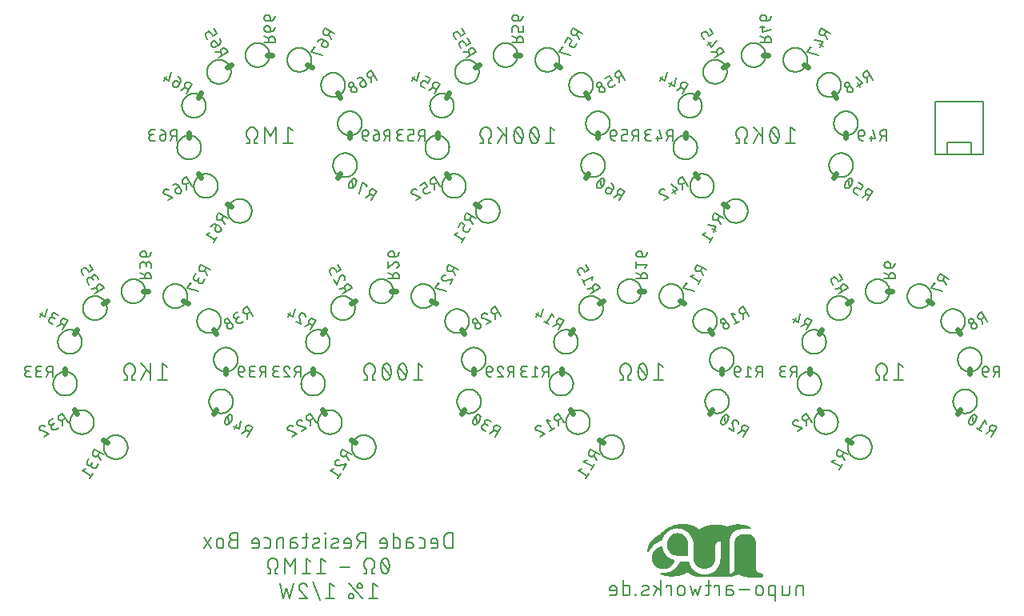
<source format=gbr>
G04 EAGLE Gerber RS-274X export*
G75*
%MOMM*%
%FSLAX34Y34*%
%LPD*%
%INSilkscreen Bottom*%
%IPPOS*%
%AMOC8*
5,1,8,0,0,1.08239X$1,22.5*%
G01*
%ADD10C,0.152400*%
%ADD11C,0.203200*%
%ADD12C,0.609600*%
%ADD13C,0.127000*%

G36*
X777242Y41773D02*
X777242Y41773D01*
X777304Y41774D01*
X780884Y42371D01*
X783863Y42669D01*
X783896Y42678D01*
X783931Y42679D01*
X784003Y42709D01*
X784079Y42730D01*
X784107Y42751D01*
X784138Y42764D01*
X784196Y42817D01*
X784260Y42863D01*
X784279Y42892D01*
X784304Y42915D01*
X784340Y42985D01*
X784383Y43051D01*
X784391Y43084D01*
X784407Y43115D01*
X784423Y43222D01*
X784434Y43269D01*
X784432Y43283D01*
X784434Y43300D01*
X784434Y45700D01*
X784423Y45765D01*
X784421Y45831D01*
X784403Y45874D01*
X784395Y45921D01*
X784361Y45978D01*
X784336Y46038D01*
X784305Y46073D01*
X784280Y46114D01*
X784229Y46156D01*
X784185Y46204D01*
X784143Y46226D01*
X784106Y46255D01*
X784044Y46276D01*
X783985Y46307D01*
X783931Y46315D01*
X783894Y46327D01*
X783854Y46326D01*
X783800Y46334D01*
X782931Y46334D01*
X781737Y46452D01*
X780618Y46791D01*
X779587Y47342D01*
X778684Y48084D01*
X777942Y48987D01*
X777391Y50018D01*
X777052Y51137D01*
X776934Y52331D01*
X776934Y79600D01*
X776929Y79627D01*
X776931Y79662D01*
X776787Y81125D01*
X776774Y81172D01*
X776769Y81205D01*
X776769Y81220D01*
X776766Y81227D01*
X776763Y81247D01*
X776336Y82654D01*
X776314Y82697D01*
X776288Y82769D01*
X775595Y84066D01*
X775566Y84104D01*
X775526Y84169D01*
X774594Y85306D01*
X774557Y85337D01*
X774506Y85394D01*
X773369Y86326D01*
X773327Y86350D01*
X773266Y86395D01*
X771969Y87088D01*
X771923Y87103D01*
X771854Y87136D01*
X770971Y87404D01*
X770447Y87563D01*
X770400Y87568D01*
X770325Y87587D01*
X768862Y87731D01*
X768835Y87729D01*
X768800Y87734D01*
X763400Y87734D01*
X763373Y87729D01*
X763338Y87731D01*
X761816Y87581D01*
X761770Y87568D01*
X761694Y87557D01*
X760231Y87113D01*
X760188Y87091D01*
X760116Y87066D01*
X758768Y86345D01*
X758730Y86315D01*
X758664Y86276D01*
X757482Y85306D01*
X757451Y85269D01*
X757394Y85218D01*
X756424Y84036D01*
X756401Y83994D01*
X756355Y83932D01*
X755634Y82584D01*
X755620Y82538D01*
X755587Y82469D01*
X755143Y81006D01*
X755137Y80958D01*
X755119Y80884D01*
X754969Y79362D01*
X754971Y79335D01*
X754966Y79300D01*
X754966Y51731D01*
X754848Y50537D01*
X754509Y49418D01*
X753958Y48387D01*
X753216Y47484D01*
X752313Y46742D01*
X751282Y46191D01*
X750163Y45852D01*
X749634Y45800D01*
X749634Y82272D01*
X749805Y84221D01*
X750304Y86084D01*
X751119Y87832D01*
X752225Y89412D01*
X753589Y90775D01*
X755168Y91881D01*
X756916Y92696D01*
X758779Y93195D01*
X760728Y93366D01*
X771500Y93366D01*
X771587Y93381D01*
X771675Y93390D01*
X771697Y93401D01*
X771721Y93405D01*
X771797Y93450D01*
X771876Y93489D01*
X771893Y93507D01*
X771914Y93520D01*
X771970Y93588D01*
X772030Y93652D01*
X772040Y93675D01*
X772055Y93694D01*
X772084Y93777D01*
X772118Y93858D01*
X772119Y93883D01*
X772127Y93906D01*
X772125Y93994D01*
X772129Y94083D01*
X772121Y94106D01*
X772121Y94131D01*
X772088Y94212D01*
X772061Y94296D01*
X772046Y94316D01*
X772036Y94338D01*
X771977Y94404D01*
X771923Y94473D01*
X771900Y94488D01*
X771885Y94504D01*
X771840Y94527D01*
X771766Y94576D01*
X767866Y96376D01*
X767824Y96387D01*
X767767Y96412D01*
X764467Y97312D01*
X764439Y97314D01*
X764404Y97326D01*
X760804Y97926D01*
X760761Y97925D01*
X760700Y97934D01*
X756500Y97934D01*
X756465Y97928D01*
X756416Y97929D01*
X751916Y97329D01*
X751871Y97314D01*
X751799Y97302D01*
X746600Y95569D01*
X744101Y96402D01*
X744085Y96404D01*
X744067Y96412D01*
X740767Y97312D01*
X740721Y97316D01*
X740653Y97332D01*
X737056Y97632D01*
X733757Y97932D01*
X733712Y97928D01*
X733643Y97932D01*
X730343Y97632D01*
X730319Y97625D01*
X730287Y97624D01*
X726987Y97024D01*
X726956Y97013D01*
X726913Y97006D01*
X723013Y95806D01*
X722984Y95791D01*
X722942Y95780D01*
X720242Y94580D01*
X720224Y94567D01*
X720196Y94557D01*
X717233Y92940D01*
X715752Y93928D01*
X715721Y93941D01*
X715684Y93967D01*
X712684Y95467D01*
X712665Y95473D01*
X712644Y95485D01*
X709044Y96985D01*
X708997Y96996D01*
X708924Y97022D01*
X704424Y97922D01*
X704391Y97923D01*
X704349Y97932D01*
X700449Y98232D01*
X700427Y98230D01*
X700400Y98234D01*
X695900Y98234D01*
X695851Y98226D01*
X695746Y98215D01*
X689746Y96715D01*
X689705Y96697D01*
X689640Y96678D01*
X683640Y93978D01*
X683599Y93950D01*
X683511Y93901D01*
X678111Y89701D01*
X678088Y89675D01*
X678052Y89648D01*
X675716Y87313D01*
X672496Y85557D01*
X672461Y85529D01*
X672404Y85495D01*
X669404Y83095D01*
X669375Y83062D01*
X669326Y83021D01*
X666926Y80321D01*
X666916Y80306D01*
X666899Y80289D01*
X664799Y77589D01*
X664785Y77561D01*
X664711Y77436D01*
X663511Y74436D01*
X663502Y74393D01*
X663480Y74333D01*
X662580Y70133D01*
X662572Y69909D01*
X662643Y69696D01*
X662784Y69521D01*
X662789Y69518D01*
X662977Y69406D01*
X663198Y69366D01*
X663419Y69405D01*
X663612Y69518D01*
X663735Y69660D01*
X665835Y72960D01*
X665836Y72962D01*
X665838Y72964D01*
X667288Y75284D01*
X669607Y77313D01*
X672525Y79648D01*
X677542Y81714D01*
X677592Y81746D01*
X677647Y81769D01*
X677686Y81806D01*
X677731Y81834D01*
X677767Y81882D01*
X677810Y81923D01*
X677840Y81979D01*
X677866Y82013D01*
X677876Y82047D01*
X677898Y82089D01*
X679650Y87053D01*
X683393Y90796D01*
X686280Y92528D01*
X691519Y94566D01*
X696715Y94566D01*
X699884Y93702D01*
X703091Y92244D01*
X705680Y90518D01*
X707997Y87912D01*
X709140Y86197D01*
X710017Y84150D01*
X710019Y84147D01*
X710020Y84142D01*
X711190Y81512D01*
X711767Y78337D01*
X712066Y61589D01*
X712072Y61560D01*
X712071Y61521D01*
X712371Y59121D01*
X712375Y59108D01*
X712375Y59095D01*
X712433Y58916D01*
X713633Y56516D01*
X713675Y56460D01*
X713709Y56398D01*
X713746Y56365D01*
X713767Y56337D01*
X713803Y56314D01*
X713848Y56272D01*
X716516Y54494D01*
X718587Y52718D01*
X718624Y52697D01*
X718655Y52668D01*
X718737Y52630D01*
X718781Y52605D01*
X718802Y52601D01*
X718826Y52590D01*
X720926Y51990D01*
X720959Y51987D01*
X721100Y51966D01*
X724700Y51966D01*
X724726Y51971D01*
X724753Y51968D01*
X724882Y51998D01*
X724921Y52005D01*
X724927Y52009D01*
X724936Y52011D01*
X727936Y53211D01*
X727973Y53235D01*
X728081Y53293D01*
X730481Y55093D01*
X730499Y55113D01*
X730607Y55219D01*
X732407Y57619D01*
X732410Y57625D01*
X732496Y57783D01*
X733696Y61083D01*
X733698Y61093D01*
X733703Y61102D01*
X733734Y61287D01*
X734034Y75687D01*
X734033Y75693D01*
X734034Y75700D01*
X734034Y77070D01*
X734820Y78904D01*
X736189Y79999D01*
X737211Y80766D01*
X739966Y80766D01*
X739966Y59532D01*
X739682Y56698D01*
X737355Y52625D01*
X735892Y50283D01*
X733322Y47428D01*
X729292Y45701D01*
X724954Y44544D01*
X720021Y45124D01*
X716841Y45992D01*
X714222Y47447D01*
X711897Y48900D01*
X709869Y50928D01*
X708423Y52663D01*
X707289Y54648D01*
X706720Y56640D01*
X706426Y58404D01*
X706421Y58417D01*
X706421Y58431D01*
X706384Y58522D01*
X706350Y58616D01*
X706341Y58626D01*
X706336Y58638D01*
X706270Y58712D01*
X706206Y58787D01*
X706194Y58794D01*
X706185Y58804D01*
X706097Y58849D01*
X706011Y58898D01*
X705997Y58900D01*
X705985Y58907D01*
X705800Y58934D01*
X697700Y58934D01*
X697669Y58929D01*
X697637Y58931D01*
X697559Y58909D01*
X697479Y58895D01*
X697452Y58878D01*
X697421Y58870D01*
X697356Y58822D01*
X697286Y58780D01*
X697266Y58756D01*
X697240Y58737D01*
X697174Y58643D01*
X697145Y58606D01*
X697141Y58595D01*
X697133Y58584D01*
X695939Y56196D01*
X694501Y53607D01*
X692503Y51895D01*
X690141Y50124D01*
X687802Y48662D01*
X685193Y47502D01*
X681722Y46634D01*
X677000Y46634D01*
X676976Y46630D01*
X676951Y46632D01*
X676866Y46610D01*
X676779Y46595D01*
X676758Y46582D01*
X676734Y46576D01*
X676662Y46525D01*
X676586Y46480D01*
X676570Y46461D01*
X676550Y46447D01*
X676500Y46375D01*
X676445Y46306D01*
X676437Y46283D01*
X676423Y46262D01*
X676401Y46177D01*
X676373Y46094D01*
X676373Y46069D01*
X676367Y46045D01*
X676377Y45957D01*
X676379Y45869D01*
X676389Y45847D01*
X676391Y45822D01*
X676431Y45743D01*
X676464Y45662D01*
X676480Y45643D01*
X676491Y45621D01*
X676556Y45561D01*
X676615Y45496D01*
X676637Y45485D01*
X676655Y45468D01*
X676785Y45409D01*
X676815Y45393D01*
X676820Y45393D01*
X676826Y45390D01*
X681026Y44190D01*
X681060Y44187D01*
X681104Y44173D01*
X685004Y43573D01*
X685026Y43574D01*
X685055Y43567D01*
X689255Y43267D01*
X689304Y43273D01*
X689390Y43272D01*
X693590Y43872D01*
X693625Y43884D01*
X693674Y43890D01*
X697874Y45090D01*
X697886Y45096D01*
X697901Y45098D01*
X702401Y46598D01*
X702440Y46620D01*
X702504Y46643D01*
X705425Y48237D01*
X706894Y47013D01*
X706926Y46995D01*
X706964Y46962D01*
X709364Y45462D01*
X709388Y45452D01*
X709416Y45433D01*
X711816Y44233D01*
X711844Y44225D01*
X711877Y44206D01*
X714277Y43306D01*
X714297Y43303D01*
X714315Y43293D01*
X714489Y43267D01*
X714498Y43266D01*
X714499Y43266D01*
X714500Y43266D01*
X750200Y43266D01*
X750227Y43271D01*
X750263Y43269D01*
X753263Y43569D01*
X753293Y43577D01*
X753436Y43611D01*
X756436Y44811D01*
X756467Y44831D01*
X756515Y44849D01*
X758369Y45909D01*
X760757Y45113D01*
X763716Y43633D01*
X763765Y43619D01*
X763846Y43585D01*
X767446Y42685D01*
X767487Y42682D01*
X767543Y42668D01*
X770809Y42371D01*
X773776Y41778D01*
X773824Y41777D01*
X773900Y41766D01*
X777200Y41766D01*
X777242Y41773D01*
G37*
G36*
X704965Y65177D02*
X704965Y65177D01*
X705031Y65179D01*
X705074Y65197D01*
X705121Y65205D01*
X705178Y65239D01*
X705238Y65264D01*
X705273Y65295D01*
X705314Y65320D01*
X705356Y65371D01*
X705404Y65415D01*
X705426Y65457D01*
X705455Y65494D01*
X705476Y65556D01*
X705507Y65615D01*
X705515Y65669D01*
X705527Y65706D01*
X705526Y65746D01*
X705534Y65800D01*
X705534Y77800D01*
X705530Y77824D01*
X705532Y77855D01*
X705372Y79679D01*
X705361Y79722D01*
X705353Y79787D01*
X704879Y81555D01*
X704860Y81596D01*
X704842Y81659D01*
X704068Y83318D01*
X704042Y83355D01*
X704013Y83414D01*
X702963Y84913D01*
X702931Y84945D01*
X702892Y84998D01*
X701598Y86292D01*
X701561Y86317D01*
X701513Y86363D01*
X700014Y87413D01*
X699973Y87432D01*
X699918Y87468D01*
X698259Y88242D01*
X698216Y88253D01*
X698155Y88279D01*
X696387Y88753D01*
X696343Y88757D01*
X696279Y88772D01*
X694455Y88932D01*
X694411Y88928D01*
X694345Y88932D01*
X692521Y88772D01*
X692478Y88761D01*
X692413Y88753D01*
X690645Y88279D01*
X690604Y88260D01*
X690541Y88242D01*
X688882Y87468D01*
X688845Y87442D01*
X688786Y87413D01*
X687287Y86363D01*
X687256Y86331D01*
X687202Y86292D01*
X685908Y84998D01*
X685883Y84961D01*
X685837Y84913D01*
X684787Y83414D01*
X684768Y83373D01*
X684732Y83318D01*
X683958Y81659D01*
X683947Y81616D01*
X683921Y81555D01*
X683447Y79787D01*
X683443Y79743D01*
X683428Y79679D01*
X683268Y77855D01*
X683270Y77831D01*
X683266Y77800D01*
X683266Y76000D01*
X683270Y75976D01*
X683268Y75945D01*
X683423Y74174D01*
X683435Y74130D01*
X683442Y74065D01*
X683903Y72347D01*
X683922Y72307D01*
X683940Y72243D01*
X684692Y70632D01*
X684717Y70595D01*
X684747Y70536D01*
X685767Y69080D01*
X685798Y69048D01*
X685838Y68995D01*
X687095Y67738D01*
X687132Y67712D01*
X687180Y67667D01*
X688636Y66647D01*
X688677Y66628D01*
X688732Y66592D01*
X690343Y65840D01*
X690379Y65831D01*
X690385Y65828D01*
X690392Y65827D01*
X690447Y65803D01*
X692165Y65342D01*
X692209Y65339D01*
X692274Y65323D01*
X694045Y65168D01*
X694069Y65170D01*
X694100Y65166D01*
X704900Y65166D01*
X704965Y65177D01*
G37*
G36*
X680474Y51690D02*
X680474Y51690D01*
X684674Y52890D01*
X684734Y52920D01*
X684798Y52940D01*
X684841Y52972D01*
X684876Y52989D01*
X684903Y53018D01*
X684948Y53052D01*
X688248Y56352D01*
X688272Y56385D01*
X688313Y56427D01*
X690713Y59727D01*
X690718Y59738D01*
X690727Y59747D01*
X690767Y59838D01*
X690811Y59929D01*
X690812Y59941D01*
X690817Y59952D01*
X690823Y60052D01*
X690832Y60152D01*
X690829Y60164D01*
X690830Y60176D01*
X690800Y60272D01*
X690774Y60369D01*
X690767Y60379D01*
X690764Y60390D01*
X690703Y60470D01*
X690645Y60552D01*
X690635Y60559D01*
X690627Y60569D01*
X690542Y60622D01*
X690459Y60679D01*
X690448Y60682D01*
X690438Y60688D01*
X690255Y60732D01*
X688122Y60918D01*
X686108Y61458D01*
X684218Y62339D01*
X682510Y63536D01*
X681036Y65010D01*
X679839Y66718D01*
X678958Y68608D01*
X678418Y70622D01*
X678234Y72728D01*
X678234Y74200D01*
X678229Y74230D01*
X678231Y74261D01*
X678209Y74340D01*
X678195Y74421D01*
X678179Y74447D01*
X678170Y74477D01*
X678122Y74543D01*
X678080Y74614D01*
X678057Y74633D01*
X678038Y74658D01*
X677970Y74704D01*
X677906Y74755D01*
X677877Y74765D01*
X677851Y74782D01*
X677771Y74801D01*
X677694Y74827D01*
X677663Y74826D01*
X677633Y74833D01*
X677515Y74822D01*
X677469Y74821D01*
X677459Y74817D01*
X677446Y74815D01*
X675046Y74215D01*
X675043Y74214D01*
X674874Y74144D01*
X671874Y72344D01*
X671859Y72331D01*
X671842Y72324D01*
X671705Y72196D01*
X669305Y69196D01*
X669301Y69190D01*
X669262Y69123D01*
X669241Y69097D01*
X669232Y69072D01*
X669211Y69036D01*
X668011Y66036D01*
X668011Y66033D01*
X668009Y66031D01*
X667968Y65849D01*
X667668Y61949D01*
X667670Y61924D01*
X667666Y61899D01*
X667687Y61760D01*
X667690Y61725D01*
X667693Y61720D01*
X667694Y61713D01*
X668894Y57813D01*
X668914Y57775D01*
X668925Y57732D01*
X668953Y57690D01*
X668961Y57670D01*
X668977Y57653D01*
X668997Y57614D01*
X669013Y57599D01*
X669029Y57576D01*
X671729Y54576D01*
X671767Y54546D01*
X671848Y54472D01*
X675448Y52072D01*
X675514Y52044D01*
X675575Y52007D01*
X675622Y51997D01*
X675654Y51983D01*
X675697Y51980D01*
X675758Y51967D01*
X680258Y51667D01*
X680273Y51669D01*
X680288Y51666D01*
X680474Y51690D01*
G37*
D10*
X456458Y72982D02*
X456458Y89238D01*
X451943Y89238D01*
X451812Y89236D01*
X451680Y89230D01*
X451549Y89221D01*
X451419Y89207D01*
X451288Y89190D01*
X451159Y89169D01*
X451030Y89145D01*
X450902Y89116D01*
X450774Y89084D01*
X450648Y89048D01*
X450523Y89009D01*
X450398Y88966D01*
X450276Y88919D01*
X450154Y88869D01*
X450034Y88815D01*
X449916Y88758D01*
X449800Y88697D01*
X449685Y88633D01*
X449572Y88566D01*
X449461Y88495D01*
X449353Y88421D01*
X449246Y88344D01*
X449142Y88264D01*
X449040Y88181D01*
X448941Y88096D01*
X448844Y88007D01*
X448750Y87915D01*
X448658Y87821D01*
X448569Y87724D01*
X448484Y87625D01*
X448401Y87523D01*
X448321Y87419D01*
X448244Y87312D01*
X448170Y87204D01*
X448099Y87093D01*
X448032Y86980D01*
X447968Y86865D01*
X447907Y86749D01*
X447850Y86631D01*
X447796Y86511D01*
X447746Y86389D01*
X447699Y86267D01*
X447656Y86142D01*
X447617Y86017D01*
X447581Y85891D01*
X447549Y85763D01*
X447520Y85635D01*
X447496Y85506D01*
X447475Y85377D01*
X447458Y85246D01*
X447444Y85116D01*
X447435Y84985D01*
X447429Y84853D01*
X447427Y84722D01*
X447427Y77498D01*
X447429Y77367D01*
X447435Y77235D01*
X447444Y77104D01*
X447458Y76974D01*
X447475Y76843D01*
X447496Y76714D01*
X447520Y76585D01*
X447549Y76457D01*
X447581Y76329D01*
X447617Y76203D01*
X447656Y76078D01*
X447699Y75953D01*
X447746Y75831D01*
X447796Y75709D01*
X447850Y75589D01*
X447907Y75471D01*
X447968Y75355D01*
X448032Y75240D01*
X448099Y75127D01*
X448170Y75016D01*
X448244Y74908D01*
X448321Y74801D01*
X448401Y74697D01*
X448484Y74595D01*
X448569Y74496D01*
X448658Y74399D01*
X448750Y74305D01*
X448844Y74213D01*
X448941Y74124D01*
X449040Y74039D01*
X449142Y73956D01*
X449246Y73876D01*
X449353Y73799D01*
X449461Y73725D01*
X449572Y73654D01*
X449685Y73587D01*
X449800Y73523D01*
X449916Y73462D01*
X450034Y73405D01*
X450154Y73351D01*
X450276Y73301D01*
X450398Y73254D01*
X450523Y73211D01*
X450648Y73172D01*
X450774Y73136D01*
X450902Y73104D01*
X451030Y73075D01*
X451159Y73051D01*
X451288Y73030D01*
X451419Y73013D01*
X451549Y72999D01*
X451680Y72990D01*
X451812Y72984D01*
X451943Y72982D01*
X456458Y72982D01*
X437736Y72982D02*
X433220Y72982D01*
X437736Y72982D02*
X437837Y72984D01*
X437938Y72990D01*
X438039Y72999D01*
X438140Y73012D01*
X438240Y73029D01*
X438339Y73050D01*
X438437Y73074D01*
X438534Y73102D01*
X438631Y73134D01*
X438726Y73169D01*
X438819Y73208D01*
X438911Y73250D01*
X439002Y73296D01*
X439091Y73345D01*
X439177Y73397D01*
X439262Y73453D01*
X439345Y73511D01*
X439425Y73573D01*
X439503Y73638D01*
X439579Y73705D01*
X439652Y73775D01*
X439722Y73848D01*
X439789Y73924D01*
X439854Y74002D01*
X439916Y74082D01*
X439974Y74165D01*
X440030Y74250D01*
X440082Y74336D01*
X440131Y74425D01*
X440177Y74516D01*
X440219Y74608D01*
X440258Y74701D01*
X440293Y74796D01*
X440325Y74893D01*
X440353Y74990D01*
X440377Y75088D01*
X440398Y75187D01*
X440415Y75287D01*
X440428Y75388D01*
X440437Y75489D01*
X440443Y75590D01*
X440445Y75691D01*
X440445Y80207D01*
X440443Y80326D01*
X440437Y80446D01*
X440427Y80565D01*
X440413Y80683D01*
X440396Y80802D01*
X440374Y80919D01*
X440349Y81036D01*
X440319Y81151D01*
X440286Y81266D01*
X440249Y81380D01*
X440209Y81492D01*
X440164Y81603D01*
X440116Y81712D01*
X440065Y81820D01*
X440010Y81926D01*
X439951Y82030D01*
X439889Y82132D01*
X439824Y82232D01*
X439755Y82330D01*
X439683Y82426D01*
X439608Y82519D01*
X439531Y82609D01*
X439450Y82697D01*
X439366Y82782D01*
X439279Y82864D01*
X439190Y82944D01*
X439098Y83020D01*
X439004Y83094D01*
X438907Y83164D01*
X438809Y83231D01*
X438708Y83295D01*
X438604Y83355D01*
X438499Y83412D01*
X438392Y83465D01*
X438284Y83515D01*
X438174Y83561D01*
X438062Y83603D01*
X437949Y83642D01*
X437835Y83677D01*
X437720Y83708D01*
X437603Y83736D01*
X437486Y83759D01*
X437369Y83779D01*
X437250Y83795D01*
X437131Y83807D01*
X437012Y83815D01*
X436893Y83819D01*
X436773Y83819D01*
X436654Y83815D01*
X436535Y83807D01*
X436416Y83795D01*
X436297Y83779D01*
X436180Y83759D01*
X436063Y83736D01*
X435946Y83708D01*
X435831Y83677D01*
X435717Y83642D01*
X435604Y83603D01*
X435492Y83561D01*
X435382Y83515D01*
X435274Y83465D01*
X435167Y83412D01*
X435062Y83355D01*
X434958Y83295D01*
X434857Y83231D01*
X434759Y83164D01*
X434662Y83094D01*
X434568Y83020D01*
X434476Y82944D01*
X434387Y82864D01*
X434300Y82782D01*
X434216Y82697D01*
X434135Y82609D01*
X434058Y82519D01*
X433983Y82426D01*
X433911Y82330D01*
X433842Y82232D01*
X433777Y82132D01*
X433715Y82030D01*
X433656Y81926D01*
X433601Y81820D01*
X433550Y81712D01*
X433502Y81603D01*
X433457Y81492D01*
X433417Y81380D01*
X433380Y81266D01*
X433347Y81151D01*
X433317Y81036D01*
X433292Y80919D01*
X433270Y80802D01*
X433253Y80683D01*
X433239Y80565D01*
X433229Y80446D01*
X433223Y80326D01*
X433221Y80207D01*
X433220Y80207D02*
X433220Y78401D01*
X440445Y78401D01*
X424171Y72982D02*
X420559Y72982D01*
X424171Y72982D02*
X424272Y72984D01*
X424373Y72990D01*
X424474Y72999D01*
X424575Y73012D01*
X424675Y73029D01*
X424774Y73050D01*
X424872Y73074D01*
X424969Y73102D01*
X425066Y73134D01*
X425161Y73169D01*
X425254Y73208D01*
X425346Y73250D01*
X425437Y73296D01*
X425526Y73345D01*
X425612Y73397D01*
X425697Y73453D01*
X425780Y73511D01*
X425860Y73573D01*
X425938Y73638D01*
X426014Y73705D01*
X426087Y73775D01*
X426157Y73848D01*
X426224Y73924D01*
X426289Y74002D01*
X426351Y74082D01*
X426409Y74165D01*
X426465Y74250D01*
X426517Y74336D01*
X426566Y74425D01*
X426612Y74516D01*
X426654Y74608D01*
X426693Y74701D01*
X426728Y74796D01*
X426760Y74893D01*
X426788Y74990D01*
X426812Y75088D01*
X426833Y75187D01*
X426850Y75287D01*
X426863Y75388D01*
X426872Y75489D01*
X426878Y75590D01*
X426880Y75691D01*
X426880Y81110D01*
X426878Y81211D01*
X426872Y81312D01*
X426863Y81413D01*
X426850Y81514D01*
X426833Y81614D01*
X426812Y81713D01*
X426788Y81811D01*
X426760Y81908D01*
X426728Y82005D01*
X426693Y82100D01*
X426654Y82193D01*
X426612Y82285D01*
X426566Y82376D01*
X426517Y82465D01*
X426465Y82551D01*
X426409Y82636D01*
X426351Y82719D01*
X426289Y82799D01*
X426224Y82877D01*
X426157Y82953D01*
X426087Y83026D01*
X426014Y83096D01*
X425938Y83163D01*
X425860Y83228D01*
X425780Y83290D01*
X425697Y83348D01*
X425612Y83404D01*
X425526Y83456D01*
X425437Y83505D01*
X425346Y83551D01*
X425254Y83593D01*
X425161Y83632D01*
X425066Y83667D01*
X424969Y83699D01*
X424872Y83727D01*
X424774Y83751D01*
X424675Y83772D01*
X424575Y83789D01*
X424474Y83802D01*
X424373Y83811D01*
X424272Y83817D01*
X424171Y83819D01*
X420559Y83819D01*
X411827Y79304D02*
X407763Y79304D01*
X411827Y79304D02*
X411939Y79302D01*
X412050Y79296D01*
X412161Y79286D01*
X412272Y79273D01*
X412382Y79255D01*
X412491Y79233D01*
X412600Y79208D01*
X412708Y79179D01*
X412814Y79146D01*
X412920Y79109D01*
X413024Y79069D01*
X413126Y79025D01*
X413227Y78977D01*
X413326Y78926D01*
X413424Y78871D01*
X413519Y78813D01*
X413612Y78752D01*
X413703Y78687D01*
X413792Y78619D01*
X413878Y78548D01*
X413961Y78475D01*
X414042Y78398D01*
X414121Y78318D01*
X414196Y78236D01*
X414268Y78151D01*
X414338Y78064D01*
X414404Y77974D01*
X414467Y77882D01*
X414527Y77787D01*
X414583Y77691D01*
X414636Y77593D01*
X414685Y77493D01*
X414731Y77391D01*
X414773Y77288D01*
X414812Y77183D01*
X414847Y77077D01*
X414878Y76970D01*
X414905Y76862D01*
X414929Y76753D01*
X414948Y76643D01*
X414964Y76533D01*
X414976Y76422D01*
X414984Y76310D01*
X414988Y76199D01*
X414988Y76087D01*
X414984Y75976D01*
X414976Y75864D01*
X414964Y75753D01*
X414948Y75643D01*
X414929Y75533D01*
X414905Y75424D01*
X414878Y75316D01*
X414847Y75209D01*
X414812Y75103D01*
X414773Y74998D01*
X414731Y74895D01*
X414685Y74793D01*
X414636Y74693D01*
X414583Y74595D01*
X414527Y74499D01*
X414467Y74404D01*
X414404Y74312D01*
X414338Y74222D01*
X414268Y74135D01*
X414196Y74050D01*
X414121Y73968D01*
X414042Y73888D01*
X413961Y73811D01*
X413878Y73738D01*
X413792Y73667D01*
X413703Y73599D01*
X413612Y73534D01*
X413519Y73473D01*
X413424Y73415D01*
X413326Y73360D01*
X413227Y73309D01*
X413126Y73261D01*
X413024Y73217D01*
X412920Y73177D01*
X412814Y73140D01*
X412708Y73107D01*
X412600Y73078D01*
X412491Y73053D01*
X412382Y73031D01*
X412272Y73013D01*
X412161Y73000D01*
X412050Y72990D01*
X411939Y72984D01*
X411827Y72982D01*
X407763Y72982D01*
X407763Y81110D01*
X407765Y81211D01*
X407771Y81312D01*
X407780Y81413D01*
X407793Y81514D01*
X407810Y81614D01*
X407831Y81713D01*
X407855Y81811D01*
X407883Y81908D01*
X407915Y82005D01*
X407950Y82100D01*
X407989Y82193D01*
X408031Y82285D01*
X408077Y82376D01*
X408126Y82465D01*
X408178Y82551D01*
X408234Y82636D01*
X408292Y82719D01*
X408354Y82799D01*
X408419Y82877D01*
X408486Y82953D01*
X408556Y83026D01*
X408629Y83096D01*
X408705Y83163D01*
X408783Y83228D01*
X408863Y83290D01*
X408946Y83348D01*
X409031Y83404D01*
X409118Y83456D01*
X409206Y83505D01*
X409297Y83551D01*
X409389Y83593D01*
X409482Y83632D01*
X409577Y83667D01*
X409674Y83699D01*
X409771Y83727D01*
X409869Y83751D01*
X409968Y83772D01*
X410068Y83789D01*
X410169Y83802D01*
X410270Y83811D01*
X410371Y83817D01*
X410472Y83819D01*
X414084Y83819D01*
X393694Y89238D02*
X393694Y72982D01*
X398210Y72982D01*
X398311Y72984D01*
X398412Y72990D01*
X398513Y72999D01*
X398614Y73012D01*
X398714Y73029D01*
X398813Y73050D01*
X398911Y73074D01*
X399008Y73102D01*
X399105Y73134D01*
X399200Y73169D01*
X399293Y73208D01*
X399385Y73250D01*
X399476Y73296D01*
X399565Y73345D01*
X399651Y73397D01*
X399736Y73453D01*
X399819Y73511D01*
X399899Y73573D01*
X399977Y73638D01*
X400053Y73705D01*
X400126Y73775D01*
X400196Y73848D01*
X400263Y73924D01*
X400328Y74002D01*
X400390Y74082D01*
X400448Y74165D01*
X400504Y74250D01*
X400556Y74336D01*
X400605Y74425D01*
X400651Y74516D01*
X400693Y74608D01*
X400732Y74701D01*
X400767Y74796D01*
X400799Y74893D01*
X400827Y74990D01*
X400851Y75088D01*
X400872Y75187D01*
X400889Y75287D01*
X400902Y75388D01*
X400911Y75489D01*
X400917Y75590D01*
X400919Y75691D01*
X400919Y81110D01*
X400917Y81211D01*
X400911Y81312D01*
X400902Y81413D01*
X400889Y81514D01*
X400872Y81614D01*
X400851Y81713D01*
X400827Y81811D01*
X400799Y81908D01*
X400767Y82005D01*
X400732Y82100D01*
X400693Y82193D01*
X400651Y82285D01*
X400605Y82376D01*
X400556Y82465D01*
X400504Y82551D01*
X400448Y82636D01*
X400390Y82719D01*
X400328Y82799D01*
X400263Y82877D01*
X400196Y82953D01*
X400126Y83026D01*
X400053Y83096D01*
X399977Y83163D01*
X399899Y83228D01*
X399819Y83290D01*
X399736Y83348D01*
X399651Y83404D01*
X399565Y83456D01*
X399476Y83505D01*
X399385Y83551D01*
X399293Y83593D01*
X399200Y83632D01*
X399105Y83667D01*
X399008Y83699D01*
X398911Y83727D01*
X398813Y83751D01*
X398714Y83772D01*
X398614Y83789D01*
X398513Y83802D01*
X398412Y83811D01*
X398311Y83817D01*
X398210Y83819D01*
X393694Y83819D01*
X384069Y72982D02*
X379553Y72982D01*
X384069Y72982D02*
X384170Y72984D01*
X384271Y72990D01*
X384372Y72999D01*
X384473Y73012D01*
X384573Y73029D01*
X384672Y73050D01*
X384770Y73074D01*
X384867Y73102D01*
X384964Y73134D01*
X385059Y73169D01*
X385152Y73208D01*
X385244Y73250D01*
X385335Y73296D01*
X385424Y73345D01*
X385510Y73397D01*
X385595Y73453D01*
X385678Y73511D01*
X385758Y73573D01*
X385836Y73638D01*
X385912Y73705D01*
X385985Y73775D01*
X386055Y73848D01*
X386122Y73924D01*
X386187Y74002D01*
X386249Y74082D01*
X386307Y74165D01*
X386363Y74250D01*
X386415Y74336D01*
X386464Y74425D01*
X386510Y74516D01*
X386552Y74608D01*
X386591Y74701D01*
X386626Y74796D01*
X386658Y74893D01*
X386686Y74990D01*
X386710Y75088D01*
X386731Y75187D01*
X386748Y75287D01*
X386761Y75388D01*
X386770Y75489D01*
X386776Y75590D01*
X386778Y75691D01*
X386778Y80207D01*
X386777Y80207D02*
X386775Y80326D01*
X386769Y80446D01*
X386759Y80565D01*
X386745Y80683D01*
X386728Y80802D01*
X386706Y80919D01*
X386681Y81036D01*
X386651Y81151D01*
X386618Y81266D01*
X386581Y81380D01*
X386541Y81492D01*
X386496Y81603D01*
X386448Y81712D01*
X386397Y81820D01*
X386342Y81926D01*
X386283Y82030D01*
X386221Y82132D01*
X386156Y82232D01*
X386087Y82330D01*
X386015Y82426D01*
X385940Y82519D01*
X385863Y82609D01*
X385782Y82697D01*
X385698Y82782D01*
X385611Y82864D01*
X385522Y82944D01*
X385430Y83020D01*
X385336Y83094D01*
X385239Y83164D01*
X385141Y83231D01*
X385040Y83295D01*
X384936Y83355D01*
X384831Y83412D01*
X384724Y83465D01*
X384616Y83515D01*
X384506Y83561D01*
X384394Y83603D01*
X384281Y83642D01*
X384167Y83677D01*
X384052Y83708D01*
X383935Y83736D01*
X383818Y83759D01*
X383701Y83779D01*
X383582Y83795D01*
X383463Y83807D01*
X383344Y83815D01*
X383225Y83819D01*
X383105Y83819D01*
X382986Y83815D01*
X382867Y83807D01*
X382748Y83795D01*
X382629Y83779D01*
X382512Y83759D01*
X382395Y83736D01*
X382278Y83708D01*
X382163Y83677D01*
X382049Y83642D01*
X381936Y83603D01*
X381824Y83561D01*
X381714Y83515D01*
X381606Y83465D01*
X381499Y83412D01*
X381394Y83355D01*
X381290Y83295D01*
X381189Y83231D01*
X381091Y83164D01*
X380994Y83094D01*
X380900Y83020D01*
X380808Y82944D01*
X380719Y82864D01*
X380632Y82782D01*
X380548Y82697D01*
X380467Y82609D01*
X380390Y82519D01*
X380315Y82426D01*
X380243Y82330D01*
X380174Y82232D01*
X380109Y82132D01*
X380047Y82030D01*
X379988Y81926D01*
X379933Y81820D01*
X379882Y81712D01*
X379834Y81603D01*
X379789Y81492D01*
X379749Y81380D01*
X379712Y81266D01*
X379679Y81151D01*
X379649Y81036D01*
X379624Y80919D01*
X379602Y80802D01*
X379585Y80683D01*
X379571Y80565D01*
X379561Y80446D01*
X379555Y80326D01*
X379553Y80207D01*
X379553Y78401D01*
X386778Y78401D01*
X364143Y72982D02*
X364143Y89238D01*
X359627Y89238D01*
X359494Y89236D01*
X359362Y89230D01*
X359230Y89220D01*
X359098Y89207D01*
X358966Y89189D01*
X358836Y89168D01*
X358705Y89143D01*
X358576Y89114D01*
X358448Y89081D01*
X358320Y89045D01*
X358194Y89005D01*
X358069Y88961D01*
X357945Y88913D01*
X357823Y88862D01*
X357702Y88807D01*
X357583Y88749D01*
X357465Y88687D01*
X357350Y88622D01*
X357236Y88553D01*
X357125Y88482D01*
X357016Y88406D01*
X356909Y88328D01*
X356804Y88247D01*
X356702Y88162D01*
X356602Y88075D01*
X356505Y87985D01*
X356410Y87892D01*
X356319Y87796D01*
X356230Y87698D01*
X356144Y87597D01*
X356061Y87493D01*
X355981Y87387D01*
X355905Y87279D01*
X355831Y87169D01*
X355761Y87056D01*
X355694Y86942D01*
X355631Y86825D01*
X355571Y86707D01*
X355514Y86587D01*
X355461Y86465D01*
X355412Y86342D01*
X355366Y86218D01*
X355324Y86092D01*
X355286Y85965D01*
X355251Y85837D01*
X355220Y85708D01*
X355193Y85579D01*
X355170Y85448D01*
X355150Y85317D01*
X355135Y85185D01*
X355123Y85053D01*
X355115Y84921D01*
X355111Y84788D01*
X355111Y84656D01*
X355115Y84523D01*
X355123Y84391D01*
X355135Y84259D01*
X355150Y84127D01*
X355170Y83996D01*
X355193Y83865D01*
X355220Y83736D01*
X355251Y83607D01*
X355286Y83479D01*
X355324Y83352D01*
X355366Y83226D01*
X355412Y83102D01*
X355461Y82979D01*
X355514Y82857D01*
X355571Y82737D01*
X355631Y82619D01*
X355694Y82502D01*
X355761Y82388D01*
X355831Y82275D01*
X355905Y82165D01*
X355981Y82057D01*
X356061Y81951D01*
X356144Y81847D01*
X356230Y81746D01*
X356319Y81648D01*
X356410Y81552D01*
X356505Y81459D01*
X356602Y81369D01*
X356702Y81282D01*
X356804Y81197D01*
X356909Y81116D01*
X357016Y81038D01*
X357125Y80962D01*
X357236Y80891D01*
X357350Y80822D01*
X357465Y80757D01*
X357583Y80695D01*
X357702Y80637D01*
X357823Y80582D01*
X357945Y80531D01*
X358069Y80483D01*
X358194Y80439D01*
X358320Y80399D01*
X358448Y80363D01*
X358576Y80330D01*
X358705Y80301D01*
X358836Y80276D01*
X358966Y80255D01*
X359098Y80237D01*
X359230Y80224D01*
X359362Y80214D01*
X359494Y80208D01*
X359627Y80206D01*
X359627Y80207D02*
X364143Y80207D01*
X358724Y80207D02*
X355112Y72982D01*
X346033Y72982D02*
X341517Y72982D01*
X346033Y72982D02*
X346134Y72984D01*
X346235Y72990D01*
X346336Y72999D01*
X346437Y73012D01*
X346537Y73029D01*
X346636Y73050D01*
X346734Y73074D01*
X346831Y73102D01*
X346928Y73134D01*
X347023Y73169D01*
X347116Y73208D01*
X347208Y73250D01*
X347299Y73296D01*
X347388Y73345D01*
X347474Y73397D01*
X347559Y73453D01*
X347642Y73511D01*
X347722Y73573D01*
X347800Y73638D01*
X347876Y73705D01*
X347949Y73775D01*
X348019Y73848D01*
X348086Y73924D01*
X348151Y74002D01*
X348213Y74082D01*
X348271Y74165D01*
X348327Y74250D01*
X348379Y74336D01*
X348428Y74425D01*
X348474Y74516D01*
X348516Y74608D01*
X348555Y74701D01*
X348590Y74796D01*
X348622Y74893D01*
X348650Y74990D01*
X348674Y75088D01*
X348695Y75187D01*
X348712Y75287D01*
X348725Y75388D01*
X348734Y75489D01*
X348740Y75590D01*
X348742Y75691D01*
X348742Y80207D01*
X348740Y80326D01*
X348734Y80446D01*
X348724Y80565D01*
X348710Y80683D01*
X348693Y80802D01*
X348671Y80919D01*
X348646Y81036D01*
X348616Y81151D01*
X348583Y81266D01*
X348546Y81380D01*
X348506Y81492D01*
X348461Y81603D01*
X348413Y81712D01*
X348362Y81820D01*
X348307Y81926D01*
X348248Y82030D01*
X348186Y82132D01*
X348121Y82232D01*
X348052Y82330D01*
X347980Y82426D01*
X347905Y82519D01*
X347828Y82609D01*
X347747Y82697D01*
X347663Y82782D01*
X347576Y82864D01*
X347487Y82944D01*
X347395Y83020D01*
X347301Y83094D01*
X347204Y83164D01*
X347106Y83231D01*
X347005Y83295D01*
X346901Y83355D01*
X346796Y83412D01*
X346689Y83465D01*
X346581Y83515D01*
X346471Y83561D01*
X346359Y83603D01*
X346246Y83642D01*
X346132Y83677D01*
X346017Y83708D01*
X345900Y83736D01*
X345783Y83759D01*
X345666Y83779D01*
X345547Y83795D01*
X345428Y83807D01*
X345309Y83815D01*
X345190Y83819D01*
X345070Y83819D01*
X344951Y83815D01*
X344832Y83807D01*
X344713Y83795D01*
X344594Y83779D01*
X344477Y83759D01*
X344360Y83736D01*
X344243Y83708D01*
X344128Y83677D01*
X344014Y83642D01*
X343901Y83603D01*
X343789Y83561D01*
X343679Y83515D01*
X343571Y83465D01*
X343464Y83412D01*
X343359Y83355D01*
X343255Y83295D01*
X343154Y83231D01*
X343056Y83164D01*
X342959Y83094D01*
X342865Y83020D01*
X342773Y82944D01*
X342684Y82864D01*
X342597Y82782D01*
X342513Y82697D01*
X342432Y82609D01*
X342355Y82519D01*
X342280Y82426D01*
X342208Y82330D01*
X342139Y82232D01*
X342074Y82132D01*
X342012Y82030D01*
X341953Y81926D01*
X341898Y81820D01*
X341847Y81712D01*
X341799Y81603D01*
X341754Y81492D01*
X341714Y81380D01*
X341677Y81266D01*
X341644Y81151D01*
X341614Y81036D01*
X341589Y80919D01*
X341567Y80802D01*
X341550Y80683D01*
X341536Y80565D01*
X341526Y80446D01*
X341520Y80326D01*
X341518Y80207D01*
X341517Y80207D02*
X341517Y78401D01*
X348742Y78401D01*
X333840Y79304D02*
X329325Y77498D01*
X333841Y79304D02*
X333929Y79341D01*
X334015Y79382D01*
X334100Y79426D01*
X334183Y79474D01*
X334263Y79525D01*
X334342Y79579D01*
X334418Y79637D01*
X334492Y79697D01*
X334564Y79761D01*
X334632Y79827D01*
X334698Y79897D01*
X334761Y79968D01*
X334822Y80043D01*
X334879Y80119D01*
X334932Y80198D01*
X334983Y80279D01*
X335030Y80362D01*
X335074Y80447D01*
X335114Y80534D01*
X335151Y80622D01*
X335184Y80712D01*
X335214Y80803D01*
X335239Y80895D01*
X335261Y80988D01*
X335279Y81082D01*
X335294Y81176D01*
X335304Y81271D01*
X335310Y81367D01*
X335313Y81462D01*
X335312Y81558D01*
X335306Y81653D01*
X335297Y81749D01*
X335284Y81843D01*
X335268Y81937D01*
X335247Y82031D01*
X335222Y82123D01*
X335194Y82214D01*
X335162Y82304D01*
X335127Y82393D01*
X335088Y82480D01*
X335045Y82566D01*
X334999Y82650D01*
X334949Y82731D01*
X334897Y82811D01*
X334841Y82889D01*
X334781Y82964D01*
X334719Y83036D01*
X334654Y83106D01*
X334586Y83174D01*
X334516Y83238D01*
X334443Y83300D01*
X334367Y83358D01*
X334289Y83414D01*
X334209Y83466D01*
X334127Y83515D01*
X334043Y83560D01*
X333957Y83602D01*
X333870Y83641D01*
X333781Y83676D01*
X333690Y83707D01*
X333599Y83734D01*
X333506Y83758D01*
X333413Y83778D01*
X333319Y83794D01*
X333224Y83806D01*
X333129Y83815D01*
X333033Y83819D01*
X332938Y83820D01*
X332691Y83813D01*
X332445Y83801D01*
X332199Y83783D01*
X331953Y83758D01*
X331709Y83728D01*
X331465Y83692D01*
X331222Y83651D01*
X330980Y83603D01*
X330739Y83549D01*
X330500Y83490D01*
X330262Y83425D01*
X330026Y83354D01*
X329791Y83278D01*
X329558Y83196D01*
X329328Y83108D01*
X329100Y83015D01*
X328873Y82917D01*
X329324Y77497D02*
X329236Y77460D01*
X329150Y77419D01*
X329065Y77375D01*
X328982Y77327D01*
X328902Y77276D01*
X328823Y77222D01*
X328747Y77164D01*
X328673Y77104D01*
X328601Y77040D01*
X328533Y76974D01*
X328467Y76904D01*
X328404Y76833D01*
X328343Y76758D01*
X328286Y76682D01*
X328233Y76603D01*
X328182Y76522D01*
X328135Y76439D01*
X328091Y76354D01*
X328051Y76267D01*
X328014Y76179D01*
X327981Y76089D01*
X327951Y75998D01*
X327926Y75906D01*
X327904Y75813D01*
X327886Y75719D01*
X327871Y75625D01*
X327861Y75530D01*
X327855Y75434D01*
X327852Y75339D01*
X327853Y75243D01*
X327859Y75148D01*
X327868Y75052D01*
X327881Y74958D01*
X327897Y74864D01*
X327918Y74770D01*
X327943Y74678D01*
X327971Y74587D01*
X328003Y74497D01*
X328038Y74408D01*
X328077Y74321D01*
X328120Y74235D01*
X328166Y74151D01*
X328216Y74070D01*
X328268Y73990D01*
X328324Y73912D01*
X328384Y73837D01*
X328446Y73765D01*
X328511Y73695D01*
X328579Y73627D01*
X328649Y73563D01*
X328722Y73501D01*
X328798Y73443D01*
X328876Y73387D01*
X328956Y73335D01*
X329038Y73286D01*
X329122Y73241D01*
X329208Y73199D01*
X329295Y73160D01*
X329384Y73125D01*
X329475Y73094D01*
X329566Y73067D01*
X329659Y73043D01*
X329752Y73023D01*
X329846Y73007D01*
X329941Y72995D01*
X330036Y72986D01*
X330132Y72982D01*
X330227Y72981D01*
X330228Y72982D02*
X330590Y72991D01*
X330952Y73009D01*
X331313Y73036D01*
X331673Y73071D01*
X332033Y73114D01*
X332392Y73166D01*
X332749Y73227D01*
X333104Y73296D01*
X333458Y73373D01*
X333810Y73459D01*
X334160Y73553D01*
X334508Y73656D01*
X334853Y73766D01*
X335195Y73885D01*
X321683Y72982D02*
X321683Y83819D01*
X322134Y88335D02*
X322134Y89238D01*
X321231Y89238D01*
X321231Y88335D01*
X322134Y88335D01*
X314041Y79304D02*
X309525Y77498D01*
X314041Y79304D02*
X314129Y79341D01*
X314215Y79382D01*
X314300Y79426D01*
X314383Y79474D01*
X314463Y79525D01*
X314542Y79579D01*
X314618Y79637D01*
X314692Y79697D01*
X314764Y79761D01*
X314832Y79827D01*
X314898Y79897D01*
X314961Y79968D01*
X315022Y80043D01*
X315079Y80119D01*
X315132Y80198D01*
X315183Y80279D01*
X315230Y80362D01*
X315274Y80447D01*
X315314Y80534D01*
X315351Y80622D01*
X315384Y80712D01*
X315414Y80803D01*
X315439Y80895D01*
X315461Y80988D01*
X315479Y81082D01*
X315494Y81176D01*
X315504Y81271D01*
X315510Y81367D01*
X315513Y81462D01*
X315512Y81558D01*
X315506Y81653D01*
X315497Y81749D01*
X315484Y81843D01*
X315468Y81937D01*
X315447Y82031D01*
X315422Y82123D01*
X315394Y82214D01*
X315362Y82304D01*
X315327Y82393D01*
X315288Y82480D01*
X315245Y82566D01*
X315199Y82650D01*
X315149Y82731D01*
X315097Y82811D01*
X315041Y82889D01*
X314981Y82964D01*
X314919Y83036D01*
X314854Y83106D01*
X314786Y83174D01*
X314716Y83238D01*
X314643Y83300D01*
X314567Y83358D01*
X314489Y83414D01*
X314409Y83466D01*
X314327Y83515D01*
X314243Y83560D01*
X314157Y83602D01*
X314070Y83641D01*
X313981Y83676D01*
X313890Y83707D01*
X313799Y83734D01*
X313706Y83758D01*
X313613Y83778D01*
X313519Y83794D01*
X313424Y83806D01*
X313329Y83815D01*
X313233Y83819D01*
X313138Y83820D01*
X312891Y83813D01*
X312645Y83801D01*
X312399Y83783D01*
X312153Y83758D01*
X311909Y83728D01*
X311665Y83692D01*
X311422Y83651D01*
X311180Y83603D01*
X310939Y83549D01*
X310700Y83490D01*
X310462Y83425D01*
X310226Y83354D01*
X309991Y83278D01*
X309758Y83196D01*
X309528Y83108D01*
X309300Y83015D01*
X309073Y82917D01*
X309525Y77497D02*
X309437Y77460D01*
X309351Y77419D01*
X309266Y77375D01*
X309183Y77327D01*
X309103Y77276D01*
X309024Y77222D01*
X308948Y77164D01*
X308874Y77104D01*
X308802Y77040D01*
X308734Y76974D01*
X308668Y76904D01*
X308605Y76833D01*
X308544Y76758D01*
X308487Y76682D01*
X308434Y76603D01*
X308383Y76522D01*
X308336Y76439D01*
X308292Y76354D01*
X308252Y76267D01*
X308215Y76179D01*
X308182Y76089D01*
X308152Y75998D01*
X308127Y75906D01*
X308105Y75813D01*
X308087Y75719D01*
X308072Y75625D01*
X308062Y75530D01*
X308056Y75434D01*
X308053Y75339D01*
X308054Y75243D01*
X308060Y75148D01*
X308069Y75052D01*
X308082Y74958D01*
X308098Y74864D01*
X308119Y74770D01*
X308144Y74678D01*
X308172Y74587D01*
X308204Y74497D01*
X308239Y74408D01*
X308278Y74321D01*
X308321Y74235D01*
X308367Y74151D01*
X308417Y74070D01*
X308469Y73990D01*
X308525Y73912D01*
X308585Y73837D01*
X308647Y73765D01*
X308712Y73695D01*
X308780Y73627D01*
X308850Y73563D01*
X308923Y73501D01*
X308999Y73443D01*
X309077Y73387D01*
X309157Y73335D01*
X309239Y73286D01*
X309323Y73241D01*
X309409Y73199D01*
X309496Y73160D01*
X309585Y73125D01*
X309676Y73094D01*
X309767Y73067D01*
X309860Y73043D01*
X309953Y73023D01*
X310047Y73007D01*
X310142Y72995D01*
X310237Y72986D01*
X310333Y72982D01*
X310428Y72981D01*
X310429Y72982D02*
X310791Y72991D01*
X311153Y73009D01*
X311514Y73036D01*
X311874Y73071D01*
X312234Y73114D01*
X312593Y73166D01*
X312950Y73227D01*
X313305Y73296D01*
X313659Y73373D01*
X314011Y73459D01*
X314361Y73553D01*
X314709Y73656D01*
X315054Y73766D01*
X315396Y73885D01*
X303146Y83819D02*
X297727Y83819D01*
X301339Y89238D02*
X301339Y75691D01*
X301337Y75590D01*
X301331Y75489D01*
X301322Y75388D01*
X301309Y75287D01*
X301292Y75187D01*
X301271Y75088D01*
X301247Y74990D01*
X301219Y74893D01*
X301187Y74796D01*
X301152Y74701D01*
X301113Y74608D01*
X301071Y74516D01*
X301025Y74425D01*
X300976Y74336D01*
X300924Y74250D01*
X300868Y74165D01*
X300810Y74082D01*
X300748Y74002D01*
X300683Y73924D01*
X300616Y73848D01*
X300546Y73775D01*
X300473Y73705D01*
X300397Y73638D01*
X300319Y73573D01*
X300239Y73511D01*
X300156Y73453D01*
X300071Y73397D01*
X299985Y73345D01*
X299896Y73296D01*
X299805Y73250D01*
X299713Y73208D01*
X299620Y73169D01*
X299525Y73134D01*
X299428Y73102D01*
X299331Y73074D01*
X299233Y73050D01*
X299134Y73029D01*
X299034Y73012D01*
X298933Y72999D01*
X298832Y72990D01*
X298731Y72984D01*
X298630Y72982D01*
X297727Y72982D01*
X288861Y79304D02*
X284797Y79304D01*
X288861Y79304D02*
X288973Y79302D01*
X289084Y79296D01*
X289195Y79286D01*
X289306Y79273D01*
X289416Y79255D01*
X289525Y79233D01*
X289634Y79208D01*
X289742Y79179D01*
X289848Y79146D01*
X289954Y79109D01*
X290058Y79069D01*
X290160Y79025D01*
X290261Y78977D01*
X290360Y78926D01*
X290458Y78871D01*
X290553Y78813D01*
X290646Y78752D01*
X290737Y78687D01*
X290826Y78619D01*
X290912Y78548D01*
X290995Y78475D01*
X291076Y78398D01*
X291155Y78318D01*
X291230Y78236D01*
X291302Y78151D01*
X291372Y78064D01*
X291438Y77974D01*
X291501Y77882D01*
X291561Y77787D01*
X291617Y77691D01*
X291670Y77593D01*
X291719Y77493D01*
X291765Y77391D01*
X291807Y77288D01*
X291846Y77183D01*
X291881Y77077D01*
X291912Y76970D01*
X291939Y76862D01*
X291963Y76753D01*
X291982Y76643D01*
X291998Y76533D01*
X292010Y76422D01*
X292018Y76310D01*
X292022Y76199D01*
X292022Y76087D01*
X292018Y75976D01*
X292010Y75864D01*
X291998Y75753D01*
X291982Y75643D01*
X291963Y75533D01*
X291939Y75424D01*
X291912Y75316D01*
X291881Y75209D01*
X291846Y75103D01*
X291807Y74998D01*
X291765Y74895D01*
X291719Y74793D01*
X291670Y74693D01*
X291617Y74595D01*
X291561Y74499D01*
X291501Y74404D01*
X291438Y74312D01*
X291372Y74222D01*
X291302Y74135D01*
X291230Y74050D01*
X291155Y73968D01*
X291076Y73888D01*
X290995Y73811D01*
X290912Y73738D01*
X290826Y73667D01*
X290737Y73599D01*
X290646Y73534D01*
X290553Y73473D01*
X290458Y73415D01*
X290360Y73360D01*
X290261Y73309D01*
X290160Y73261D01*
X290058Y73217D01*
X289954Y73177D01*
X289848Y73140D01*
X289742Y73107D01*
X289634Y73078D01*
X289525Y73053D01*
X289416Y73031D01*
X289306Y73013D01*
X289195Y73000D01*
X289084Y72990D01*
X288973Y72984D01*
X288861Y72982D01*
X284797Y72982D01*
X284797Y81110D01*
X284799Y81211D01*
X284805Y81312D01*
X284814Y81413D01*
X284827Y81514D01*
X284844Y81614D01*
X284865Y81713D01*
X284889Y81811D01*
X284917Y81908D01*
X284949Y82005D01*
X284984Y82100D01*
X285023Y82193D01*
X285065Y82285D01*
X285111Y82376D01*
X285160Y82465D01*
X285212Y82551D01*
X285268Y82636D01*
X285326Y82719D01*
X285388Y82799D01*
X285453Y82877D01*
X285520Y82953D01*
X285590Y83026D01*
X285663Y83096D01*
X285739Y83163D01*
X285817Y83228D01*
X285897Y83290D01*
X285980Y83348D01*
X286065Y83404D01*
X286152Y83456D01*
X286240Y83505D01*
X286331Y83551D01*
X286423Y83593D01*
X286516Y83632D01*
X286611Y83667D01*
X286708Y83699D01*
X286805Y83727D01*
X286903Y83751D01*
X287002Y83772D01*
X287102Y83789D01*
X287203Y83802D01*
X287304Y83811D01*
X287405Y83817D01*
X287506Y83819D01*
X291119Y83819D01*
X277359Y83819D02*
X277359Y72982D01*
X277359Y83819D02*
X272844Y83819D01*
X272740Y83817D01*
X272637Y83811D01*
X272533Y83801D01*
X272430Y83787D01*
X272328Y83769D01*
X272227Y83748D01*
X272126Y83722D01*
X272027Y83693D01*
X271928Y83660D01*
X271831Y83623D01*
X271736Y83582D01*
X271642Y83538D01*
X271550Y83490D01*
X271460Y83439D01*
X271371Y83384D01*
X271285Y83326D01*
X271202Y83264D01*
X271120Y83200D01*
X271042Y83132D01*
X270966Y83062D01*
X270892Y82989D01*
X270822Y82912D01*
X270754Y82834D01*
X270690Y82752D01*
X270628Y82669D01*
X270570Y82583D01*
X270515Y82494D01*
X270464Y82404D01*
X270416Y82312D01*
X270372Y82218D01*
X270331Y82123D01*
X270294Y82026D01*
X270261Y81927D01*
X270232Y81828D01*
X270206Y81727D01*
X270185Y81626D01*
X270167Y81524D01*
X270153Y81421D01*
X270143Y81317D01*
X270137Y81214D01*
X270135Y81110D01*
X270135Y72982D01*
X260564Y72982D02*
X256952Y72982D01*
X260564Y72982D02*
X260665Y72984D01*
X260766Y72990D01*
X260867Y72999D01*
X260968Y73012D01*
X261068Y73029D01*
X261167Y73050D01*
X261265Y73074D01*
X261362Y73102D01*
X261459Y73134D01*
X261554Y73169D01*
X261647Y73208D01*
X261739Y73250D01*
X261830Y73296D01*
X261919Y73345D01*
X262005Y73397D01*
X262090Y73453D01*
X262173Y73511D01*
X262253Y73573D01*
X262331Y73638D01*
X262407Y73705D01*
X262480Y73775D01*
X262550Y73848D01*
X262617Y73924D01*
X262682Y74002D01*
X262744Y74082D01*
X262802Y74165D01*
X262858Y74250D01*
X262910Y74336D01*
X262959Y74425D01*
X263005Y74516D01*
X263047Y74608D01*
X263086Y74701D01*
X263121Y74796D01*
X263153Y74893D01*
X263181Y74990D01*
X263205Y75088D01*
X263226Y75187D01*
X263243Y75287D01*
X263256Y75388D01*
X263265Y75489D01*
X263271Y75590D01*
X263273Y75691D01*
X263274Y75691D02*
X263274Y81110D01*
X263273Y81110D02*
X263271Y81211D01*
X263265Y81312D01*
X263256Y81413D01*
X263243Y81514D01*
X263226Y81614D01*
X263205Y81713D01*
X263181Y81811D01*
X263153Y81908D01*
X263121Y82005D01*
X263086Y82100D01*
X263047Y82193D01*
X263005Y82285D01*
X262959Y82376D01*
X262910Y82465D01*
X262858Y82551D01*
X262802Y82636D01*
X262744Y82719D01*
X262682Y82799D01*
X262617Y82877D01*
X262550Y82953D01*
X262480Y83026D01*
X262407Y83096D01*
X262331Y83163D01*
X262253Y83228D01*
X262173Y83290D01*
X262090Y83348D01*
X262005Y83404D01*
X261919Y83456D01*
X261830Y83505D01*
X261739Y83551D01*
X261647Y83593D01*
X261554Y83632D01*
X261459Y83667D01*
X261362Y83699D01*
X261265Y83727D01*
X261167Y83751D01*
X261068Y83772D01*
X260968Y83789D01*
X260867Y83802D01*
X260766Y83811D01*
X260665Y83817D01*
X260564Y83819D01*
X256952Y83819D01*
X248598Y72982D02*
X244082Y72982D01*
X248598Y72982D02*
X248699Y72984D01*
X248800Y72990D01*
X248901Y72999D01*
X249002Y73012D01*
X249102Y73029D01*
X249201Y73050D01*
X249299Y73074D01*
X249396Y73102D01*
X249493Y73134D01*
X249588Y73169D01*
X249681Y73208D01*
X249773Y73250D01*
X249864Y73296D01*
X249953Y73345D01*
X250039Y73397D01*
X250124Y73453D01*
X250207Y73511D01*
X250287Y73573D01*
X250365Y73638D01*
X250441Y73705D01*
X250514Y73775D01*
X250584Y73848D01*
X250651Y73924D01*
X250716Y74002D01*
X250778Y74082D01*
X250836Y74165D01*
X250892Y74250D01*
X250944Y74336D01*
X250993Y74425D01*
X251039Y74516D01*
X251081Y74608D01*
X251120Y74701D01*
X251155Y74796D01*
X251187Y74893D01*
X251215Y74990D01*
X251239Y75088D01*
X251260Y75187D01*
X251277Y75287D01*
X251290Y75388D01*
X251299Y75489D01*
X251305Y75590D01*
X251307Y75691D01*
X251307Y80207D01*
X251305Y80326D01*
X251299Y80446D01*
X251289Y80565D01*
X251275Y80683D01*
X251258Y80802D01*
X251236Y80919D01*
X251211Y81036D01*
X251181Y81151D01*
X251148Y81266D01*
X251111Y81380D01*
X251071Y81492D01*
X251026Y81603D01*
X250978Y81712D01*
X250927Y81820D01*
X250872Y81926D01*
X250813Y82030D01*
X250751Y82132D01*
X250686Y82232D01*
X250617Y82330D01*
X250545Y82426D01*
X250470Y82519D01*
X250393Y82609D01*
X250312Y82697D01*
X250228Y82782D01*
X250141Y82864D01*
X250052Y82944D01*
X249960Y83020D01*
X249866Y83094D01*
X249769Y83164D01*
X249671Y83231D01*
X249570Y83295D01*
X249466Y83355D01*
X249361Y83412D01*
X249254Y83465D01*
X249146Y83515D01*
X249036Y83561D01*
X248924Y83603D01*
X248811Y83642D01*
X248697Y83677D01*
X248582Y83708D01*
X248465Y83736D01*
X248348Y83759D01*
X248231Y83779D01*
X248112Y83795D01*
X247993Y83807D01*
X247874Y83815D01*
X247755Y83819D01*
X247635Y83819D01*
X247516Y83815D01*
X247397Y83807D01*
X247278Y83795D01*
X247159Y83779D01*
X247042Y83759D01*
X246925Y83736D01*
X246808Y83708D01*
X246693Y83677D01*
X246579Y83642D01*
X246466Y83603D01*
X246354Y83561D01*
X246244Y83515D01*
X246136Y83465D01*
X246029Y83412D01*
X245924Y83355D01*
X245820Y83295D01*
X245719Y83231D01*
X245621Y83164D01*
X245524Y83094D01*
X245430Y83020D01*
X245338Y82944D01*
X245249Y82864D01*
X245162Y82782D01*
X245078Y82697D01*
X244997Y82609D01*
X244920Y82519D01*
X244845Y82426D01*
X244773Y82330D01*
X244704Y82232D01*
X244639Y82132D01*
X244577Y82030D01*
X244518Y81926D01*
X244463Y81820D01*
X244412Y81712D01*
X244364Y81603D01*
X244319Y81492D01*
X244279Y81380D01*
X244242Y81266D01*
X244209Y81151D01*
X244179Y81036D01*
X244154Y80919D01*
X244132Y80802D01*
X244115Y80683D01*
X244101Y80565D01*
X244091Y80446D01*
X244085Y80326D01*
X244083Y80207D01*
X244082Y80207D02*
X244082Y78401D01*
X251307Y78401D01*
X228553Y82013D02*
X224037Y82013D01*
X224037Y82014D02*
X223904Y82012D01*
X223772Y82006D01*
X223640Y81996D01*
X223508Y81983D01*
X223376Y81965D01*
X223246Y81944D01*
X223115Y81919D01*
X222986Y81890D01*
X222858Y81857D01*
X222730Y81821D01*
X222604Y81781D01*
X222479Y81737D01*
X222355Y81689D01*
X222233Y81638D01*
X222112Y81583D01*
X221993Y81525D01*
X221875Y81463D01*
X221760Y81398D01*
X221646Y81329D01*
X221535Y81258D01*
X221426Y81182D01*
X221319Y81104D01*
X221214Y81023D01*
X221112Y80938D01*
X221012Y80851D01*
X220915Y80761D01*
X220820Y80668D01*
X220729Y80572D01*
X220640Y80474D01*
X220554Y80373D01*
X220471Y80269D01*
X220391Y80163D01*
X220315Y80055D01*
X220241Y79945D01*
X220171Y79832D01*
X220104Y79718D01*
X220041Y79601D01*
X219981Y79483D01*
X219924Y79363D01*
X219871Y79241D01*
X219822Y79118D01*
X219776Y78994D01*
X219734Y78868D01*
X219696Y78741D01*
X219661Y78613D01*
X219630Y78484D01*
X219603Y78355D01*
X219580Y78224D01*
X219560Y78093D01*
X219545Y77961D01*
X219533Y77829D01*
X219525Y77697D01*
X219521Y77564D01*
X219521Y77432D01*
X219525Y77299D01*
X219533Y77167D01*
X219545Y77035D01*
X219560Y76903D01*
X219580Y76772D01*
X219603Y76641D01*
X219630Y76512D01*
X219661Y76383D01*
X219696Y76255D01*
X219734Y76128D01*
X219776Y76002D01*
X219822Y75878D01*
X219871Y75755D01*
X219924Y75633D01*
X219981Y75513D01*
X220041Y75395D01*
X220104Y75278D01*
X220171Y75164D01*
X220241Y75051D01*
X220315Y74941D01*
X220391Y74833D01*
X220471Y74727D01*
X220554Y74623D01*
X220640Y74522D01*
X220729Y74424D01*
X220820Y74328D01*
X220915Y74235D01*
X221012Y74145D01*
X221112Y74058D01*
X221214Y73973D01*
X221319Y73892D01*
X221426Y73814D01*
X221535Y73738D01*
X221646Y73667D01*
X221760Y73598D01*
X221875Y73533D01*
X221993Y73471D01*
X222112Y73413D01*
X222233Y73358D01*
X222355Y73307D01*
X222479Y73259D01*
X222604Y73215D01*
X222730Y73175D01*
X222858Y73139D01*
X222986Y73106D01*
X223115Y73077D01*
X223246Y73052D01*
X223376Y73031D01*
X223508Y73013D01*
X223640Y73000D01*
X223772Y72990D01*
X223904Y72984D01*
X224037Y72982D01*
X228553Y72982D01*
X228553Y89238D01*
X224037Y89238D01*
X223918Y89236D01*
X223798Y89230D01*
X223679Y89220D01*
X223561Y89206D01*
X223442Y89189D01*
X223325Y89167D01*
X223208Y89142D01*
X223093Y89112D01*
X222978Y89079D01*
X222864Y89042D01*
X222752Y89002D01*
X222641Y88957D01*
X222532Y88909D01*
X222424Y88858D01*
X222318Y88803D01*
X222214Y88744D01*
X222112Y88682D01*
X222012Y88617D01*
X221914Y88548D01*
X221818Y88476D01*
X221725Y88401D01*
X221635Y88324D01*
X221547Y88243D01*
X221462Y88159D01*
X221380Y88072D01*
X221300Y87983D01*
X221224Y87891D01*
X221150Y87797D01*
X221080Y87700D01*
X221013Y87602D01*
X220949Y87501D01*
X220889Y87397D01*
X220832Y87292D01*
X220779Y87185D01*
X220729Y87077D01*
X220683Y86967D01*
X220641Y86855D01*
X220602Y86742D01*
X220567Y86628D01*
X220536Y86513D01*
X220508Y86396D01*
X220485Y86279D01*
X220465Y86162D01*
X220449Y86043D01*
X220437Y85924D01*
X220429Y85805D01*
X220425Y85686D01*
X220425Y85566D01*
X220429Y85447D01*
X220437Y85328D01*
X220449Y85209D01*
X220465Y85090D01*
X220485Y84973D01*
X220508Y84856D01*
X220536Y84739D01*
X220567Y84624D01*
X220602Y84510D01*
X220641Y84397D01*
X220683Y84285D01*
X220729Y84175D01*
X220779Y84067D01*
X220832Y83960D01*
X220889Y83855D01*
X220949Y83751D01*
X221013Y83650D01*
X221080Y83552D01*
X221150Y83455D01*
X221224Y83361D01*
X221300Y83269D01*
X221380Y83180D01*
X221462Y83093D01*
X221547Y83009D01*
X221635Y82928D01*
X221725Y82851D01*
X221818Y82776D01*
X221914Y82704D01*
X222012Y82635D01*
X222112Y82570D01*
X222214Y82508D01*
X222318Y82449D01*
X222424Y82394D01*
X222532Y82343D01*
X222641Y82295D01*
X222752Y82250D01*
X222864Y82210D01*
X222978Y82173D01*
X223093Y82140D01*
X223208Y82110D01*
X223325Y82085D01*
X223442Y82063D01*
X223561Y82046D01*
X223679Y82032D01*
X223798Y82022D01*
X223918Y82016D01*
X224037Y82014D01*
X213792Y80207D02*
X213792Y76594D01*
X213792Y80207D02*
X213790Y80326D01*
X213784Y80446D01*
X213774Y80565D01*
X213760Y80683D01*
X213743Y80802D01*
X213721Y80919D01*
X213696Y81036D01*
X213666Y81151D01*
X213633Y81266D01*
X213596Y81380D01*
X213556Y81492D01*
X213511Y81603D01*
X213463Y81712D01*
X213412Y81820D01*
X213357Y81926D01*
X213298Y82030D01*
X213236Y82132D01*
X213171Y82232D01*
X213102Y82330D01*
X213030Y82426D01*
X212955Y82519D01*
X212878Y82609D01*
X212797Y82697D01*
X212713Y82782D01*
X212626Y82864D01*
X212537Y82944D01*
X212445Y83020D01*
X212351Y83094D01*
X212254Y83164D01*
X212156Y83231D01*
X212055Y83295D01*
X211951Y83355D01*
X211846Y83412D01*
X211739Y83465D01*
X211631Y83515D01*
X211521Y83561D01*
X211409Y83603D01*
X211296Y83642D01*
X211182Y83677D01*
X211067Y83708D01*
X210950Y83736D01*
X210833Y83759D01*
X210716Y83779D01*
X210597Y83795D01*
X210478Y83807D01*
X210359Y83815D01*
X210240Y83819D01*
X210120Y83819D01*
X210001Y83815D01*
X209882Y83807D01*
X209763Y83795D01*
X209644Y83779D01*
X209527Y83759D01*
X209410Y83736D01*
X209293Y83708D01*
X209178Y83677D01*
X209064Y83642D01*
X208951Y83603D01*
X208839Y83561D01*
X208729Y83515D01*
X208621Y83465D01*
X208514Y83412D01*
X208409Y83355D01*
X208305Y83295D01*
X208204Y83231D01*
X208106Y83164D01*
X208009Y83094D01*
X207915Y83020D01*
X207823Y82944D01*
X207734Y82864D01*
X207647Y82782D01*
X207563Y82697D01*
X207482Y82609D01*
X207405Y82519D01*
X207330Y82426D01*
X207258Y82330D01*
X207189Y82232D01*
X207124Y82132D01*
X207062Y82030D01*
X207003Y81926D01*
X206948Y81820D01*
X206897Y81712D01*
X206849Y81603D01*
X206804Y81492D01*
X206764Y81380D01*
X206727Y81266D01*
X206694Y81151D01*
X206664Y81036D01*
X206639Y80919D01*
X206617Y80802D01*
X206600Y80683D01*
X206586Y80565D01*
X206576Y80446D01*
X206570Y80326D01*
X206568Y80207D01*
X206568Y76594D01*
X206570Y76475D01*
X206576Y76355D01*
X206586Y76236D01*
X206600Y76118D01*
X206617Y75999D01*
X206639Y75882D01*
X206664Y75765D01*
X206694Y75650D01*
X206727Y75535D01*
X206764Y75421D01*
X206804Y75309D01*
X206849Y75198D01*
X206897Y75089D01*
X206948Y74981D01*
X207003Y74875D01*
X207062Y74771D01*
X207124Y74669D01*
X207189Y74569D01*
X207258Y74471D01*
X207330Y74375D01*
X207405Y74282D01*
X207482Y74192D01*
X207563Y74104D01*
X207647Y74019D01*
X207734Y73937D01*
X207823Y73857D01*
X207915Y73781D01*
X208009Y73707D01*
X208106Y73637D01*
X208204Y73570D01*
X208305Y73506D01*
X208409Y73446D01*
X208514Y73389D01*
X208621Y73336D01*
X208729Y73286D01*
X208839Y73240D01*
X208951Y73198D01*
X209064Y73159D01*
X209178Y73124D01*
X209293Y73093D01*
X209410Y73065D01*
X209527Y73042D01*
X209644Y73022D01*
X209763Y73006D01*
X209882Y72994D01*
X210001Y72986D01*
X210120Y72982D01*
X210240Y72982D01*
X210359Y72986D01*
X210478Y72994D01*
X210597Y73006D01*
X210716Y73022D01*
X210833Y73042D01*
X210950Y73065D01*
X211067Y73093D01*
X211182Y73124D01*
X211296Y73159D01*
X211409Y73198D01*
X211521Y73240D01*
X211631Y73286D01*
X211739Y73336D01*
X211846Y73389D01*
X211951Y73446D01*
X212055Y73506D01*
X212156Y73570D01*
X212254Y73637D01*
X212351Y73707D01*
X212445Y73781D01*
X212537Y73857D01*
X212626Y73937D01*
X212713Y74019D01*
X212797Y74104D01*
X212878Y74192D01*
X212955Y74282D01*
X213030Y74375D01*
X213102Y74471D01*
X213171Y74569D01*
X213236Y74669D01*
X213298Y74771D01*
X213357Y74875D01*
X213412Y74981D01*
X213463Y75089D01*
X213511Y75198D01*
X213556Y75309D01*
X213596Y75421D01*
X213633Y75535D01*
X213666Y75650D01*
X213696Y75765D01*
X213721Y75882D01*
X213743Y75999D01*
X213760Y76118D01*
X213774Y76236D01*
X213784Y76355D01*
X213790Y76475D01*
X213792Y76594D01*
X200766Y72982D02*
X193542Y83819D01*
X200766Y83819D02*
X193542Y72982D01*
X388011Y60310D02*
X388148Y60021D01*
X388278Y59729D01*
X388401Y59433D01*
X388516Y59135D01*
X388625Y58834D01*
X388726Y58531D01*
X388820Y58225D01*
X388907Y57918D01*
X388986Y57608D01*
X389058Y57296D01*
X389122Y56983D01*
X389179Y56668D01*
X389229Y56352D01*
X389271Y56035D01*
X389305Y55717D01*
X389332Y55399D01*
X389351Y55079D01*
X389362Y54760D01*
X389366Y54440D01*
X388011Y60311D02*
X387972Y60419D01*
X387929Y60526D01*
X387883Y60631D01*
X387832Y60735D01*
X387779Y60837D01*
X387722Y60937D01*
X387661Y61035D01*
X387597Y61130D01*
X387530Y61224D01*
X387459Y61315D01*
X387386Y61404D01*
X387309Y61490D01*
X387230Y61573D01*
X387148Y61654D01*
X387063Y61732D01*
X386975Y61806D01*
X386885Y61878D01*
X386793Y61946D01*
X386698Y62012D01*
X386601Y62074D01*
X386502Y62132D01*
X386400Y62188D01*
X386298Y62239D01*
X386193Y62287D01*
X386087Y62332D01*
X385979Y62373D01*
X385870Y62410D01*
X385760Y62443D01*
X385648Y62472D01*
X385536Y62498D01*
X385423Y62520D01*
X385309Y62537D01*
X385195Y62551D01*
X385080Y62561D01*
X384965Y62567D01*
X384850Y62569D01*
X384850Y62568D02*
X384735Y62566D01*
X384620Y62560D01*
X384505Y62550D01*
X384391Y62536D01*
X384277Y62519D01*
X384164Y62497D01*
X384052Y62471D01*
X383940Y62442D01*
X383830Y62409D01*
X383721Y62372D01*
X383613Y62331D01*
X383507Y62286D01*
X383403Y62238D01*
X383300Y62187D01*
X383199Y62131D01*
X383099Y62073D01*
X383002Y62011D01*
X382908Y61946D01*
X382815Y61877D01*
X382725Y61805D01*
X382637Y61731D01*
X382552Y61653D01*
X382470Y61572D01*
X382391Y61489D01*
X382314Y61403D01*
X382241Y61314D01*
X382170Y61223D01*
X382103Y61129D01*
X382039Y61034D01*
X381978Y60936D01*
X381921Y60836D01*
X381868Y60734D01*
X381817Y60630D01*
X381771Y60525D01*
X381728Y60418D01*
X381689Y60310D01*
X381690Y60310D02*
X381553Y60021D01*
X381423Y59729D01*
X381300Y59433D01*
X381185Y59135D01*
X381076Y58834D01*
X380975Y58531D01*
X380881Y58225D01*
X380794Y57918D01*
X380715Y57608D01*
X380643Y57296D01*
X380579Y56983D01*
X380522Y56668D01*
X380472Y56352D01*
X380430Y56035D01*
X380396Y55717D01*
X380369Y55399D01*
X380350Y55079D01*
X380339Y54760D01*
X380335Y54440D01*
X389365Y54440D02*
X389361Y54120D01*
X389350Y53801D01*
X389331Y53481D01*
X389304Y53163D01*
X389270Y52845D01*
X389228Y52528D01*
X389178Y52212D01*
X389121Y51897D01*
X389057Y51584D01*
X388985Y51272D01*
X388906Y50962D01*
X388819Y50655D01*
X388725Y50349D01*
X388624Y50046D01*
X388515Y49745D01*
X388400Y49447D01*
X388277Y49151D01*
X388147Y48859D01*
X388010Y48570D01*
X388011Y48570D02*
X387972Y48462D01*
X387929Y48355D01*
X387883Y48250D01*
X387832Y48146D01*
X387779Y48044D01*
X387722Y47944D01*
X387661Y47846D01*
X387597Y47751D01*
X387530Y47657D01*
X387459Y47566D01*
X387386Y47477D01*
X387309Y47391D01*
X387230Y47308D01*
X387148Y47227D01*
X387063Y47149D01*
X386975Y47075D01*
X386885Y47003D01*
X386792Y46934D01*
X386698Y46869D01*
X386601Y46807D01*
X386501Y46749D01*
X386400Y46693D01*
X386298Y46642D01*
X386193Y46594D01*
X386087Y46549D01*
X385979Y46508D01*
X385870Y46471D01*
X385760Y46438D01*
X385648Y46409D01*
X385536Y46383D01*
X385423Y46361D01*
X385309Y46344D01*
X385195Y46330D01*
X385080Y46320D01*
X384965Y46314D01*
X384850Y46312D01*
X381690Y48570D02*
X381553Y48859D01*
X381423Y49151D01*
X381300Y49447D01*
X381185Y49745D01*
X381076Y50046D01*
X380975Y50349D01*
X380881Y50655D01*
X380794Y50962D01*
X380715Y51272D01*
X380643Y51584D01*
X380579Y51897D01*
X380522Y52212D01*
X380472Y52528D01*
X380430Y52845D01*
X380396Y53163D01*
X380369Y53481D01*
X380350Y53801D01*
X380339Y54120D01*
X380335Y54440D01*
X381689Y48570D02*
X381728Y48462D01*
X381771Y48355D01*
X381817Y48250D01*
X381868Y48146D01*
X381921Y48044D01*
X381979Y47944D01*
X382039Y47846D01*
X382103Y47751D01*
X382170Y47657D01*
X382241Y47566D01*
X382314Y47477D01*
X382391Y47391D01*
X382470Y47308D01*
X382552Y47227D01*
X382637Y47149D01*
X382725Y47075D01*
X382815Y47003D01*
X382908Y46934D01*
X383002Y46869D01*
X383099Y46807D01*
X383199Y46749D01*
X383300Y46693D01*
X383403Y46642D01*
X383507Y46594D01*
X383613Y46549D01*
X383721Y46508D01*
X383830Y46471D01*
X383940Y46438D01*
X384052Y46409D01*
X384164Y46383D01*
X384277Y46361D01*
X384391Y46344D01*
X384505Y46330D01*
X384620Y46320D01*
X384735Y46314D01*
X384850Y46312D01*
X388463Y49924D02*
X381238Y58956D01*
X373596Y57149D02*
X373594Y57293D01*
X373588Y57437D01*
X373579Y57581D01*
X373565Y57725D01*
X373548Y57868D01*
X373527Y58011D01*
X373502Y58153D01*
X373474Y58294D01*
X373441Y58435D01*
X373405Y58575D01*
X373365Y58713D01*
X373322Y58851D01*
X373275Y58987D01*
X373224Y59122D01*
X373170Y59256D01*
X373112Y59388D01*
X373050Y59519D01*
X372986Y59648D01*
X372917Y59775D01*
X372846Y59900D01*
X372771Y60023D01*
X372693Y60145D01*
X372611Y60264D01*
X372527Y60381D01*
X372439Y60495D01*
X372349Y60608D01*
X372255Y60717D01*
X372159Y60825D01*
X372059Y60929D01*
X371957Y61031D01*
X371853Y61131D01*
X371745Y61227D01*
X371636Y61321D01*
X371523Y61411D01*
X371409Y61499D01*
X371292Y61583D01*
X371173Y61665D01*
X371051Y61743D01*
X370928Y61818D01*
X370803Y61889D01*
X370676Y61958D01*
X370547Y62022D01*
X370416Y62084D01*
X370284Y62142D01*
X370150Y62196D01*
X370015Y62247D01*
X369879Y62294D01*
X369741Y62337D01*
X369603Y62377D01*
X369463Y62413D01*
X369322Y62446D01*
X369181Y62474D01*
X369039Y62499D01*
X368896Y62520D01*
X368753Y62537D01*
X368609Y62551D01*
X368465Y62560D01*
X368321Y62566D01*
X368177Y62568D01*
X373596Y57149D02*
X373596Y55343D01*
X373594Y55201D01*
X373588Y55059D01*
X373578Y54918D01*
X373565Y54777D01*
X373547Y54636D01*
X373525Y54496D01*
X373500Y54356D01*
X373471Y54218D01*
X373438Y54080D01*
X373401Y53943D01*
X373360Y53807D01*
X373316Y53672D01*
X373267Y53539D01*
X373216Y53407D01*
X373160Y53276D01*
X373101Y53147D01*
X373038Y53020D01*
X372972Y52894D01*
X372903Y52771D01*
X372830Y52649D01*
X372753Y52530D01*
X372674Y52412D01*
X372591Y52297D01*
X372505Y52184D01*
X372416Y52074D01*
X372324Y51966D01*
X372229Y51861D01*
X372131Y51758D01*
X372030Y51658D01*
X371927Y51561D01*
X371821Y51467D01*
X371712Y51376D01*
X371601Y51288D01*
X371487Y51203D01*
X371371Y51121D01*
X371253Y51043D01*
X371133Y50967D01*
X371011Y50896D01*
X370887Y50827D01*
X370886Y50828D02*
X370886Y46312D01*
X373596Y46312D01*
X362758Y57149D02*
X362760Y57293D01*
X362766Y57437D01*
X362775Y57581D01*
X362789Y57725D01*
X362806Y57868D01*
X362827Y58011D01*
X362852Y58153D01*
X362880Y58294D01*
X362913Y58435D01*
X362949Y58575D01*
X362989Y58713D01*
X363032Y58851D01*
X363079Y58987D01*
X363130Y59122D01*
X363184Y59256D01*
X363242Y59388D01*
X363304Y59519D01*
X363368Y59648D01*
X363437Y59775D01*
X363508Y59900D01*
X363583Y60023D01*
X363661Y60145D01*
X363743Y60264D01*
X363827Y60381D01*
X363915Y60495D01*
X364005Y60608D01*
X364099Y60717D01*
X364195Y60825D01*
X364295Y60929D01*
X364397Y61031D01*
X364501Y61131D01*
X364609Y61227D01*
X364718Y61321D01*
X364831Y61411D01*
X364945Y61499D01*
X365062Y61583D01*
X365181Y61665D01*
X365303Y61743D01*
X365426Y61818D01*
X365551Y61889D01*
X365678Y61958D01*
X365807Y62022D01*
X365938Y62084D01*
X366070Y62142D01*
X366204Y62196D01*
X366339Y62247D01*
X366475Y62294D01*
X366613Y62337D01*
X366751Y62377D01*
X366891Y62413D01*
X367032Y62446D01*
X367173Y62474D01*
X367315Y62499D01*
X367458Y62520D01*
X367601Y62537D01*
X367745Y62551D01*
X367889Y62560D01*
X368033Y62566D01*
X368177Y62568D01*
X362758Y57149D02*
X362758Y55343D01*
X362760Y55201D01*
X362766Y55059D01*
X362776Y54918D01*
X362789Y54777D01*
X362807Y54636D01*
X362829Y54496D01*
X362854Y54356D01*
X362883Y54218D01*
X362916Y54080D01*
X362953Y53943D01*
X362994Y53807D01*
X363038Y53672D01*
X363087Y53539D01*
X363138Y53407D01*
X363194Y53276D01*
X363253Y53147D01*
X363316Y53020D01*
X363382Y52894D01*
X363451Y52771D01*
X363524Y52649D01*
X363601Y52530D01*
X363680Y52412D01*
X363763Y52297D01*
X363849Y52184D01*
X363938Y52074D01*
X364030Y51966D01*
X364125Y51861D01*
X364223Y51758D01*
X364324Y51658D01*
X364427Y51561D01*
X364533Y51467D01*
X364642Y51376D01*
X364753Y51288D01*
X364867Y51203D01*
X364983Y51121D01*
X365101Y51043D01*
X365221Y50967D01*
X365343Y50896D01*
X365467Y50827D01*
X365468Y50828D02*
X365468Y46312D01*
X362758Y46312D01*
X347544Y52634D02*
X336706Y52634D01*
X321631Y58956D02*
X317115Y62568D01*
X317115Y46312D01*
X321631Y46312D02*
X312599Y46312D01*
X305999Y58956D02*
X301484Y62568D01*
X301484Y46312D01*
X305999Y46312D02*
X296968Y46312D01*
X289708Y46312D02*
X289708Y62568D01*
X284289Y53537D01*
X278871Y62568D01*
X278871Y46312D01*
X271472Y57149D02*
X271470Y57293D01*
X271464Y57437D01*
X271455Y57581D01*
X271441Y57725D01*
X271424Y57868D01*
X271403Y58011D01*
X271378Y58153D01*
X271350Y58294D01*
X271317Y58435D01*
X271281Y58575D01*
X271241Y58713D01*
X271198Y58851D01*
X271151Y58987D01*
X271100Y59122D01*
X271046Y59256D01*
X270988Y59388D01*
X270926Y59519D01*
X270862Y59648D01*
X270793Y59775D01*
X270722Y59900D01*
X270647Y60023D01*
X270569Y60145D01*
X270487Y60264D01*
X270403Y60381D01*
X270315Y60495D01*
X270225Y60608D01*
X270131Y60717D01*
X270035Y60825D01*
X269935Y60929D01*
X269833Y61031D01*
X269729Y61131D01*
X269621Y61227D01*
X269512Y61321D01*
X269399Y61411D01*
X269285Y61499D01*
X269168Y61583D01*
X269049Y61665D01*
X268927Y61743D01*
X268804Y61818D01*
X268679Y61889D01*
X268552Y61958D01*
X268423Y62022D01*
X268292Y62084D01*
X268160Y62142D01*
X268026Y62196D01*
X267891Y62247D01*
X267755Y62294D01*
X267617Y62337D01*
X267479Y62377D01*
X267339Y62413D01*
X267198Y62446D01*
X267057Y62474D01*
X266915Y62499D01*
X266772Y62520D01*
X266629Y62537D01*
X266485Y62551D01*
X266341Y62560D01*
X266197Y62566D01*
X266053Y62568D01*
X271472Y57149D02*
X271472Y55343D01*
X271470Y55201D01*
X271464Y55059D01*
X271454Y54918D01*
X271441Y54777D01*
X271423Y54636D01*
X271401Y54496D01*
X271376Y54356D01*
X271347Y54218D01*
X271314Y54080D01*
X271277Y53943D01*
X271236Y53807D01*
X271192Y53672D01*
X271143Y53539D01*
X271092Y53407D01*
X271036Y53276D01*
X270977Y53147D01*
X270914Y53020D01*
X270848Y52894D01*
X270779Y52771D01*
X270706Y52649D01*
X270629Y52530D01*
X270550Y52412D01*
X270467Y52297D01*
X270381Y52184D01*
X270292Y52074D01*
X270200Y51966D01*
X270105Y51861D01*
X270007Y51758D01*
X269906Y51658D01*
X269803Y51561D01*
X269697Y51467D01*
X269588Y51376D01*
X269477Y51288D01*
X269363Y51203D01*
X269247Y51121D01*
X269129Y51043D01*
X269009Y50967D01*
X268887Y50896D01*
X268763Y50827D01*
X268762Y50828D02*
X268762Y46312D01*
X271472Y46312D01*
X260634Y57149D02*
X260636Y57293D01*
X260642Y57437D01*
X260651Y57581D01*
X260665Y57725D01*
X260682Y57868D01*
X260703Y58011D01*
X260728Y58153D01*
X260756Y58294D01*
X260789Y58435D01*
X260825Y58575D01*
X260865Y58713D01*
X260908Y58851D01*
X260955Y58987D01*
X261006Y59122D01*
X261060Y59256D01*
X261118Y59388D01*
X261180Y59519D01*
X261244Y59648D01*
X261313Y59775D01*
X261384Y59900D01*
X261459Y60023D01*
X261537Y60145D01*
X261619Y60264D01*
X261703Y60381D01*
X261791Y60495D01*
X261881Y60608D01*
X261975Y60717D01*
X262071Y60825D01*
X262171Y60929D01*
X262273Y61031D01*
X262377Y61131D01*
X262485Y61227D01*
X262594Y61321D01*
X262707Y61411D01*
X262821Y61499D01*
X262938Y61583D01*
X263057Y61665D01*
X263179Y61743D01*
X263302Y61818D01*
X263427Y61889D01*
X263554Y61958D01*
X263683Y62022D01*
X263814Y62084D01*
X263946Y62142D01*
X264080Y62196D01*
X264215Y62247D01*
X264351Y62294D01*
X264489Y62337D01*
X264627Y62377D01*
X264767Y62413D01*
X264908Y62446D01*
X265049Y62474D01*
X265191Y62499D01*
X265334Y62520D01*
X265477Y62537D01*
X265621Y62551D01*
X265765Y62560D01*
X265909Y62566D01*
X266053Y62568D01*
X260634Y57149D02*
X260634Y55343D01*
X260636Y55201D01*
X260642Y55059D01*
X260652Y54918D01*
X260665Y54777D01*
X260683Y54636D01*
X260705Y54496D01*
X260730Y54356D01*
X260759Y54218D01*
X260792Y54080D01*
X260829Y53943D01*
X260870Y53807D01*
X260914Y53672D01*
X260963Y53539D01*
X261014Y53407D01*
X261070Y53276D01*
X261129Y53147D01*
X261192Y53020D01*
X261258Y52894D01*
X261327Y52771D01*
X261400Y52649D01*
X261477Y52530D01*
X261556Y52412D01*
X261639Y52297D01*
X261725Y52184D01*
X261814Y52074D01*
X261906Y51966D01*
X262001Y51861D01*
X262099Y51758D01*
X262200Y51658D01*
X262303Y51561D01*
X262409Y51467D01*
X262518Y51376D01*
X262629Y51288D01*
X262743Y51203D01*
X262859Y51121D01*
X262977Y51043D01*
X263097Y50967D01*
X263219Y50896D01*
X263343Y50827D01*
X263344Y50828D02*
X263344Y46312D01*
X260634Y46312D01*
X372206Y35898D02*
X376722Y32286D01*
X372206Y35898D02*
X372206Y19642D01*
X367691Y19642D02*
X376722Y19642D01*
X360674Y19642D02*
X346224Y35898D01*
X355255Y33189D02*
X355257Y33292D01*
X355263Y33394D01*
X355272Y33496D01*
X355286Y33598D01*
X355303Y33699D01*
X355325Y33799D01*
X355350Y33898D01*
X355378Y33997D01*
X355411Y34094D01*
X355447Y34190D01*
X355486Y34285D01*
X355530Y34378D01*
X355576Y34469D01*
X355627Y34558D01*
X355680Y34646D01*
X355737Y34731D01*
X355797Y34814D01*
X355860Y34895D01*
X355926Y34974D01*
X355995Y35049D01*
X356067Y35123D01*
X356141Y35193D01*
X356218Y35261D01*
X356298Y35325D01*
X356380Y35387D01*
X356464Y35445D01*
X356551Y35500D01*
X356639Y35552D01*
X356730Y35600D01*
X356822Y35645D01*
X356915Y35687D01*
X357011Y35725D01*
X357107Y35759D01*
X357205Y35790D01*
X357304Y35816D01*
X357404Y35840D01*
X357505Y35859D01*
X357606Y35874D01*
X357708Y35886D01*
X357810Y35894D01*
X357913Y35898D01*
X358015Y35898D01*
X358118Y35894D01*
X358220Y35886D01*
X358322Y35874D01*
X358423Y35859D01*
X358524Y35840D01*
X358624Y35816D01*
X358723Y35790D01*
X358821Y35759D01*
X358917Y35725D01*
X359013Y35687D01*
X359106Y35645D01*
X359198Y35600D01*
X359289Y35552D01*
X359377Y35500D01*
X359464Y35445D01*
X359548Y35387D01*
X359630Y35325D01*
X359710Y35261D01*
X359787Y35193D01*
X359861Y35123D01*
X359933Y35049D01*
X360002Y34974D01*
X360068Y34895D01*
X360131Y34814D01*
X360191Y34731D01*
X360248Y34646D01*
X360301Y34558D01*
X360352Y34469D01*
X360398Y34378D01*
X360442Y34285D01*
X360481Y34190D01*
X360517Y34094D01*
X360550Y33997D01*
X360578Y33898D01*
X360603Y33799D01*
X360625Y33699D01*
X360642Y33598D01*
X360656Y33496D01*
X360665Y33394D01*
X360671Y33292D01*
X360673Y33189D01*
X360671Y33086D01*
X360665Y32984D01*
X360656Y32882D01*
X360642Y32780D01*
X360625Y32679D01*
X360603Y32579D01*
X360578Y32480D01*
X360550Y32381D01*
X360517Y32284D01*
X360481Y32188D01*
X360442Y32093D01*
X360398Y32000D01*
X360352Y31909D01*
X360301Y31820D01*
X360248Y31732D01*
X360191Y31647D01*
X360131Y31564D01*
X360068Y31483D01*
X360002Y31404D01*
X359933Y31329D01*
X359861Y31255D01*
X359787Y31185D01*
X359710Y31117D01*
X359630Y31053D01*
X359548Y30991D01*
X359464Y30933D01*
X359377Y30878D01*
X359289Y30826D01*
X359198Y30778D01*
X359106Y30733D01*
X359013Y30691D01*
X358917Y30653D01*
X358821Y30619D01*
X358723Y30588D01*
X358624Y30562D01*
X358524Y30538D01*
X358423Y30519D01*
X358322Y30504D01*
X358220Y30492D01*
X358118Y30484D01*
X358015Y30480D01*
X357913Y30480D01*
X357810Y30484D01*
X357708Y30492D01*
X357606Y30504D01*
X357505Y30519D01*
X357404Y30538D01*
X357304Y30562D01*
X357205Y30588D01*
X357107Y30619D01*
X357011Y30653D01*
X356915Y30691D01*
X356822Y30733D01*
X356730Y30778D01*
X356639Y30826D01*
X356551Y30878D01*
X356464Y30933D01*
X356380Y30991D01*
X356298Y31053D01*
X356218Y31117D01*
X356141Y31185D01*
X356067Y31255D01*
X355995Y31329D01*
X355926Y31404D01*
X355860Y31483D01*
X355797Y31564D01*
X355737Y31647D01*
X355680Y31732D01*
X355627Y31820D01*
X355576Y31909D01*
X355530Y32000D01*
X355486Y32093D01*
X355447Y32188D01*
X355411Y32284D01*
X355378Y32381D01*
X355350Y32480D01*
X355325Y32579D01*
X355303Y32679D01*
X355286Y32780D01*
X355272Y32882D01*
X355263Y32984D01*
X355257Y33086D01*
X355255Y33189D01*
X351642Y22351D02*
X351640Y22454D01*
X351634Y22556D01*
X351625Y22658D01*
X351611Y22760D01*
X351594Y22861D01*
X351572Y22961D01*
X351547Y23060D01*
X351519Y23159D01*
X351486Y23256D01*
X351450Y23352D01*
X351411Y23447D01*
X351367Y23540D01*
X351321Y23631D01*
X351270Y23720D01*
X351217Y23808D01*
X351160Y23893D01*
X351100Y23976D01*
X351037Y24057D01*
X350971Y24136D01*
X350902Y24211D01*
X350830Y24285D01*
X350756Y24355D01*
X350679Y24423D01*
X350599Y24487D01*
X350517Y24549D01*
X350433Y24607D01*
X350346Y24662D01*
X350258Y24714D01*
X350167Y24762D01*
X350075Y24807D01*
X349982Y24849D01*
X349886Y24887D01*
X349790Y24921D01*
X349692Y24952D01*
X349593Y24978D01*
X349493Y25002D01*
X349392Y25021D01*
X349291Y25036D01*
X349189Y25048D01*
X349087Y25056D01*
X348984Y25060D01*
X348882Y25060D01*
X348779Y25056D01*
X348677Y25048D01*
X348575Y25036D01*
X348474Y25021D01*
X348373Y25002D01*
X348273Y24978D01*
X348174Y24952D01*
X348076Y24921D01*
X347980Y24887D01*
X347884Y24849D01*
X347791Y24807D01*
X347699Y24762D01*
X347608Y24714D01*
X347520Y24662D01*
X347433Y24607D01*
X347349Y24549D01*
X347267Y24487D01*
X347187Y24423D01*
X347110Y24355D01*
X347036Y24285D01*
X346964Y24211D01*
X346895Y24136D01*
X346829Y24057D01*
X346766Y23976D01*
X346706Y23893D01*
X346649Y23808D01*
X346596Y23720D01*
X346545Y23631D01*
X346499Y23540D01*
X346455Y23447D01*
X346416Y23352D01*
X346380Y23256D01*
X346347Y23159D01*
X346319Y23060D01*
X346294Y22961D01*
X346272Y22861D01*
X346255Y22760D01*
X346241Y22658D01*
X346232Y22556D01*
X346226Y22454D01*
X346224Y22351D01*
X346226Y22248D01*
X346232Y22146D01*
X346241Y22044D01*
X346255Y21942D01*
X346272Y21841D01*
X346294Y21741D01*
X346319Y21642D01*
X346347Y21543D01*
X346380Y21446D01*
X346416Y21350D01*
X346455Y21255D01*
X346499Y21162D01*
X346545Y21071D01*
X346596Y20982D01*
X346649Y20894D01*
X346706Y20809D01*
X346766Y20726D01*
X346829Y20645D01*
X346895Y20566D01*
X346964Y20491D01*
X347036Y20417D01*
X347110Y20347D01*
X347187Y20279D01*
X347267Y20215D01*
X347349Y20153D01*
X347433Y20095D01*
X347520Y20040D01*
X347608Y19988D01*
X347699Y19940D01*
X347791Y19895D01*
X347884Y19853D01*
X347980Y19815D01*
X348076Y19781D01*
X348174Y19750D01*
X348273Y19724D01*
X348373Y19700D01*
X348474Y19681D01*
X348575Y19666D01*
X348677Y19654D01*
X348779Y19646D01*
X348882Y19642D01*
X348984Y19642D01*
X349087Y19646D01*
X349189Y19654D01*
X349291Y19666D01*
X349392Y19681D01*
X349493Y19700D01*
X349593Y19724D01*
X349692Y19750D01*
X349790Y19781D01*
X349886Y19815D01*
X349982Y19853D01*
X350075Y19895D01*
X350167Y19940D01*
X350258Y19988D01*
X350346Y20040D01*
X350433Y20095D01*
X350517Y20153D01*
X350599Y20215D01*
X350679Y20279D01*
X350756Y20347D01*
X350830Y20417D01*
X350902Y20491D01*
X350971Y20566D01*
X351037Y20645D01*
X351100Y20726D01*
X351160Y20809D01*
X351217Y20894D01*
X351270Y20982D01*
X351321Y21071D01*
X351367Y21162D01*
X351411Y21255D01*
X351450Y21350D01*
X351486Y21446D01*
X351519Y21543D01*
X351547Y21642D01*
X351572Y21741D01*
X351594Y21841D01*
X351611Y21942D01*
X351625Y22044D01*
X351634Y22146D01*
X351640Y22248D01*
X351642Y22351D01*
X330870Y32286D02*
X326355Y35898D01*
X326355Y19642D01*
X330870Y19642D02*
X321839Y19642D01*
X315899Y17836D02*
X308674Y37704D01*
X297767Y35898D02*
X297642Y35896D01*
X297517Y35890D01*
X297392Y35881D01*
X297268Y35867D01*
X297144Y35850D01*
X297020Y35829D01*
X296898Y35804D01*
X296776Y35775D01*
X296655Y35743D01*
X296535Y35707D01*
X296416Y35667D01*
X296299Y35624D01*
X296183Y35577D01*
X296068Y35526D01*
X295956Y35472D01*
X295844Y35414D01*
X295735Y35354D01*
X295628Y35289D01*
X295522Y35222D01*
X295419Y35151D01*
X295318Y35077D01*
X295219Y35000D01*
X295123Y34920D01*
X295029Y34837D01*
X294938Y34752D01*
X294849Y34663D01*
X294764Y34572D01*
X294681Y34478D01*
X294601Y34382D01*
X294524Y34283D01*
X294450Y34182D01*
X294379Y34079D01*
X294312Y33973D01*
X294247Y33866D01*
X294187Y33757D01*
X294129Y33645D01*
X294075Y33533D01*
X294024Y33418D01*
X293977Y33302D01*
X293934Y33185D01*
X293894Y33066D01*
X293858Y32946D01*
X293826Y32825D01*
X293797Y32703D01*
X293772Y32581D01*
X293751Y32457D01*
X293734Y32333D01*
X293720Y32209D01*
X293711Y32084D01*
X293705Y31959D01*
X293703Y31834D01*
X297767Y35898D02*
X297910Y35896D01*
X298052Y35890D01*
X298195Y35880D01*
X298337Y35867D01*
X298478Y35849D01*
X298620Y35828D01*
X298760Y35803D01*
X298900Y35774D01*
X299039Y35741D01*
X299177Y35704D01*
X299314Y35664D01*
X299449Y35620D01*
X299584Y35572D01*
X299717Y35520D01*
X299849Y35465D01*
X299979Y35406D01*
X300107Y35344D01*
X300234Y35278D01*
X300359Y35209D01*
X300482Y35137D01*
X300603Y35061D01*
X300721Y34982D01*
X300838Y34899D01*
X300952Y34814D01*
X301064Y34725D01*
X301173Y34634D01*
X301280Y34539D01*
X301385Y34442D01*
X301486Y34341D01*
X301585Y34238D01*
X301681Y34133D01*
X301774Y34024D01*
X301864Y33913D01*
X301951Y33800D01*
X302035Y33685D01*
X302115Y33567D01*
X302193Y33447D01*
X302267Y33325D01*
X302337Y33201D01*
X302405Y33075D01*
X302468Y32947D01*
X302529Y32818D01*
X302586Y32687D01*
X302639Y32555D01*
X302688Y32421D01*
X302734Y32286D01*
X295058Y28673D02*
X294964Y28765D01*
X294874Y28859D01*
X294786Y28956D01*
X294701Y29056D01*
X294619Y29158D01*
X294540Y29263D01*
X294465Y29370D01*
X294393Y29479D01*
X294324Y29590D01*
X294258Y29704D01*
X294196Y29819D01*
X294137Y29936D01*
X294082Y30055D01*
X294031Y30175D01*
X293983Y30297D01*
X293938Y30420D01*
X293898Y30544D01*
X293861Y30670D01*
X293828Y30797D01*
X293799Y30924D01*
X293773Y31053D01*
X293752Y31182D01*
X293734Y31312D01*
X293721Y31442D01*
X293711Y31572D01*
X293705Y31703D01*
X293703Y31834D01*
X295058Y28673D02*
X302734Y19642D01*
X293703Y19642D01*
X284116Y19642D02*
X287728Y35898D01*
X280503Y30479D02*
X284116Y19642D01*
X276891Y19642D02*
X280503Y30479D01*
X273278Y35898D02*
X276891Y19642D01*
X827350Y22982D02*
X827350Y33819D01*
X822834Y33819D01*
X822730Y33817D01*
X822627Y33811D01*
X822523Y33801D01*
X822420Y33787D01*
X822318Y33769D01*
X822217Y33748D01*
X822116Y33722D01*
X822017Y33693D01*
X821918Y33660D01*
X821821Y33623D01*
X821726Y33582D01*
X821632Y33538D01*
X821540Y33490D01*
X821450Y33439D01*
X821361Y33384D01*
X821275Y33326D01*
X821192Y33264D01*
X821110Y33200D01*
X821032Y33132D01*
X820956Y33062D01*
X820882Y32989D01*
X820812Y32912D01*
X820744Y32834D01*
X820680Y32752D01*
X820618Y32669D01*
X820560Y32583D01*
X820505Y32494D01*
X820454Y32404D01*
X820406Y32312D01*
X820362Y32218D01*
X820321Y32123D01*
X820284Y32026D01*
X820251Y31927D01*
X820222Y31828D01*
X820196Y31727D01*
X820175Y31626D01*
X820157Y31524D01*
X820143Y31421D01*
X820133Y31317D01*
X820127Y31214D01*
X820125Y31110D01*
X820125Y22982D01*
X812760Y25691D02*
X812760Y33819D01*
X812760Y25691D02*
X812758Y25590D01*
X812752Y25489D01*
X812743Y25388D01*
X812730Y25287D01*
X812713Y25187D01*
X812692Y25088D01*
X812668Y24990D01*
X812640Y24893D01*
X812608Y24796D01*
X812573Y24701D01*
X812534Y24608D01*
X812492Y24516D01*
X812446Y24425D01*
X812397Y24336D01*
X812345Y24250D01*
X812289Y24165D01*
X812231Y24082D01*
X812169Y24002D01*
X812104Y23924D01*
X812037Y23848D01*
X811967Y23775D01*
X811894Y23705D01*
X811818Y23638D01*
X811740Y23573D01*
X811660Y23511D01*
X811577Y23453D01*
X811492Y23397D01*
X811406Y23345D01*
X811317Y23296D01*
X811226Y23250D01*
X811134Y23208D01*
X811041Y23169D01*
X810946Y23134D01*
X810849Y23102D01*
X810752Y23074D01*
X810654Y23050D01*
X810555Y23029D01*
X810455Y23012D01*
X810354Y22999D01*
X810253Y22990D01*
X810152Y22984D01*
X810051Y22982D01*
X805536Y22982D01*
X805536Y33819D01*
X798098Y33819D02*
X798098Y17563D01*
X798098Y33819D02*
X793583Y33819D01*
X793479Y33817D01*
X793376Y33811D01*
X793272Y33801D01*
X793169Y33787D01*
X793067Y33769D01*
X792966Y33748D01*
X792865Y33722D01*
X792766Y33693D01*
X792667Y33660D01*
X792570Y33623D01*
X792475Y33582D01*
X792381Y33538D01*
X792289Y33490D01*
X792199Y33439D01*
X792110Y33384D01*
X792024Y33326D01*
X791941Y33264D01*
X791859Y33200D01*
X791781Y33132D01*
X791705Y33062D01*
X791631Y32989D01*
X791561Y32912D01*
X791493Y32834D01*
X791429Y32752D01*
X791367Y32669D01*
X791309Y32583D01*
X791254Y32494D01*
X791203Y32404D01*
X791155Y32312D01*
X791111Y32218D01*
X791070Y32123D01*
X791033Y32026D01*
X791000Y31927D01*
X790971Y31828D01*
X790945Y31727D01*
X790924Y31626D01*
X790906Y31524D01*
X790892Y31421D01*
X790882Y31317D01*
X790876Y31214D01*
X790874Y31110D01*
X790873Y31110D02*
X790873Y25691D01*
X790874Y25691D02*
X790876Y25590D01*
X790882Y25489D01*
X790891Y25388D01*
X790904Y25287D01*
X790921Y25187D01*
X790942Y25088D01*
X790966Y24990D01*
X790994Y24893D01*
X791026Y24796D01*
X791061Y24701D01*
X791100Y24608D01*
X791142Y24516D01*
X791188Y24425D01*
X791237Y24336D01*
X791289Y24250D01*
X791345Y24165D01*
X791403Y24082D01*
X791465Y24002D01*
X791530Y23924D01*
X791597Y23848D01*
X791667Y23775D01*
X791740Y23705D01*
X791816Y23638D01*
X791894Y23573D01*
X791974Y23511D01*
X792057Y23453D01*
X792142Y23397D01*
X792229Y23345D01*
X792317Y23296D01*
X792408Y23250D01*
X792500Y23208D01*
X792593Y23169D01*
X792688Y23134D01*
X792785Y23102D01*
X792882Y23074D01*
X792980Y23050D01*
X793079Y23029D01*
X793179Y23012D01*
X793280Y22999D01*
X793381Y22990D01*
X793482Y22984D01*
X793583Y22982D01*
X798098Y22982D01*
X784624Y26594D02*
X784624Y30207D01*
X784622Y30326D01*
X784616Y30446D01*
X784606Y30565D01*
X784592Y30683D01*
X784575Y30802D01*
X784553Y30919D01*
X784528Y31036D01*
X784498Y31151D01*
X784465Y31266D01*
X784428Y31380D01*
X784388Y31492D01*
X784343Y31603D01*
X784295Y31712D01*
X784244Y31820D01*
X784189Y31926D01*
X784130Y32030D01*
X784068Y32132D01*
X784003Y32232D01*
X783934Y32330D01*
X783862Y32426D01*
X783787Y32519D01*
X783710Y32609D01*
X783629Y32697D01*
X783545Y32782D01*
X783458Y32864D01*
X783369Y32944D01*
X783277Y33020D01*
X783183Y33094D01*
X783086Y33164D01*
X782988Y33231D01*
X782887Y33295D01*
X782783Y33355D01*
X782678Y33412D01*
X782571Y33465D01*
X782463Y33515D01*
X782353Y33561D01*
X782241Y33603D01*
X782128Y33642D01*
X782014Y33677D01*
X781899Y33708D01*
X781782Y33736D01*
X781665Y33759D01*
X781548Y33779D01*
X781429Y33795D01*
X781310Y33807D01*
X781191Y33815D01*
X781072Y33819D01*
X780952Y33819D01*
X780833Y33815D01*
X780714Y33807D01*
X780595Y33795D01*
X780476Y33779D01*
X780359Y33759D01*
X780242Y33736D01*
X780125Y33708D01*
X780010Y33677D01*
X779896Y33642D01*
X779783Y33603D01*
X779671Y33561D01*
X779561Y33515D01*
X779453Y33465D01*
X779346Y33412D01*
X779241Y33355D01*
X779137Y33295D01*
X779036Y33231D01*
X778938Y33164D01*
X778841Y33094D01*
X778747Y33020D01*
X778655Y32944D01*
X778566Y32864D01*
X778479Y32782D01*
X778395Y32697D01*
X778314Y32609D01*
X778237Y32519D01*
X778162Y32426D01*
X778090Y32330D01*
X778021Y32232D01*
X777956Y32132D01*
X777894Y32030D01*
X777835Y31926D01*
X777780Y31820D01*
X777729Y31712D01*
X777681Y31603D01*
X777636Y31492D01*
X777596Y31380D01*
X777559Y31266D01*
X777526Y31151D01*
X777496Y31036D01*
X777471Y30919D01*
X777449Y30802D01*
X777432Y30683D01*
X777418Y30565D01*
X777408Y30446D01*
X777402Y30326D01*
X777400Y30207D01*
X777399Y30207D02*
X777399Y26594D01*
X777400Y26594D02*
X777402Y26475D01*
X777408Y26355D01*
X777418Y26236D01*
X777432Y26118D01*
X777449Y25999D01*
X777471Y25882D01*
X777496Y25765D01*
X777526Y25650D01*
X777559Y25535D01*
X777596Y25421D01*
X777636Y25309D01*
X777681Y25198D01*
X777729Y25089D01*
X777780Y24981D01*
X777835Y24875D01*
X777894Y24771D01*
X777956Y24669D01*
X778021Y24569D01*
X778090Y24471D01*
X778162Y24375D01*
X778237Y24282D01*
X778314Y24192D01*
X778395Y24104D01*
X778479Y24019D01*
X778566Y23937D01*
X778655Y23857D01*
X778747Y23781D01*
X778841Y23707D01*
X778938Y23637D01*
X779036Y23570D01*
X779137Y23506D01*
X779241Y23446D01*
X779346Y23389D01*
X779453Y23336D01*
X779561Y23286D01*
X779671Y23240D01*
X779783Y23198D01*
X779896Y23159D01*
X780010Y23124D01*
X780125Y23093D01*
X780242Y23065D01*
X780359Y23042D01*
X780476Y23022D01*
X780595Y23006D01*
X780714Y22994D01*
X780833Y22986D01*
X780952Y22982D01*
X781072Y22982D01*
X781191Y22986D01*
X781310Y22994D01*
X781429Y23006D01*
X781548Y23022D01*
X781665Y23042D01*
X781782Y23065D01*
X781899Y23093D01*
X782014Y23124D01*
X782128Y23159D01*
X782241Y23198D01*
X782353Y23240D01*
X782463Y23286D01*
X782571Y23336D01*
X782678Y23389D01*
X782783Y23446D01*
X782887Y23506D01*
X782988Y23570D01*
X783086Y23637D01*
X783183Y23707D01*
X783277Y23781D01*
X783369Y23857D01*
X783458Y23937D01*
X783545Y24019D01*
X783629Y24104D01*
X783710Y24192D01*
X783787Y24282D01*
X783862Y24375D01*
X783934Y24471D01*
X784003Y24569D01*
X784068Y24669D01*
X784130Y24771D01*
X784189Y24875D01*
X784244Y24981D01*
X784295Y25089D01*
X784343Y25198D01*
X784388Y25309D01*
X784428Y25421D01*
X784465Y25535D01*
X784498Y25650D01*
X784528Y25765D01*
X784553Y25882D01*
X784575Y25999D01*
X784592Y26118D01*
X784606Y26236D01*
X784616Y26355D01*
X784622Y26475D01*
X784624Y26594D01*
X770799Y29304D02*
X759962Y29304D01*
X750274Y29304D02*
X746210Y29304D01*
X750274Y29304D02*
X750386Y29302D01*
X750497Y29296D01*
X750608Y29286D01*
X750719Y29273D01*
X750829Y29255D01*
X750938Y29233D01*
X751047Y29208D01*
X751155Y29179D01*
X751261Y29146D01*
X751367Y29109D01*
X751471Y29069D01*
X751573Y29025D01*
X751674Y28977D01*
X751773Y28926D01*
X751871Y28871D01*
X751966Y28813D01*
X752059Y28752D01*
X752150Y28687D01*
X752239Y28619D01*
X752325Y28548D01*
X752408Y28475D01*
X752489Y28398D01*
X752568Y28318D01*
X752643Y28236D01*
X752715Y28151D01*
X752785Y28064D01*
X752851Y27974D01*
X752914Y27882D01*
X752974Y27787D01*
X753030Y27691D01*
X753083Y27593D01*
X753132Y27493D01*
X753178Y27391D01*
X753220Y27288D01*
X753259Y27183D01*
X753294Y27077D01*
X753325Y26970D01*
X753352Y26862D01*
X753376Y26753D01*
X753395Y26643D01*
X753411Y26533D01*
X753423Y26422D01*
X753431Y26310D01*
X753435Y26199D01*
X753435Y26087D01*
X753431Y25976D01*
X753423Y25864D01*
X753411Y25753D01*
X753395Y25643D01*
X753376Y25533D01*
X753352Y25424D01*
X753325Y25316D01*
X753294Y25209D01*
X753259Y25103D01*
X753220Y24998D01*
X753178Y24895D01*
X753132Y24793D01*
X753083Y24693D01*
X753030Y24595D01*
X752974Y24499D01*
X752914Y24404D01*
X752851Y24312D01*
X752785Y24222D01*
X752715Y24135D01*
X752643Y24050D01*
X752568Y23968D01*
X752489Y23888D01*
X752408Y23811D01*
X752325Y23738D01*
X752239Y23667D01*
X752150Y23599D01*
X752059Y23534D01*
X751966Y23473D01*
X751871Y23415D01*
X751773Y23360D01*
X751674Y23309D01*
X751573Y23261D01*
X751471Y23217D01*
X751367Y23177D01*
X751261Y23140D01*
X751155Y23107D01*
X751047Y23078D01*
X750938Y23053D01*
X750829Y23031D01*
X750719Y23013D01*
X750608Y23000D01*
X750497Y22990D01*
X750386Y22984D01*
X750274Y22982D01*
X746210Y22982D01*
X746210Y31110D01*
X746211Y31110D02*
X746213Y31211D01*
X746219Y31312D01*
X746228Y31413D01*
X746241Y31514D01*
X746258Y31614D01*
X746279Y31713D01*
X746303Y31811D01*
X746331Y31908D01*
X746363Y32005D01*
X746398Y32100D01*
X746437Y32193D01*
X746479Y32285D01*
X746525Y32376D01*
X746574Y32465D01*
X746626Y32551D01*
X746682Y32636D01*
X746740Y32719D01*
X746802Y32799D01*
X746867Y32877D01*
X746934Y32953D01*
X747004Y33026D01*
X747077Y33096D01*
X747153Y33163D01*
X747231Y33228D01*
X747311Y33290D01*
X747394Y33348D01*
X747479Y33404D01*
X747566Y33456D01*
X747654Y33505D01*
X747745Y33551D01*
X747837Y33593D01*
X747930Y33632D01*
X748025Y33667D01*
X748122Y33699D01*
X748219Y33727D01*
X748317Y33751D01*
X748416Y33772D01*
X748516Y33789D01*
X748617Y33802D01*
X748718Y33811D01*
X748819Y33817D01*
X748920Y33819D01*
X752532Y33819D01*
X738688Y33819D02*
X738688Y22982D01*
X738688Y33819D02*
X733269Y33819D01*
X733269Y32013D01*
X729649Y33819D02*
X724231Y33819D01*
X727843Y39238D02*
X727843Y25691D01*
X727841Y25590D01*
X727835Y25489D01*
X727826Y25388D01*
X727813Y25287D01*
X727796Y25187D01*
X727775Y25088D01*
X727751Y24990D01*
X727723Y24893D01*
X727691Y24796D01*
X727656Y24701D01*
X727617Y24608D01*
X727575Y24516D01*
X727529Y24425D01*
X727480Y24336D01*
X727428Y24250D01*
X727372Y24165D01*
X727314Y24082D01*
X727252Y24002D01*
X727187Y23924D01*
X727120Y23848D01*
X727050Y23775D01*
X726977Y23705D01*
X726901Y23638D01*
X726823Y23573D01*
X726743Y23511D01*
X726660Y23453D01*
X726575Y23397D01*
X726489Y23345D01*
X726400Y23296D01*
X726309Y23250D01*
X726217Y23208D01*
X726124Y23169D01*
X726029Y23134D01*
X725932Y23102D01*
X725835Y23074D01*
X725737Y23050D01*
X725638Y23029D01*
X725538Y23012D01*
X725437Y22999D01*
X725336Y22990D01*
X725235Y22984D01*
X725134Y22982D01*
X724231Y22982D01*
X715986Y22982D02*
X718695Y33819D01*
X713277Y30207D02*
X715986Y22982D01*
X710567Y22982D02*
X713277Y30207D01*
X707858Y33819D02*
X710567Y22982D01*
X701779Y26594D02*
X701779Y30207D01*
X701778Y30207D02*
X701776Y30326D01*
X701770Y30446D01*
X701760Y30565D01*
X701746Y30683D01*
X701729Y30802D01*
X701707Y30919D01*
X701682Y31036D01*
X701652Y31151D01*
X701619Y31266D01*
X701582Y31380D01*
X701542Y31492D01*
X701497Y31603D01*
X701449Y31712D01*
X701398Y31820D01*
X701343Y31926D01*
X701284Y32030D01*
X701222Y32132D01*
X701157Y32232D01*
X701088Y32330D01*
X701016Y32426D01*
X700941Y32519D01*
X700864Y32609D01*
X700783Y32697D01*
X700699Y32782D01*
X700612Y32864D01*
X700523Y32944D01*
X700431Y33020D01*
X700337Y33094D01*
X700240Y33164D01*
X700142Y33231D01*
X700041Y33295D01*
X699937Y33355D01*
X699832Y33412D01*
X699725Y33465D01*
X699617Y33515D01*
X699507Y33561D01*
X699395Y33603D01*
X699282Y33642D01*
X699168Y33677D01*
X699053Y33708D01*
X698936Y33736D01*
X698819Y33759D01*
X698702Y33779D01*
X698583Y33795D01*
X698464Y33807D01*
X698345Y33815D01*
X698226Y33819D01*
X698106Y33819D01*
X697987Y33815D01*
X697868Y33807D01*
X697749Y33795D01*
X697630Y33779D01*
X697513Y33759D01*
X697396Y33736D01*
X697279Y33708D01*
X697164Y33677D01*
X697050Y33642D01*
X696937Y33603D01*
X696825Y33561D01*
X696715Y33515D01*
X696607Y33465D01*
X696500Y33412D01*
X696395Y33355D01*
X696291Y33295D01*
X696190Y33231D01*
X696092Y33164D01*
X695995Y33094D01*
X695901Y33020D01*
X695809Y32944D01*
X695720Y32864D01*
X695633Y32782D01*
X695549Y32697D01*
X695468Y32609D01*
X695391Y32519D01*
X695316Y32426D01*
X695244Y32330D01*
X695175Y32232D01*
X695110Y32132D01*
X695048Y32030D01*
X694989Y31926D01*
X694934Y31820D01*
X694883Y31712D01*
X694835Y31603D01*
X694790Y31492D01*
X694750Y31380D01*
X694713Y31266D01*
X694680Y31151D01*
X694650Y31036D01*
X694625Y30919D01*
X694603Y30802D01*
X694586Y30683D01*
X694572Y30565D01*
X694562Y30446D01*
X694556Y30326D01*
X694554Y30207D01*
X694554Y26594D01*
X694556Y26475D01*
X694562Y26355D01*
X694572Y26236D01*
X694586Y26118D01*
X694603Y25999D01*
X694625Y25882D01*
X694650Y25765D01*
X694680Y25650D01*
X694713Y25535D01*
X694750Y25421D01*
X694790Y25309D01*
X694835Y25198D01*
X694883Y25089D01*
X694934Y24981D01*
X694989Y24875D01*
X695048Y24771D01*
X695110Y24669D01*
X695175Y24569D01*
X695244Y24471D01*
X695316Y24375D01*
X695391Y24282D01*
X695468Y24192D01*
X695549Y24104D01*
X695633Y24019D01*
X695720Y23937D01*
X695809Y23857D01*
X695901Y23781D01*
X695995Y23707D01*
X696092Y23637D01*
X696190Y23570D01*
X696291Y23506D01*
X696395Y23446D01*
X696500Y23389D01*
X696607Y23336D01*
X696715Y23286D01*
X696825Y23240D01*
X696937Y23198D01*
X697050Y23159D01*
X697164Y23124D01*
X697279Y23093D01*
X697396Y23065D01*
X697513Y23042D01*
X697630Y23022D01*
X697749Y23006D01*
X697868Y22994D01*
X697987Y22986D01*
X698106Y22982D01*
X698226Y22982D01*
X698345Y22986D01*
X698464Y22994D01*
X698583Y23006D01*
X698702Y23022D01*
X698819Y23042D01*
X698936Y23065D01*
X699053Y23093D01*
X699168Y23124D01*
X699282Y23159D01*
X699395Y23198D01*
X699507Y23240D01*
X699617Y23286D01*
X699725Y23336D01*
X699832Y23389D01*
X699937Y23446D01*
X700041Y23506D01*
X700142Y23570D01*
X700240Y23637D01*
X700337Y23707D01*
X700431Y23781D01*
X700523Y23857D01*
X700612Y23937D01*
X700699Y24019D01*
X700783Y24104D01*
X700864Y24192D01*
X700941Y24282D01*
X701016Y24375D01*
X701088Y24471D01*
X701157Y24569D01*
X701222Y24669D01*
X701284Y24771D01*
X701343Y24875D01*
X701398Y24981D01*
X701449Y25089D01*
X701497Y25198D01*
X701542Y25309D01*
X701582Y25421D01*
X701619Y25535D01*
X701652Y25650D01*
X701682Y25765D01*
X701707Y25882D01*
X701729Y25999D01*
X701746Y26118D01*
X701760Y26236D01*
X701770Y26355D01*
X701776Y26475D01*
X701778Y26594D01*
X687626Y22982D02*
X687626Y33819D01*
X682207Y33819D01*
X682207Y32013D01*
X676600Y39238D02*
X676600Y22982D01*
X676600Y28401D02*
X669375Y33819D01*
X673439Y30658D02*
X669375Y22982D01*
X662388Y29304D02*
X657873Y27498D01*
X662389Y29304D02*
X662477Y29341D01*
X662563Y29382D01*
X662648Y29426D01*
X662731Y29474D01*
X662811Y29525D01*
X662890Y29579D01*
X662966Y29637D01*
X663040Y29697D01*
X663112Y29761D01*
X663180Y29827D01*
X663246Y29897D01*
X663309Y29968D01*
X663370Y30043D01*
X663427Y30119D01*
X663480Y30198D01*
X663531Y30279D01*
X663578Y30362D01*
X663622Y30447D01*
X663662Y30534D01*
X663699Y30622D01*
X663732Y30712D01*
X663762Y30803D01*
X663787Y30895D01*
X663809Y30988D01*
X663827Y31082D01*
X663842Y31176D01*
X663852Y31271D01*
X663858Y31367D01*
X663861Y31462D01*
X663860Y31558D01*
X663854Y31653D01*
X663845Y31749D01*
X663832Y31843D01*
X663816Y31937D01*
X663795Y32031D01*
X663770Y32123D01*
X663742Y32214D01*
X663710Y32304D01*
X663675Y32393D01*
X663636Y32480D01*
X663593Y32566D01*
X663547Y32650D01*
X663497Y32731D01*
X663445Y32811D01*
X663389Y32889D01*
X663329Y32964D01*
X663267Y33036D01*
X663202Y33106D01*
X663134Y33174D01*
X663064Y33238D01*
X662991Y33300D01*
X662915Y33358D01*
X662837Y33414D01*
X662757Y33466D01*
X662675Y33515D01*
X662591Y33560D01*
X662505Y33602D01*
X662418Y33641D01*
X662329Y33676D01*
X662238Y33707D01*
X662147Y33734D01*
X662054Y33758D01*
X661961Y33778D01*
X661867Y33794D01*
X661772Y33806D01*
X661677Y33815D01*
X661581Y33819D01*
X661486Y33820D01*
X661239Y33813D01*
X660993Y33801D01*
X660747Y33783D01*
X660501Y33758D01*
X660257Y33728D01*
X660013Y33692D01*
X659770Y33651D01*
X659528Y33603D01*
X659287Y33549D01*
X659048Y33490D01*
X658810Y33425D01*
X658574Y33354D01*
X658339Y33278D01*
X658106Y33196D01*
X657876Y33108D01*
X657648Y33015D01*
X657421Y32917D01*
X657872Y27497D02*
X657784Y27460D01*
X657698Y27419D01*
X657613Y27375D01*
X657530Y27327D01*
X657450Y27276D01*
X657371Y27222D01*
X657295Y27164D01*
X657221Y27104D01*
X657149Y27040D01*
X657081Y26974D01*
X657015Y26904D01*
X656952Y26833D01*
X656891Y26758D01*
X656834Y26682D01*
X656781Y26603D01*
X656730Y26522D01*
X656683Y26439D01*
X656639Y26354D01*
X656599Y26267D01*
X656562Y26179D01*
X656529Y26089D01*
X656499Y25998D01*
X656474Y25906D01*
X656452Y25813D01*
X656434Y25719D01*
X656419Y25625D01*
X656409Y25530D01*
X656403Y25434D01*
X656400Y25339D01*
X656401Y25243D01*
X656407Y25148D01*
X656416Y25052D01*
X656429Y24958D01*
X656445Y24864D01*
X656466Y24770D01*
X656491Y24678D01*
X656519Y24587D01*
X656551Y24497D01*
X656586Y24408D01*
X656625Y24321D01*
X656668Y24235D01*
X656714Y24151D01*
X656764Y24070D01*
X656816Y23990D01*
X656872Y23912D01*
X656932Y23837D01*
X656994Y23765D01*
X657059Y23695D01*
X657127Y23627D01*
X657197Y23563D01*
X657270Y23501D01*
X657346Y23443D01*
X657424Y23387D01*
X657504Y23335D01*
X657586Y23286D01*
X657670Y23241D01*
X657756Y23199D01*
X657843Y23160D01*
X657932Y23125D01*
X658023Y23094D01*
X658114Y23067D01*
X658207Y23043D01*
X658300Y23023D01*
X658394Y23007D01*
X658489Y22995D01*
X658584Y22986D01*
X658680Y22982D01*
X658775Y22981D01*
X658776Y22982D02*
X659138Y22991D01*
X659500Y23009D01*
X659861Y23036D01*
X660221Y23071D01*
X660581Y23114D01*
X660940Y23166D01*
X661297Y23227D01*
X661652Y23296D01*
X662006Y23373D01*
X662358Y23459D01*
X662708Y23553D01*
X663056Y23656D01*
X663401Y23766D01*
X663743Y23885D01*
X650682Y23885D02*
X650682Y22982D01*
X650682Y23885D02*
X649779Y23885D01*
X649779Y22982D01*
X650682Y22982D01*
X636792Y22982D02*
X636792Y39238D01*
X636792Y22982D02*
X641307Y22982D01*
X641408Y22984D01*
X641509Y22990D01*
X641610Y22999D01*
X641711Y23012D01*
X641811Y23029D01*
X641910Y23050D01*
X642008Y23074D01*
X642105Y23102D01*
X642202Y23134D01*
X642297Y23169D01*
X642390Y23208D01*
X642482Y23250D01*
X642573Y23296D01*
X642662Y23345D01*
X642748Y23397D01*
X642833Y23453D01*
X642916Y23511D01*
X642996Y23573D01*
X643074Y23638D01*
X643150Y23705D01*
X643223Y23775D01*
X643293Y23848D01*
X643360Y23924D01*
X643425Y24002D01*
X643487Y24082D01*
X643545Y24165D01*
X643601Y24250D01*
X643653Y24336D01*
X643702Y24425D01*
X643748Y24516D01*
X643790Y24608D01*
X643829Y24701D01*
X643864Y24796D01*
X643896Y24893D01*
X643924Y24990D01*
X643948Y25088D01*
X643969Y25187D01*
X643986Y25287D01*
X643999Y25388D01*
X644008Y25489D01*
X644014Y25590D01*
X644016Y25691D01*
X644017Y25691D02*
X644017Y31110D01*
X644016Y31110D02*
X644014Y31211D01*
X644008Y31312D01*
X643999Y31413D01*
X643986Y31514D01*
X643969Y31614D01*
X643948Y31713D01*
X643924Y31811D01*
X643896Y31908D01*
X643864Y32005D01*
X643829Y32100D01*
X643790Y32193D01*
X643748Y32285D01*
X643702Y32376D01*
X643653Y32465D01*
X643601Y32551D01*
X643545Y32636D01*
X643487Y32719D01*
X643425Y32799D01*
X643360Y32877D01*
X643293Y32953D01*
X643223Y33026D01*
X643150Y33096D01*
X643074Y33163D01*
X642996Y33228D01*
X642916Y33290D01*
X642833Y33348D01*
X642748Y33404D01*
X642662Y33456D01*
X642573Y33505D01*
X642482Y33551D01*
X642390Y33593D01*
X642297Y33632D01*
X642202Y33667D01*
X642105Y33699D01*
X642008Y33727D01*
X641910Y33751D01*
X641811Y33772D01*
X641711Y33789D01*
X641610Y33802D01*
X641509Y33811D01*
X641408Y33817D01*
X641307Y33819D01*
X636792Y33819D01*
X627166Y22982D02*
X622650Y22982D01*
X627166Y22982D02*
X627267Y22984D01*
X627368Y22990D01*
X627469Y22999D01*
X627570Y23012D01*
X627670Y23029D01*
X627769Y23050D01*
X627867Y23074D01*
X627964Y23102D01*
X628061Y23134D01*
X628156Y23169D01*
X628249Y23208D01*
X628341Y23250D01*
X628432Y23296D01*
X628521Y23345D01*
X628607Y23397D01*
X628692Y23453D01*
X628775Y23511D01*
X628855Y23573D01*
X628933Y23638D01*
X629009Y23705D01*
X629082Y23775D01*
X629152Y23848D01*
X629219Y23924D01*
X629284Y24002D01*
X629346Y24082D01*
X629404Y24165D01*
X629460Y24250D01*
X629512Y24336D01*
X629561Y24425D01*
X629607Y24516D01*
X629649Y24608D01*
X629688Y24701D01*
X629723Y24796D01*
X629755Y24893D01*
X629783Y24990D01*
X629807Y25088D01*
X629828Y25187D01*
X629845Y25287D01*
X629858Y25388D01*
X629867Y25489D01*
X629873Y25590D01*
X629875Y25691D01*
X629875Y30207D01*
X629873Y30326D01*
X629867Y30446D01*
X629857Y30565D01*
X629843Y30683D01*
X629826Y30802D01*
X629804Y30919D01*
X629779Y31036D01*
X629749Y31151D01*
X629716Y31266D01*
X629679Y31380D01*
X629639Y31492D01*
X629594Y31603D01*
X629546Y31712D01*
X629495Y31820D01*
X629440Y31926D01*
X629381Y32030D01*
X629319Y32132D01*
X629254Y32232D01*
X629185Y32330D01*
X629113Y32426D01*
X629038Y32519D01*
X628961Y32609D01*
X628880Y32697D01*
X628796Y32782D01*
X628709Y32864D01*
X628620Y32944D01*
X628528Y33020D01*
X628434Y33094D01*
X628337Y33164D01*
X628239Y33231D01*
X628138Y33295D01*
X628034Y33355D01*
X627929Y33412D01*
X627822Y33465D01*
X627714Y33515D01*
X627604Y33561D01*
X627492Y33603D01*
X627379Y33642D01*
X627265Y33677D01*
X627150Y33708D01*
X627033Y33736D01*
X626916Y33759D01*
X626799Y33779D01*
X626680Y33795D01*
X626561Y33807D01*
X626442Y33815D01*
X626323Y33819D01*
X626203Y33819D01*
X626084Y33815D01*
X625965Y33807D01*
X625846Y33795D01*
X625727Y33779D01*
X625610Y33759D01*
X625493Y33736D01*
X625376Y33708D01*
X625261Y33677D01*
X625147Y33642D01*
X625034Y33603D01*
X624922Y33561D01*
X624812Y33515D01*
X624704Y33465D01*
X624597Y33412D01*
X624492Y33355D01*
X624388Y33295D01*
X624287Y33231D01*
X624189Y33164D01*
X624092Y33094D01*
X623998Y33020D01*
X623906Y32944D01*
X623817Y32864D01*
X623730Y32782D01*
X623646Y32697D01*
X623565Y32609D01*
X623488Y32519D01*
X623413Y32426D01*
X623341Y32330D01*
X623272Y32232D01*
X623207Y32132D01*
X623145Y32030D01*
X623086Y31926D01*
X623031Y31820D01*
X622980Y31712D01*
X622932Y31603D01*
X622887Y31492D01*
X622847Y31380D01*
X622810Y31266D01*
X622777Y31151D01*
X622747Y31036D01*
X622722Y30919D01*
X622700Y30802D01*
X622683Y30683D01*
X622669Y30565D01*
X622659Y30446D01*
X622653Y30326D01*
X622651Y30207D01*
X622650Y30207D02*
X622650Y28401D01*
X629875Y28401D01*
D11*
X928163Y268636D02*
X932961Y264798D01*
X928163Y268636D02*
X928163Y251364D01*
X923366Y251364D02*
X932961Y251364D01*
X916053Y262879D02*
X916051Y263030D01*
X916045Y263180D01*
X916035Y263331D01*
X916021Y263481D01*
X916004Y263630D01*
X915982Y263780D01*
X915957Y263928D01*
X915927Y264076D01*
X915894Y264223D01*
X915857Y264369D01*
X915816Y264514D01*
X915771Y264658D01*
X915723Y264801D01*
X915671Y264942D01*
X915615Y265082D01*
X915555Y265221D01*
X915492Y265357D01*
X915426Y265493D01*
X915355Y265626D01*
X915282Y265758D01*
X915205Y265887D01*
X915124Y266014D01*
X915040Y266140D01*
X914954Y266263D01*
X914863Y266384D01*
X914770Y266502D01*
X914674Y266618D01*
X914574Y266731D01*
X914472Y266842D01*
X914367Y266950D01*
X914259Y267055D01*
X914148Y267157D01*
X914035Y267257D01*
X913919Y267353D01*
X913801Y267446D01*
X913680Y267537D01*
X913557Y267623D01*
X913431Y267707D01*
X913304Y267788D01*
X913175Y267865D01*
X913043Y267938D01*
X912910Y268009D01*
X912774Y268075D01*
X912638Y268138D01*
X912499Y268198D01*
X912359Y268254D01*
X912218Y268306D01*
X912075Y268354D01*
X911931Y268399D01*
X911786Y268440D01*
X911640Y268477D01*
X911493Y268510D01*
X911345Y268540D01*
X911197Y268565D01*
X911047Y268587D01*
X910898Y268604D01*
X910748Y268618D01*
X910597Y268628D01*
X910447Y268634D01*
X910296Y268636D01*
X916054Y262879D02*
X916054Y260960D01*
X916052Y260813D01*
X916046Y260666D01*
X916036Y260520D01*
X916022Y260373D01*
X916004Y260228D01*
X915983Y260082D01*
X915957Y259938D01*
X915927Y259794D01*
X915894Y259651D01*
X915857Y259508D01*
X915816Y259367D01*
X915771Y259227D01*
X915722Y259089D01*
X915670Y258952D01*
X915613Y258816D01*
X915554Y258682D01*
X915490Y258549D01*
X915423Y258418D01*
X915353Y258289D01*
X915279Y258162D01*
X915202Y258037D01*
X915121Y257914D01*
X915037Y257794D01*
X914950Y257676D01*
X914860Y257560D01*
X914766Y257446D01*
X914670Y257335D01*
X914570Y257227D01*
X914468Y257122D01*
X914363Y257019D01*
X914255Y256919D01*
X914145Y256822D01*
X914032Y256729D01*
X913916Y256638D01*
X913798Y256550D01*
X913678Y256466D01*
X913555Y256385D01*
X913431Y256307D01*
X913304Y256233D01*
X913175Y256162D01*
X913175Y251364D01*
X916054Y251364D01*
X904539Y262879D02*
X904541Y263030D01*
X904547Y263180D01*
X904557Y263331D01*
X904571Y263481D01*
X904588Y263630D01*
X904610Y263780D01*
X904635Y263928D01*
X904665Y264076D01*
X904698Y264223D01*
X904735Y264369D01*
X904776Y264514D01*
X904821Y264658D01*
X904869Y264801D01*
X904921Y264942D01*
X904977Y265082D01*
X905037Y265221D01*
X905100Y265357D01*
X905166Y265493D01*
X905237Y265626D01*
X905310Y265758D01*
X905387Y265887D01*
X905468Y266015D01*
X905552Y266140D01*
X905639Y266263D01*
X905729Y266384D01*
X905822Y266502D01*
X905918Y266618D01*
X906018Y266731D01*
X906120Y266842D01*
X906225Y266950D01*
X906333Y267055D01*
X906444Y267157D01*
X906557Y267257D01*
X906673Y267353D01*
X906791Y267446D01*
X906912Y267537D01*
X907035Y267624D01*
X907161Y267707D01*
X907288Y267788D01*
X907418Y267865D01*
X907549Y267938D01*
X907682Y268009D01*
X907818Y268075D01*
X907954Y268138D01*
X908093Y268198D01*
X908233Y268254D01*
X908374Y268306D01*
X908517Y268354D01*
X908661Y268399D01*
X908806Y268440D01*
X908952Y268477D01*
X909099Y268510D01*
X909247Y268540D01*
X909395Y268565D01*
X909545Y268587D01*
X909694Y268604D01*
X909844Y268618D01*
X909995Y268628D01*
X910145Y268634D01*
X910296Y268636D01*
X904539Y262879D02*
X904539Y260960D01*
X904538Y260960D02*
X904540Y260813D01*
X904546Y260666D01*
X904556Y260520D01*
X904570Y260373D01*
X904588Y260228D01*
X904609Y260082D01*
X904635Y259938D01*
X904665Y259794D01*
X904698Y259651D01*
X904735Y259508D01*
X904776Y259367D01*
X904821Y259227D01*
X904870Y259089D01*
X904922Y258952D01*
X904979Y258816D01*
X905038Y258682D01*
X905102Y258549D01*
X905169Y258418D01*
X905239Y258289D01*
X905313Y258162D01*
X905390Y258037D01*
X905471Y257914D01*
X905555Y257794D01*
X905642Y257675D01*
X905732Y257560D01*
X905826Y257446D01*
X905922Y257335D01*
X906022Y257227D01*
X906124Y257122D01*
X906229Y257019D01*
X906337Y256919D01*
X906447Y256822D01*
X906560Y256729D01*
X906676Y256638D01*
X906794Y256550D01*
X906914Y256466D01*
X907037Y256385D01*
X907161Y256307D01*
X907288Y256233D01*
X907417Y256162D01*
X907418Y256162D02*
X907418Y251364D01*
X904539Y251364D01*
X678836Y264798D02*
X674039Y268636D01*
X674039Y251364D01*
X678836Y251364D02*
X669241Y251364D01*
X662085Y260000D02*
X662081Y260340D01*
X662069Y260679D01*
X662049Y261019D01*
X662020Y261357D01*
X661984Y261695D01*
X661939Y262032D01*
X661887Y262367D01*
X661826Y262702D01*
X661758Y263035D01*
X661681Y263366D01*
X661597Y263695D01*
X661505Y264022D01*
X661405Y264347D01*
X661297Y264669D01*
X661182Y264989D01*
X661059Y265305D01*
X660929Y265619D01*
X660791Y265930D01*
X660646Y266237D01*
X660607Y266346D01*
X660564Y266454D01*
X660517Y266560D01*
X660468Y266665D01*
X660414Y266768D01*
X660358Y266869D01*
X660298Y266968D01*
X660235Y267065D01*
X660169Y267160D01*
X660100Y267253D01*
X660027Y267344D01*
X659952Y267432D01*
X659874Y267518D01*
X659793Y267601D01*
X659710Y267681D01*
X659624Y267759D01*
X659535Y267834D01*
X659445Y267906D01*
X659351Y267975D01*
X659256Y268041D01*
X659159Y268103D01*
X659059Y268163D01*
X658958Y268219D01*
X658855Y268272D01*
X658750Y268321D01*
X658643Y268367D01*
X658536Y268410D01*
X658426Y268449D01*
X658316Y268484D01*
X658205Y268516D01*
X658092Y268544D01*
X657979Y268568D01*
X657865Y268589D01*
X657750Y268606D01*
X657635Y268619D01*
X657520Y268628D01*
X657404Y268634D01*
X657288Y268636D01*
X657172Y268634D01*
X657056Y268628D01*
X656941Y268619D01*
X656826Y268606D01*
X656711Y268589D01*
X656597Y268568D01*
X656484Y268544D01*
X656371Y268516D01*
X656260Y268484D01*
X656150Y268449D01*
X656040Y268410D01*
X655933Y268367D01*
X655826Y268321D01*
X655721Y268272D01*
X655618Y268219D01*
X655517Y268163D01*
X655417Y268103D01*
X655320Y268041D01*
X655225Y267975D01*
X655131Y267906D01*
X655041Y267834D01*
X654952Y267759D01*
X654866Y267681D01*
X654783Y267601D01*
X654702Y267518D01*
X654624Y267432D01*
X654549Y267344D01*
X654476Y267253D01*
X654407Y267161D01*
X654341Y267065D01*
X654278Y266968D01*
X654218Y266869D01*
X654162Y266768D01*
X654108Y266665D01*
X654059Y266560D01*
X654012Y266454D01*
X653969Y266346D01*
X653930Y266237D01*
X653785Y265930D01*
X653647Y265619D01*
X653517Y265305D01*
X653394Y264989D01*
X653279Y264669D01*
X653171Y264347D01*
X653071Y264022D01*
X652979Y263695D01*
X652895Y263366D01*
X652818Y263035D01*
X652750Y262702D01*
X652689Y262367D01*
X652637Y262032D01*
X652592Y261695D01*
X652556Y261357D01*
X652527Y261019D01*
X652507Y260679D01*
X652495Y260340D01*
X652491Y260000D01*
X662086Y260000D02*
X662082Y259660D01*
X662070Y259321D01*
X662050Y258981D01*
X662021Y258643D01*
X661985Y258305D01*
X661940Y257968D01*
X661888Y257632D01*
X661827Y257298D01*
X661759Y256965D01*
X661682Y256634D01*
X661598Y256305D01*
X661506Y255978D01*
X661406Y255653D01*
X661298Y255331D01*
X661183Y255011D01*
X661060Y254694D01*
X660930Y254380D01*
X660792Y254070D01*
X660647Y253763D01*
X660646Y253763D02*
X660607Y253654D01*
X660564Y253546D01*
X660517Y253440D01*
X660468Y253335D01*
X660414Y253232D01*
X660358Y253131D01*
X660298Y253032D01*
X660235Y252935D01*
X660169Y252839D01*
X660100Y252747D01*
X660027Y252656D01*
X659952Y252568D01*
X659874Y252482D01*
X659793Y252399D01*
X659710Y252319D01*
X659624Y252241D01*
X659535Y252166D01*
X659445Y252094D01*
X659351Y252025D01*
X659256Y251959D01*
X659159Y251897D01*
X659059Y251837D01*
X658958Y251781D01*
X658855Y251728D01*
X658750Y251679D01*
X658643Y251633D01*
X658536Y251590D01*
X658426Y251551D01*
X658316Y251516D01*
X658205Y251484D01*
X658092Y251456D01*
X657979Y251432D01*
X657865Y251411D01*
X657750Y251394D01*
X657635Y251381D01*
X657520Y251372D01*
X657404Y251366D01*
X657288Y251364D01*
X653929Y253763D02*
X653784Y254070D01*
X653646Y254380D01*
X653516Y254694D01*
X653393Y255011D01*
X653278Y255331D01*
X653170Y255653D01*
X653070Y255978D01*
X652978Y256305D01*
X652894Y256634D01*
X652817Y256965D01*
X652749Y257298D01*
X652688Y257632D01*
X652636Y257968D01*
X652591Y258305D01*
X652555Y258643D01*
X652526Y258981D01*
X652506Y259321D01*
X652494Y259660D01*
X652490Y260000D01*
X653930Y253763D02*
X653969Y253654D01*
X654012Y253546D01*
X654059Y253440D01*
X654108Y253335D01*
X654162Y253232D01*
X654218Y253131D01*
X654278Y253032D01*
X654341Y252935D01*
X654407Y252839D01*
X654476Y252747D01*
X654549Y252656D01*
X654624Y252568D01*
X654702Y252482D01*
X654783Y252399D01*
X654866Y252318D01*
X654952Y252241D01*
X655041Y252166D01*
X655131Y252094D01*
X655225Y252025D01*
X655320Y251959D01*
X655417Y251897D01*
X655517Y251837D01*
X655618Y251781D01*
X655721Y251728D01*
X655826Y251679D01*
X655933Y251633D01*
X656040Y251590D01*
X656150Y251551D01*
X656260Y251516D01*
X656371Y251484D01*
X656484Y251456D01*
X656597Y251432D01*
X656711Y251411D01*
X656826Y251394D01*
X656941Y251381D01*
X657056Y251372D01*
X657172Y251366D01*
X657288Y251364D01*
X661126Y255202D02*
X653450Y264798D01*
X645178Y262879D02*
X645176Y263030D01*
X645170Y263180D01*
X645160Y263331D01*
X645146Y263481D01*
X645129Y263630D01*
X645107Y263780D01*
X645082Y263928D01*
X645052Y264076D01*
X645019Y264223D01*
X644982Y264369D01*
X644941Y264514D01*
X644896Y264658D01*
X644848Y264801D01*
X644796Y264942D01*
X644740Y265082D01*
X644680Y265221D01*
X644617Y265357D01*
X644551Y265493D01*
X644480Y265626D01*
X644407Y265758D01*
X644330Y265887D01*
X644249Y266014D01*
X644165Y266140D01*
X644079Y266263D01*
X643988Y266384D01*
X643895Y266502D01*
X643799Y266618D01*
X643699Y266731D01*
X643597Y266842D01*
X643492Y266950D01*
X643384Y267055D01*
X643273Y267157D01*
X643160Y267257D01*
X643044Y267353D01*
X642926Y267446D01*
X642805Y267537D01*
X642682Y267623D01*
X642556Y267707D01*
X642429Y267788D01*
X642300Y267865D01*
X642168Y267938D01*
X642035Y268009D01*
X641899Y268075D01*
X641763Y268138D01*
X641624Y268198D01*
X641484Y268254D01*
X641343Y268306D01*
X641200Y268354D01*
X641056Y268399D01*
X640911Y268440D01*
X640765Y268477D01*
X640618Y268510D01*
X640470Y268540D01*
X640322Y268565D01*
X640172Y268587D01*
X640023Y268604D01*
X639873Y268618D01*
X639722Y268628D01*
X639572Y268634D01*
X639421Y268636D01*
X645178Y262879D02*
X645178Y260960D01*
X645179Y260960D02*
X645177Y260813D01*
X645171Y260666D01*
X645161Y260520D01*
X645147Y260373D01*
X645129Y260228D01*
X645108Y260082D01*
X645082Y259938D01*
X645052Y259794D01*
X645019Y259651D01*
X644982Y259508D01*
X644941Y259367D01*
X644896Y259227D01*
X644847Y259089D01*
X644795Y258952D01*
X644738Y258816D01*
X644679Y258682D01*
X644615Y258549D01*
X644548Y258418D01*
X644478Y258289D01*
X644404Y258162D01*
X644327Y258037D01*
X644246Y257914D01*
X644162Y257794D01*
X644075Y257676D01*
X643985Y257560D01*
X643891Y257446D01*
X643795Y257335D01*
X643695Y257227D01*
X643593Y257122D01*
X643488Y257019D01*
X643380Y256919D01*
X643270Y256822D01*
X643157Y256729D01*
X643041Y256638D01*
X642923Y256550D01*
X642803Y256466D01*
X642680Y256385D01*
X642556Y256307D01*
X642429Y256233D01*
X642300Y256162D01*
X642300Y251364D01*
X645178Y251364D01*
X633664Y262879D02*
X633666Y263030D01*
X633672Y263180D01*
X633682Y263331D01*
X633696Y263481D01*
X633713Y263630D01*
X633735Y263780D01*
X633760Y263928D01*
X633790Y264076D01*
X633823Y264223D01*
X633860Y264369D01*
X633901Y264514D01*
X633946Y264658D01*
X633994Y264801D01*
X634046Y264942D01*
X634102Y265082D01*
X634162Y265221D01*
X634225Y265357D01*
X634291Y265493D01*
X634362Y265626D01*
X634435Y265758D01*
X634512Y265887D01*
X634593Y266015D01*
X634677Y266140D01*
X634764Y266263D01*
X634854Y266384D01*
X634947Y266502D01*
X635043Y266618D01*
X635143Y266731D01*
X635245Y266842D01*
X635350Y266950D01*
X635458Y267055D01*
X635569Y267157D01*
X635682Y267257D01*
X635798Y267353D01*
X635916Y267446D01*
X636037Y267537D01*
X636160Y267624D01*
X636286Y267707D01*
X636413Y267788D01*
X636543Y267865D01*
X636674Y267938D01*
X636807Y268009D01*
X636943Y268075D01*
X637079Y268138D01*
X637218Y268198D01*
X637358Y268254D01*
X637499Y268306D01*
X637642Y268354D01*
X637786Y268399D01*
X637931Y268440D01*
X638077Y268477D01*
X638224Y268510D01*
X638372Y268540D01*
X638520Y268565D01*
X638670Y268587D01*
X638819Y268604D01*
X638969Y268618D01*
X639120Y268628D01*
X639270Y268634D01*
X639421Y268636D01*
X633664Y262879D02*
X633664Y260960D01*
X633663Y260960D02*
X633665Y260813D01*
X633671Y260666D01*
X633681Y260520D01*
X633695Y260373D01*
X633713Y260228D01*
X633734Y260082D01*
X633760Y259938D01*
X633790Y259794D01*
X633823Y259651D01*
X633860Y259508D01*
X633901Y259367D01*
X633946Y259227D01*
X633995Y259089D01*
X634047Y258952D01*
X634104Y258816D01*
X634163Y258682D01*
X634227Y258549D01*
X634294Y258418D01*
X634364Y258289D01*
X634438Y258162D01*
X634515Y258037D01*
X634596Y257914D01*
X634680Y257794D01*
X634767Y257675D01*
X634857Y257560D01*
X634951Y257446D01*
X635047Y257335D01*
X635147Y257227D01*
X635249Y257122D01*
X635354Y257019D01*
X635462Y256919D01*
X635572Y256822D01*
X635685Y256729D01*
X635801Y256638D01*
X635919Y256550D01*
X636039Y256466D01*
X636162Y256385D01*
X636286Y256307D01*
X636413Y256233D01*
X636542Y256162D01*
X636542Y251364D01*
X633664Y251364D01*
X424712Y264798D02*
X419914Y268636D01*
X419914Y251364D01*
X424712Y251364D02*
X415116Y251364D01*
X407961Y260000D02*
X407957Y260340D01*
X407945Y260679D01*
X407925Y261019D01*
X407896Y261357D01*
X407860Y261695D01*
X407815Y262032D01*
X407763Y262367D01*
X407702Y262702D01*
X407634Y263035D01*
X407557Y263366D01*
X407473Y263695D01*
X407381Y264022D01*
X407281Y264347D01*
X407173Y264669D01*
X407058Y264989D01*
X406935Y265305D01*
X406805Y265619D01*
X406667Y265930D01*
X406522Y266237D01*
X406521Y266237D02*
X406482Y266346D01*
X406439Y266454D01*
X406392Y266560D01*
X406343Y266665D01*
X406289Y266768D01*
X406233Y266869D01*
X406173Y266968D01*
X406110Y267065D01*
X406044Y267160D01*
X405975Y267253D01*
X405902Y267344D01*
X405827Y267432D01*
X405749Y267518D01*
X405668Y267601D01*
X405585Y267681D01*
X405499Y267759D01*
X405410Y267834D01*
X405320Y267906D01*
X405226Y267975D01*
X405131Y268041D01*
X405034Y268103D01*
X404934Y268163D01*
X404833Y268219D01*
X404730Y268272D01*
X404625Y268321D01*
X404518Y268367D01*
X404411Y268410D01*
X404301Y268449D01*
X404191Y268484D01*
X404080Y268516D01*
X403967Y268544D01*
X403854Y268568D01*
X403740Y268589D01*
X403625Y268606D01*
X403510Y268619D01*
X403395Y268628D01*
X403279Y268634D01*
X403163Y268636D01*
X403047Y268634D01*
X402931Y268628D01*
X402816Y268619D01*
X402701Y268606D01*
X402586Y268589D01*
X402472Y268568D01*
X402359Y268544D01*
X402246Y268516D01*
X402135Y268484D01*
X402025Y268449D01*
X401915Y268410D01*
X401808Y268367D01*
X401701Y268321D01*
X401596Y268272D01*
X401493Y268219D01*
X401392Y268163D01*
X401292Y268103D01*
X401195Y268041D01*
X401100Y267975D01*
X401006Y267906D01*
X400916Y267834D01*
X400827Y267759D01*
X400741Y267681D01*
X400658Y267601D01*
X400577Y267518D01*
X400499Y267432D01*
X400424Y267344D01*
X400351Y267253D01*
X400282Y267161D01*
X400216Y267065D01*
X400153Y266968D01*
X400093Y266869D01*
X400037Y266768D01*
X399983Y266665D01*
X399934Y266560D01*
X399887Y266454D01*
X399844Y266346D01*
X399805Y266237D01*
X399660Y265930D01*
X399522Y265619D01*
X399392Y265305D01*
X399269Y264989D01*
X399154Y264669D01*
X399046Y264347D01*
X398946Y264022D01*
X398854Y263695D01*
X398770Y263366D01*
X398693Y263035D01*
X398625Y262702D01*
X398564Y262367D01*
X398512Y262032D01*
X398467Y261695D01*
X398431Y261357D01*
X398402Y261019D01*
X398382Y260679D01*
X398370Y260340D01*
X398366Y260000D01*
X407961Y260000D02*
X407957Y259660D01*
X407945Y259321D01*
X407925Y258981D01*
X407896Y258643D01*
X407860Y258305D01*
X407815Y257968D01*
X407763Y257632D01*
X407702Y257298D01*
X407634Y256965D01*
X407557Y256634D01*
X407473Y256305D01*
X407381Y255978D01*
X407281Y255653D01*
X407173Y255331D01*
X407058Y255011D01*
X406935Y254694D01*
X406805Y254380D01*
X406667Y254070D01*
X406522Y253763D01*
X406521Y253763D02*
X406482Y253654D01*
X406439Y253546D01*
X406392Y253440D01*
X406343Y253335D01*
X406289Y253232D01*
X406233Y253131D01*
X406173Y253032D01*
X406110Y252935D01*
X406044Y252839D01*
X405975Y252747D01*
X405902Y252656D01*
X405827Y252568D01*
X405749Y252482D01*
X405668Y252399D01*
X405585Y252319D01*
X405499Y252241D01*
X405410Y252166D01*
X405320Y252094D01*
X405226Y252025D01*
X405131Y251959D01*
X405034Y251897D01*
X404934Y251837D01*
X404833Y251781D01*
X404730Y251728D01*
X404625Y251679D01*
X404518Y251633D01*
X404411Y251590D01*
X404301Y251551D01*
X404191Y251516D01*
X404080Y251484D01*
X403967Y251456D01*
X403854Y251432D01*
X403740Y251411D01*
X403625Y251394D01*
X403510Y251381D01*
X403395Y251372D01*
X403279Y251366D01*
X403163Y251364D01*
X399804Y253763D02*
X399659Y254070D01*
X399521Y254380D01*
X399391Y254694D01*
X399268Y255011D01*
X399153Y255331D01*
X399045Y255653D01*
X398945Y255978D01*
X398853Y256305D01*
X398769Y256634D01*
X398692Y256965D01*
X398624Y257298D01*
X398563Y257632D01*
X398511Y257968D01*
X398466Y258305D01*
X398430Y258643D01*
X398401Y258981D01*
X398381Y259321D01*
X398369Y259660D01*
X398365Y260000D01*
X399805Y253763D02*
X399844Y253654D01*
X399887Y253546D01*
X399934Y253440D01*
X399983Y253335D01*
X400037Y253232D01*
X400093Y253131D01*
X400153Y253032D01*
X400216Y252935D01*
X400282Y252839D01*
X400351Y252747D01*
X400424Y252656D01*
X400499Y252568D01*
X400577Y252482D01*
X400658Y252399D01*
X400741Y252318D01*
X400827Y252241D01*
X400916Y252166D01*
X401006Y252094D01*
X401100Y252025D01*
X401195Y251959D01*
X401292Y251897D01*
X401392Y251837D01*
X401493Y251781D01*
X401596Y251728D01*
X401701Y251679D01*
X401808Y251633D01*
X401915Y251590D01*
X402025Y251551D01*
X402135Y251516D01*
X402246Y251484D01*
X402359Y251456D01*
X402472Y251432D01*
X402586Y251411D01*
X402701Y251394D01*
X402816Y251381D01*
X402931Y251372D01*
X403047Y251366D01*
X403163Y251364D01*
X407002Y255202D02*
X399325Y264798D01*
X391210Y260000D02*
X391206Y260340D01*
X391194Y260679D01*
X391174Y261019D01*
X391145Y261357D01*
X391109Y261695D01*
X391064Y262032D01*
X391012Y262367D01*
X390951Y262702D01*
X390883Y263035D01*
X390806Y263366D01*
X390722Y263695D01*
X390630Y264022D01*
X390530Y264347D01*
X390422Y264669D01*
X390307Y264989D01*
X390184Y265305D01*
X390054Y265619D01*
X389916Y265930D01*
X389771Y266237D01*
X389732Y266346D01*
X389689Y266454D01*
X389642Y266560D01*
X389593Y266665D01*
X389539Y266768D01*
X389483Y266869D01*
X389423Y266968D01*
X389360Y267065D01*
X389294Y267160D01*
X389225Y267253D01*
X389152Y267344D01*
X389077Y267432D01*
X388999Y267518D01*
X388918Y267601D01*
X388835Y267681D01*
X388749Y267759D01*
X388660Y267834D01*
X388570Y267906D01*
X388476Y267975D01*
X388381Y268041D01*
X388284Y268103D01*
X388184Y268163D01*
X388083Y268219D01*
X387980Y268272D01*
X387875Y268321D01*
X387768Y268367D01*
X387661Y268410D01*
X387551Y268449D01*
X387441Y268484D01*
X387330Y268516D01*
X387217Y268544D01*
X387104Y268568D01*
X386990Y268589D01*
X386875Y268606D01*
X386760Y268619D01*
X386645Y268628D01*
X386529Y268634D01*
X386413Y268636D01*
X386297Y268634D01*
X386181Y268628D01*
X386066Y268619D01*
X385951Y268606D01*
X385836Y268589D01*
X385722Y268568D01*
X385609Y268544D01*
X385496Y268516D01*
X385385Y268484D01*
X385275Y268449D01*
X385165Y268410D01*
X385058Y268367D01*
X384951Y268321D01*
X384846Y268272D01*
X384743Y268219D01*
X384642Y268163D01*
X384542Y268103D01*
X384445Y268041D01*
X384350Y267975D01*
X384256Y267906D01*
X384166Y267834D01*
X384077Y267759D01*
X383991Y267681D01*
X383908Y267601D01*
X383827Y267518D01*
X383749Y267432D01*
X383674Y267344D01*
X383601Y267253D01*
X383532Y267161D01*
X383466Y267065D01*
X383403Y266968D01*
X383343Y266869D01*
X383287Y266768D01*
X383233Y266665D01*
X383184Y266560D01*
X383137Y266454D01*
X383094Y266346D01*
X383055Y266237D01*
X382910Y265930D01*
X382772Y265619D01*
X382642Y265305D01*
X382519Y264989D01*
X382404Y264669D01*
X382296Y264347D01*
X382196Y264022D01*
X382104Y263695D01*
X382020Y263366D01*
X381943Y263035D01*
X381875Y262702D01*
X381814Y262367D01*
X381762Y262032D01*
X381717Y261695D01*
X381681Y261357D01*
X381652Y261019D01*
X381632Y260679D01*
X381620Y260340D01*
X381616Y260000D01*
X391211Y260000D02*
X391207Y259660D01*
X391195Y259321D01*
X391175Y258981D01*
X391146Y258643D01*
X391110Y258305D01*
X391065Y257968D01*
X391013Y257632D01*
X390952Y257298D01*
X390884Y256965D01*
X390807Y256634D01*
X390723Y256305D01*
X390631Y255978D01*
X390531Y255653D01*
X390423Y255331D01*
X390308Y255011D01*
X390185Y254694D01*
X390055Y254380D01*
X389917Y254070D01*
X389772Y253763D01*
X389771Y253763D02*
X389732Y253654D01*
X389689Y253546D01*
X389642Y253440D01*
X389593Y253335D01*
X389539Y253232D01*
X389483Y253131D01*
X389423Y253032D01*
X389360Y252935D01*
X389294Y252839D01*
X389225Y252747D01*
X389152Y252656D01*
X389077Y252568D01*
X388999Y252482D01*
X388918Y252399D01*
X388835Y252319D01*
X388749Y252241D01*
X388660Y252166D01*
X388570Y252094D01*
X388476Y252025D01*
X388381Y251959D01*
X388284Y251897D01*
X388184Y251837D01*
X388083Y251781D01*
X387980Y251728D01*
X387875Y251679D01*
X387768Y251633D01*
X387661Y251590D01*
X387551Y251551D01*
X387441Y251516D01*
X387330Y251484D01*
X387217Y251456D01*
X387104Y251432D01*
X386990Y251411D01*
X386875Y251394D01*
X386760Y251381D01*
X386645Y251372D01*
X386529Y251366D01*
X386413Y251364D01*
X383054Y253763D02*
X382909Y254070D01*
X382771Y254380D01*
X382641Y254694D01*
X382518Y255011D01*
X382403Y255331D01*
X382295Y255653D01*
X382195Y255978D01*
X382103Y256305D01*
X382019Y256634D01*
X381942Y256965D01*
X381874Y257298D01*
X381813Y257632D01*
X381761Y257968D01*
X381716Y258305D01*
X381680Y258643D01*
X381651Y258981D01*
X381631Y259321D01*
X381619Y259660D01*
X381615Y260000D01*
X383055Y253763D02*
X383094Y253654D01*
X383137Y253546D01*
X383184Y253440D01*
X383233Y253335D01*
X383287Y253232D01*
X383343Y253131D01*
X383403Y253032D01*
X383466Y252935D01*
X383532Y252839D01*
X383601Y252747D01*
X383674Y252656D01*
X383749Y252568D01*
X383827Y252482D01*
X383908Y252399D01*
X383991Y252318D01*
X384077Y252241D01*
X384166Y252166D01*
X384256Y252094D01*
X384350Y252025D01*
X384445Y251959D01*
X384542Y251897D01*
X384642Y251837D01*
X384743Y251781D01*
X384846Y251728D01*
X384951Y251679D01*
X385058Y251633D01*
X385165Y251590D01*
X385275Y251551D01*
X385385Y251516D01*
X385496Y251484D01*
X385609Y251456D01*
X385722Y251432D01*
X385836Y251411D01*
X385951Y251394D01*
X386066Y251381D01*
X386181Y251372D01*
X386297Y251366D01*
X386413Y251364D01*
X390251Y255202D02*
X382575Y264798D01*
X374303Y262879D02*
X374301Y263030D01*
X374295Y263180D01*
X374285Y263331D01*
X374271Y263481D01*
X374254Y263630D01*
X374232Y263780D01*
X374207Y263928D01*
X374177Y264076D01*
X374144Y264223D01*
X374107Y264369D01*
X374066Y264514D01*
X374021Y264658D01*
X373973Y264801D01*
X373921Y264942D01*
X373865Y265082D01*
X373805Y265221D01*
X373742Y265357D01*
X373676Y265493D01*
X373605Y265626D01*
X373532Y265758D01*
X373455Y265887D01*
X373374Y266014D01*
X373290Y266140D01*
X373204Y266263D01*
X373113Y266384D01*
X373020Y266502D01*
X372924Y266618D01*
X372824Y266731D01*
X372722Y266842D01*
X372617Y266950D01*
X372509Y267055D01*
X372398Y267157D01*
X372285Y267257D01*
X372169Y267353D01*
X372051Y267446D01*
X371930Y267537D01*
X371807Y267623D01*
X371681Y267707D01*
X371554Y267788D01*
X371425Y267865D01*
X371293Y267938D01*
X371160Y268009D01*
X371024Y268075D01*
X370888Y268138D01*
X370749Y268198D01*
X370609Y268254D01*
X370468Y268306D01*
X370325Y268354D01*
X370181Y268399D01*
X370036Y268440D01*
X369890Y268477D01*
X369743Y268510D01*
X369595Y268540D01*
X369447Y268565D01*
X369297Y268587D01*
X369148Y268604D01*
X368998Y268618D01*
X368847Y268628D01*
X368697Y268634D01*
X368546Y268636D01*
X374303Y262879D02*
X374303Y260960D01*
X374304Y260960D02*
X374302Y260813D01*
X374296Y260666D01*
X374286Y260520D01*
X374272Y260373D01*
X374254Y260228D01*
X374233Y260082D01*
X374207Y259938D01*
X374177Y259794D01*
X374144Y259651D01*
X374107Y259508D01*
X374066Y259367D01*
X374021Y259227D01*
X373972Y259089D01*
X373920Y258952D01*
X373863Y258816D01*
X373804Y258682D01*
X373740Y258549D01*
X373673Y258418D01*
X373603Y258289D01*
X373529Y258162D01*
X373452Y258037D01*
X373371Y257914D01*
X373287Y257794D01*
X373200Y257676D01*
X373110Y257560D01*
X373016Y257446D01*
X372920Y257335D01*
X372820Y257227D01*
X372718Y257122D01*
X372613Y257019D01*
X372505Y256919D01*
X372395Y256822D01*
X372282Y256729D01*
X372166Y256638D01*
X372048Y256550D01*
X371928Y256466D01*
X371805Y256385D01*
X371681Y256307D01*
X371554Y256233D01*
X371425Y256162D01*
X371424Y256162D02*
X371424Y251364D01*
X374303Y251364D01*
X362789Y262879D02*
X362791Y263030D01*
X362797Y263180D01*
X362807Y263331D01*
X362821Y263481D01*
X362838Y263630D01*
X362860Y263780D01*
X362885Y263928D01*
X362915Y264076D01*
X362948Y264223D01*
X362985Y264369D01*
X363026Y264514D01*
X363071Y264658D01*
X363119Y264801D01*
X363171Y264942D01*
X363227Y265082D01*
X363287Y265221D01*
X363350Y265357D01*
X363416Y265493D01*
X363487Y265626D01*
X363560Y265758D01*
X363637Y265887D01*
X363718Y266015D01*
X363802Y266140D01*
X363889Y266263D01*
X363979Y266384D01*
X364072Y266502D01*
X364168Y266618D01*
X364268Y266731D01*
X364370Y266842D01*
X364475Y266950D01*
X364583Y267055D01*
X364694Y267157D01*
X364807Y267257D01*
X364923Y267353D01*
X365041Y267446D01*
X365162Y267537D01*
X365285Y267624D01*
X365411Y267707D01*
X365538Y267788D01*
X365668Y267865D01*
X365799Y267938D01*
X365932Y268009D01*
X366068Y268075D01*
X366204Y268138D01*
X366343Y268198D01*
X366483Y268254D01*
X366624Y268306D01*
X366767Y268354D01*
X366911Y268399D01*
X367056Y268440D01*
X367202Y268477D01*
X367349Y268510D01*
X367497Y268540D01*
X367645Y268565D01*
X367795Y268587D01*
X367944Y268604D01*
X368094Y268618D01*
X368245Y268628D01*
X368395Y268634D01*
X368546Y268636D01*
X362788Y262879D02*
X362788Y260960D01*
X362790Y260813D01*
X362796Y260666D01*
X362806Y260520D01*
X362820Y260373D01*
X362838Y260228D01*
X362859Y260082D01*
X362885Y259938D01*
X362915Y259794D01*
X362948Y259651D01*
X362985Y259508D01*
X363026Y259367D01*
X363071Y259227D01*
X363120Y259089D01*
X363172Y258952D01*
X363229Y258816D01*
X363288Y258682D01*
X363352Y258549D01*
X363419Y258418D01*
X363489Y258289D01*
X363563Y258162D01*
X363640Y258037D01*
X363721Y257914D01*
X363805Y257794D01*
X363892Y257675D01*
X363982Y257560D01*
X364076Y257446D01*
X364172Y257335D01*
X364272Y257227D01*
X364374Y257122D01*
X364479Y257019D01*
X364587Y256919D01*
X364697Y256822D01*
X364810Y256729D01*
X364926Y256638D01*
X365044Y256550D01*
X365164Y256466D01*
X365287Y256385D01*
X365411Y256307D01*
X365538Y256233D01*
X365667Y256162D01*
X365667Y251364D01*
X362788Y251364D01*
X153836Y264798D02*
X149039Y268636D01*
X149039Y251364D01*
X153836Y251364D02*
X144241Y251364D01*
X136287Y251364D02*
X136287Y268636D01*
X126692Y268636D02*
X136287Y258081D01*
X132449Y261919D02*
X126692Y251364D01*
X120178Y262879D02*
X120176Y263030D01*
X120170Y263180D01*
X120160Y263331D01*
X120146Y263481D01*
X120129Y263630D01*
X120107Y263780D01*
X120082Y263928D01*
X120052Y264076D01*
X120019Y264223D01*
X119982Y264369D01*
X119941Y264514D01*
X119896Y264658D01*
X119848Y264801D01*
X119796Y264942D01*
X119740Y265082D01*
X119680Y265221D01*
X119617Y265357D01*
X119551Y265493D01*
X119480Y265626D01*
X119407Y265758D01*
X119330Y265887D01*
X119249Y266014D01*
X119165Y266140D01*
X119079Y266263D01*
X118988Y266384D01*
X118895Y266502D01*
X118799Y266618D01*
X118699Y266731D01*
X118597Y266842D01*
X118492Y266950D01*
X118384Y267055D01*
X118273Y267157D01*
X118160Y267257D01*
X118044Y267353D01*
X117926Y267446D01*
X117805Y267537D01*
X117682Y267623D01*
X117556Y267707D01*
X117429Y267788D01*
X117300Y267865D01*
X117168Y267938D01*
X117035Y268009D01*
X116899Y268075D01*
X116763Y268138D01*
X116624Y268198D01*
X116484Y268254D01*
X116343Y268306D01*
X116200Y268354D01*
X116056Y268399D01*
X115911Y268440D01*
X115765Y268477D01*
X115618Y268510D01*
X115470Y268540D01*
X115322Y268565D01*
X115172Y268587D01*
X115023Y268604D01*
X114873Y268618D01*
X114722Y268628D01*
X114572Y268634D01*
X114421Y268636D01*
X120178Y262879D02*
X120178Y260960D01*
X120179Y260960D02*
X120177Y260813D01*
X120171Y260666D01*
X120161Y260520D01*
X120147Y260373D01*
X120129Y260228D01*
X120108Y260082D01*
X120082Y259938D01*
X120052Y259794D01*
X120019Y259651D01*
X119982Y259508D01*
X119941Y259367D01*
X119896Y259227D01*
X119847Y259089D01*
X119795Y258952D01*
X119738Y258816D01*
X119679Y258682D01*
X119615Y258549D01*
X119548Y258418D01*
X119478Y258289D01*
X119404Y258162D01*
X119327Y258037D01*
X119246Y257914D01*
X119162Y257794D01*
X119075Y257676D01*
X118985Y257560D01*
X118891Y257446D01*
X118795Y257335D01*
X118695Y257227D01*
X118593Y257122D01*
X118488Y257019D01*
X118380Y256919D01*
X118270Y256822D01*
X118157Y256729D01*
X118041Y256638D01*
X117923Y256550D01*
X117803Y256466D01*
X117680Y256385D01*
X117556Y256307D01*
X117429Y256233D01*
X117300Y256162D01*
X117300Y251364D01*
X120178Y251364D01*
X108664Y262879D02*
X108666Y263030D01*
X108672Y263180D01*
X108682Y263331D01*
X108696Y263481D01*
X108713Y263630D01*
X108735Y263780D01*
X108760Y263928D01*
X108790Y264076D01*
X108823Y264223D01*
X108860Y264369D01*
X108901Y264514D01*
X108946Y264658D01*
X108994Y264801D01*
X109046Y264942D01*
X109102Y265082D01*
X109162Y265221D01*
X109225Y265357D01*
X109291Y265493D01*
X109362Y265626D01*
X109435Y265758D01*
X109512Y265887D01*
X109593Y266015D01*
X109677Y266140D01*
X109764Y266263D01*
X109854Y266384D01*
X109947Y266502D01*
X110043Y266618D01*
X110143Y266731D01*
X110245Y266842D01*
X110350Y266950D01*
X110458Y267055D01*
X110569Y267157D01*
X110682Y267257D01*
X110798Y267353D01*
X110916Y267446D01*
X111037Y267537D01*
X111160Y267624D01*
X111286Y267707D01*
X111413Y267788D01*
X111543Y267865D01*
X111674Y267938D01*
X111807Y268009D01*
X111943Y268075D01*
X112079Y268138D01*
X112218Y268198D01*
X112358Y268254D01*
X112499Y268306D01*
X112642Y268354D01*
X112786Y268399D01*
X112931Y268440D01*
X113077Y268477D01*
X113224Y268510D01*
X113372Y268540D01*
X113520Y268565D01*
X113670Y268587D01*
X113819Y268604D01*
X113969Y268618D01*
X114120Y268628D01*
X114270Y268634D01*
X114421Y268636D01*
X108664Y262879D02*
X108664Y260960D01*
X108663Y260960D02*
X108665Y260813D01*
X108671Y260666D01*
X108681Y260520D01*
X108695Y260373D01*
X108713Y260228D01*
X108734Y260082D01*
X108760Y259938D01*
X108790Y259794D01*
X108823Y259651D01*
X108860Y259508D01*
X108901Y259367D01*
X108946Y259227D01*
X108995Y259089D01*
X109047Y258952D01*
X109104Y258816D01*
X109163Y258682D01*
X109227Y258549D01*
X109294Y258418D01*
X109364Y258289D01*
X109438Y258162D01*
X109515Y258037D01*
X109596Y257914D01*
X109680Y257794D01*
X109767Y257675D01*
X109857Y257560D01*
X109951Y257446D01*
X110047Y257335D01*
X110147Y257227D01*
X110249Y257122D01*
X110354Y257019D01*
X110462Y256919D01*
X110572Y256822D01*
X110685Y256729D01*
X110801Y256638D01*
X110919Y256550D01*
X111039Y256466D01*
X111162Y256385D01*
X111286Y256307D01*
X111413Y256233D01*
X111542Y256162D01*
X111542Y251364D01*
X108664Y251364D01*
X286761Y514798D02*
X281964Y518636D01*
X281964Y501364D01*
X286761Y501364D02*
X277166Y501364D01*
X269295Y501364D02*
X269295Y518636D01*
X263538Y509040D01*
X257781Y518636D01*
X257781Y501364D01*
X249753Y512879D02*
X249751Y513030D01*
X249745Y513180D01*
X249735Y513331D01*
X249721Y513481D01*
X249704Y513630D01*
X249682Y513780D01*
X249657Y513928D01*
X249627Y514076D01*
X249594Y514223D01*
X249557Y514369D01*
X249516Y514514D01*
X249471Y514658D01*
X249423Y514801D01*
X249371Y514942D01*
X249315Y515082D01*
X249255Y515221D01*
X249192Y515357D01*
X249126Y515493D01*
X249055Y515626D01*
X248982Y515758D01*
X248905Y515887D01*
X248824Y516014D01*
X248740Y516140D01*
X248654Y516263D01*
X248563Y516384D01*
X248470Y516502D01*
X248374Y516618D01*
X248274Y516731D01*
X248172Y516842D01*
X248067Y516950D01*
X247959Y517055D01*
X247848Y517157D01*
X247735Y517257D01*
X247619Y517353D01*
X247501Y517446D01*
X247380Y517537D01*
X247257Y517623D01*
X247131Y517707D01*
X247004Y517788D01*
X246875Y517865D01*
X246743Y517938D01*
X246610Y518009D01*
X246474Y518075D01*
X246338Y518138D01*
X246199Y518198D01*
X246059Y518254D01*
X245918Y518306D01*
X245775Y518354D01*
X245631Y518399D01*
X245486Y518440D01*
X245340Y518477D01*
X245193Y518510D01*
X245045Y518540D01*
X244897Y518565D01*
X244747Y518587D01*
X244598Y518604D01*
X244448Y518618D01*
X244297Y518628D01*
X244147Y518634D01*
X243996Y518636D01*
X249753Y512879D02*
X249753Y510960D01*
X249754Y510960D02*
X249752Y510813D01*
X249746Y510666D01*
X249736Y510520D01*
X249722Y510373D01*
X249704Y510228D01*
X249683Y510082D01*
X249657Y509938D01*
X249627Y509794D01*
X249594Y509651D01*
X249557Y509508D01*
X249516Y509367D01*
X249471Y509227D01*
X249422Y509089D01*
X249370Y508952D01*
X249313Y508816D01*
X249254Y508682D01*
X249190Y508549D01*
X249123Y508418D01*
X249053Y508289D01*
X248979Y508162D01*
X248902Y508037D01*
X248821Y507914D01*
X248737Y507794D01*
X248650Y507676D01*
X248560Y507560D01*
X248466Y507446D01*
X248370Y507335D01*
X248270Y507227D01*
X248168Y507122D01*
X248063Y507019D01*
X247955Y506919D01*
X247845Y506822D01*
X247732Y506729D01*
X247616Y506638D01*
X247498Y506550D01*
X247378Y506466D01*
X247255Y506385D01*
X247131Y506307D01*
X247004Y506233D01*
X246875Y506162D01*
X246875Y501364D01*
X249753Y501364D01*
X238239Y512879D02*
X238241Y513030D01*
X238247Y513180D01*
X238257Y513331D01*
X238271Y513481D01*
X238288Y513630D01*
X238310Y513780D01*
X238335Y513928D01*
X238365Y514076D01*
X238398Y514223D01*
X238435Y514369D01*
X238476Y514514D01*
X238521Y514658D01*
X238569Y514801D01*
X238621Y514942D01*
X238677Y515082D01*
X238737Y515221D01*
X238800Y515357D01*
X238866Y515493D01*
X238937Y515626D01*
X239010Y515758D01*
X239087Y515887D01*
X239168Y516015D01*
X239252Y516140D01*
X239339Y516263D01*
X239429Y516384D01*
X239522Y516502D01*
X239618Y516618D01*
X239718Y516731D01*
X239820Y516842D01*
X239925Y516950D01*
X240033Y517055D01*
X240144Y517157D01*
X240257Y517257D01*
X240373Y517353D01*
X240491Y517446D01*
X240612Y517537D01*
X240735Y517624D01*
X240861Y517707D01*
X240988Y517788D01*
X241118Y517865D01*
X241249Y517938D01*
X241382Y518009D01*
X241518Y518075D01*
X241654Y518138D01*
X241793Y518198D01*
X241933Y518254D01*
X242074Y518306D01*
X242217Y518354D01*
X242361Y518399D01*
X242506Y518440D01*
X242652Y518477D01*
X242799Y518510D01*
X242947Y518540D01*
X243095Y518565D01*
X243245Y518587D01*
X243394Y518604D01*
X243544Y518618D01*
X243695Y518628D01*
X243845Y518634D01*
X243996Y518636D01*
X238239Y512879D02*
X238239Y510960D01*
X238238Y510960D02*
X238240Y510813D01*
X238246Y510666D01*
X238256Y510520D01*
X238270Y510373D01*
X238288Y510228D01*
X238309Y510082D01*
X238335Y509938D01*
X238365Y509794D01*
X238398Y509651D01*
X238435Y509508D01*
X238476Y509367D01*
X238521Y509227D01*
X238570Y509089D01*
X238622Y508952D01*
X238679Y508816D01*
X238738Y508682D01*
X238802Y508549D01*
X238869Y508418D01*
X238939Y508289D01*
X239013Y508162D01*
X239090Y508037D01*
X239171Y507914D01*
X239255Y507794D01*
X239342Y507675D01*
X239432Y507560D01*
X239526Y507446D01*
X239622Y507335D01*
X239722Y507227D01*
X239824Y507122D01*
X239929Y507019D01*
X240037Y506919D01*
X240147Y506822D01*
X240260Y506729D01*
X240376Y506638D01*
X240494Y506550D01*
X240614Y506466D01*
X240737Y506385D01*
X240861Y506307D01*
X240988Y506233D01*
X241117Y506162D01*
X241117Y501364D01*
X238239Y501364D01*
X559539Y518636D02*
X564337Y514798D01*
X559539Y518636D02*
X559539Y501364D01*
X564337Y501364D02*
X554741Y501364D01*
X547586Y510000D02*
X547582Y510340D01*
X547570Y510679D01*
X547550Y511019D01*
X547521Y511357D01*
X547485Y511695D01*
X547440Y512032D01*
X547388Y512367D01*
X547327Y512702D01*
X547259Y513035D01*
X547182Y513366D01*
X547098Y513695D01*
X547006Y514022D01*
X546906Y514347D01*
X546798Y514669D01*
X546683Y514989D01*
X546560Y515305D01*
X546430Y515619D01*
X546292Y515930D01*
X546147Y516237D01*
X546108Y516346D01*
X546065Y516454D01*
X546018Y516560D01*
X545969Y516665D01*
X545915Y516768D01*
X545859Y516869D01*
X545799Y516968D01*
X545736Y517065D01*
X545670Y517160D01*
X545601Y517253D01*
X545528Y517344D01*
X545453Y517432D01*
X545375Y517518D01*
X545294Y517601D01*
X545211Y517681D01*
X545125Y517759D01*
X545036Y517834D01*
X544946Y517906D01*
X544852Y517975D01*
X544757Y518041D01*
X544660Y518103D01*
X544560Y518163D01*
X544459Y518219D01*
X544356Y518272D01*
X544251Y518321D01*
X544144Y518367D01*
X544037Y518410D01*
X543927Y518449D01*
X543817Y518484D01*
X543706Y518516D01*
X543593Y518544D01*
X543480Y518568D01*
X543366Y518589D01*
X543251Y518606D01*
X543136Y518619D01*
X543021Y518628D01*
X542905Y518634D01*
X542789Y518636D01*
X542673Y518634D01*
X542557Y518628D01*
X542442Y518619D01*
X542327Y518606D01*
X542212Y518589D01*
X542098Y518568D01*
X541985Y518544D01*
X541872Y518516D01*
X541761Y518484D01*
X541651Y518449D01*
X541541Y518410D01*
X541434Y518367D01*
X541327Y518321D01*
X541222Y518272D01*
X541119Y518219D01*
X541018Y518163D01*
X540918Y518103D01*
X540821Y518041D01*
X540726Y517975D01*
X540632Y517906D01*
X540542Y517834D01*
X540453Y517759D01*
X540367Y517681D01*
X540284Y517601D01*
X540203Y517518D01*
X540125Y517432D01*
X540050Y517344D01*
X539977Y517253D01*
X539908Y517161D01*
X539842Y517065D01*
X539779Y516968D01*
X539719Y516869D01*
X539663Y516768D01*
X539609Y516665D01*
X539560Y516560D01*
X539513Y516454D01*
X539470Y516346D01*
X539431Y516237D01*
X539430Y516237D02*
X539285Y515930D01*
X539147Y515619D01*
X539017Y515305D01*
X538894Y514989D01*
X538779Y514669D01*
X538671Y514347D01*
X538571Y514022D01*
X538479Y513695D01*
X538395Y513366D01*
X538318Y513035D01*
X538250Y512702D01*
X538189Y512367D01*
X538137Y512032D01*
X538092Y511695D01*
X538056Y511357D01*
X538027Y511019D01*
X538007Y510679D01*
X537995Y510340D01*
X537991Y510000D01*
X547587Y510000D02*
X547583Y509660D01*
X547571Y509321D01*
X547551Y508981D01*
X547522Y508643D01*
X547486Y508305D01*
X547441Y507968D01*
X547389Y507632D01*
X547328Y507298D01*
X547260Y506965D01*
X547183Y506634D01*
X547099Y506305D01*
X547007Y505978D01*
X546907Y505653D01*
X546799Y505331D01*
X546684Y505011D01*
X546561Y504694D01*
X546431Y504380D01*
X546293Y504070D01*
X546148Y503763D01*
X546147Y503763D02*
X546108Y503654D01*
X546065Y503546D01*
X546018Y503440D01*
X545969Y503335D01*
X545915Y503232D01*
X545859Y503131D01*
X545799Y503032D01*
X545736Y502935D01*
X545670Y502839D01*
X545601Y502747D01*
X545528Y502656D01*
X545453Y502568D01*
X545375Y502482D01*
X545294Y502399D01*
X545211Y502319D01*
X545125Y502241D01*
X545036Y502166D01*
X544946Y502094D01*
X544852Y502025D01*
X544757Y501959D01*
X544660Y501897D01*
X544560Y501837D01*
X544459Y501781D01*
X544356Y501728D01*
X544251Y501679D01*
X544144Y501633D01*
X544037Y501590D01*
X543927Y501551D01*
X543817Y501516D01*
X543706Y501484D01*
X543593Y501456D01*
X543480Y501432D01*
X543366Y501411D01*
X543251Y501394D01*
X543136Y501381D01*
X543021Y501372D01*
X542905Y501366D01*
X542789Y501364D01*
X539429Y503763D02*
X539284Y504070D01*
X539146Y504380D01*
X539016Y504694D01*
X538893Y505011D01*
X538778Y505331D01*
X538670Y505653D01*
X538570Y505978D01*
X538478Y506305D01*
X538394Y506634D01*
X538317Y506965D01*
X538249Y507298D01*
X538188Y507632D01*
X538136Y507968D01*
X538091Y508305D01*
X538055Y508643D01*
X538026Y508981D01*
X538006Y509321D01*
X537994Y509660D01*
X537990Y510000D01*
X539431Y503763D02*
X539470Y503654D01*
X539513Y503546D01*
X539560Y503440D01*
X539609Y503335D01*
X539663Y503232D01*
X539719Y503131D01*
X539779Y503032D01*
X539842Y502935D01*
X539908Y502839D01*
X539977Y502747D01*
X540050Y502656D01*
X540125Y502568D01*
X540203Y502482D01*
X540284Y502399D01*
X540367Y502318D01*
X540453Y502241D01*
X540542Y502166D01*
X540632Y502094D01*
X540726Y502025D01*
X540821Y501959D01*
X540918Y501897D01*
X541018Y501837D01*
X541119Y501781D01*
X541222Y501728D01*
X541327Y501679D01*
X541434Y501633D01*
X541541Y501590D01*
X541651Y501551D01*
X541761Y501516D01*
X541872Y501484D01*
X541985Y501456D01*
X542098Y501432D01*
X542212Y501411D01*
X542327Y501394D01*
X542442Y501381D01*
X542557Y501372D01*
X542673Y501366D01*
X542789Y501364D01*
X546627Y505202D02*
X538950Y514798D01*
X530835Y510000D02*
X530831Y510340D01*
X530819Y510679D01*
X530799Y511019D01*
X530770Y511357D01*
X530734Y511695D01*
X530689Y512032D01*
X530637Y512367D01*
X530576Y512702D01*
X530508Y513035D01*
X530431Y513366D01*
X530347Y513695D01*
X530255Y514022D01*
X530155Y514347D01*
X530047Y514669D01*
X529932Y514989D01*
X529809Y515305D01*
X529679Y515619D01*
X529541Y515930D01*
X529396Y516237D01*
X529357Y516346D01*
X529314Y516454D01*
X529267Y516560D01*
X529218Y516665D01*
X529164Y516768D01*
X529108Y516869D01*
X529048Y516968D01*
X528985Y517065D01*
X528919Y517160D01*
X528850Y517253D01*
X528777Y517344D01*
X528702Y517432D01*
X528624Y517518D01*
X528543Y517601D01*
X528460Y517681D01*
X528374Y517759D01*
X528285Y517834D01*
X528195Y517906D01*
X528101Y517975D01*
X528006Y518041D01*
X527909Y518103D01*
X527809Y518163D01*
X527708Y518219D01*
X527605Y518272D01*
X527500Y518321D01*
X527393Y518367D01*
X527286Y518410D01*
X527176Y518449D01*
X527066Y518484D01*
X526955Y518516D01*
X526842Y518544D01*
X526729Y518568D01*
X526615Y518589D01*
X526500Y518606D01*
X526385Y518619D01*
X526270Y518628D01*
X526154Y518634D01*
X526038Y518636D01*
X525922Y518634D01*
X525806Y518628D01*
X525691Y518619D01*
X525576Y518606D01*
X525461Y518589D01*
X525347Y518568D01*
X525234Y518544D01*
X525121Y518516D01*
X525010Y518484D01*
X524900Y518449D01*
X524790Y518410D01*
X524683Y518367D01*
X524576Y518321D01*
X524471Y518272D01*
X524368Y518219D01*
X524267Y518163D01*
X524167Y518103D01*
X524070Y518041D01*
X523975Y517975D01*
X523881Y517906D01*
X523791Y517834D01*
X523702Y517759D01*
X523616Y517681D01*
X523533Y517601D01*
X523452Y517518D01*
X523374Y517432D01*
X523299Y517344D01*
X523226Y517253D01*
X523157Y517161D01*
X523091Y517065D01*
X523028Y516968D01*
X522968Y516869D01*
X522912Y516768D01*
X522858Y516665D01*
X522809Y516560D01*
X522762Y516454D01*
X522719Y516346D01*
X522680Y516237D01*
X522535Y515930D01*
X522397Y515619D01*
X522267Y515305D01*
X522144Y514989D01*
X522029Y514669D01*
X521921Y514347D01*
X521821Y514022D01*
X521729Y513695D01*
X521645Y513366D01*
X521568Y513035D01*
X521500Y512702D01*
X521439Y512367D01*
X521387Y512032D01*
X521342Y511695D01*
X521306Y511357D01*
X521277Y511019D01*
X521257Y510679D01*
X521245Y510340D01*
X521241Y510000D01*
X530836Y510000D02*
X530832Y509660D01*
X530820Y509321D01*
X530800Y508981D01*
X530771Y508643D01*
X530735Y508305D01*
X530690Y507968D01*
X530638Y507632D01*
X530577Y507298D01*
X530509Y506965D01*
X530432Y506634D01*
X530348Y506305D01*
X530256Y505978D01*
X530156Y505653D01*
X530048Y505331D01*
X529933Y505011D01*
X529810Y504694D01*
X529680Y504380D01*
X529542Y504070D01*
X529397Y503763D01*
X529396Y503763D02*
X529357Y503654D01*
X529314Y503546D01*
X529267Y503440D01*
X529218Y503335D01*
X529164Y503232D01*
X529108Y503131D01*
X529048Y503032D01*
X528985Y502935D01*
X528919Y502839D01*
X528850Y502747D01*
X528777Y502656D01*
X528702Y502568D01*
X528624Y502482D01*
X528543Y502399D01*
X528460Y502319D01*
X528374Y502241D01*
X528285Y502166D01*
X528195Y502094D01*
X528101Y502025D01*
X528006Y501959D01*
X527909Y501897D01*
X527809Y501837D01*
X527708Y501781D01*
X527605Y501728D01*
X527500Y501679D01*
X527393Y501633D01*
X527286Y501590D01*
X527176Y501551D01*
X527066Y501516D01*
X526955Y501484D01*
X526842Y501456D01*
X526729Y501432D01*
X526615Y501411D01*
X526500Y501394D01*
X526385Y501381D01*
X526270Y501372D01*
X526154Y501366D01*
X526038Y501364D01*
X522679Y503763D02*
X522534Y504070D01*
X522396Y504380D01*
X522266Y504694D01*
X522143Y505011D01*
X522028Y505331D01*
X521920Y505653D01*
X521820Y505978D01*
X521728Y506305D01*
X521644Y506634D01*
X521567Y506965D01*
X521499Y507298D01*
X521438Y507632D01*
X521386Y507968D01*
X521341Y508305D01*
X521305Y508643D01*
X521276Y508981D01*
X521256Y509321D01*
X521244Y509660D01*
X521240Y510000D01*
X522680Y503763D02*
X522719Y503654D01*
X522762Y503546D01*
X522809Y503440D01*
X522858Y503335D01*
X522912Y503232D01*
X522968Y503131D01*
X523028Y503032D01*
X523091Y502935D01*
X523157Y502839D01*
X523226Y502747D01*
X523299Y502656D01*
X523374Y502568D01*
X523452Y502482D01*
X523533Y502399D01*
X523616Y502318D01*
X523702Y502241D01*
X523791Y502166D01*
X523881Y502094D01*
X523975Y502025D01*
X524070Y501959D01*
X524167Y501897D01*
X524267Y501837D01*
X524368Y501781D01*
X524471Y501728D01*
X524576Y501679D01*
X524683Y501633D01*
X524790Y501590D01*
X524900Y501551D01*
X525010Y501516D01*
X525121Y501484D01*
X525234Y501456D01*
X525347Y501432D01*
X525461Y501411D01*
X525576Y501394D01*
X525691Y501381D01*
X525806Y501372D01*
X525922Y501366D01*
X526038Y501364D01*
X529876Y505202D02*
X522200Y514798D01*
X513287Y518636D02*
X513287Y501364D01*
X513287Y508081D02*
X503691Y518636D01*
X509449Y511919D02*
X503691Y501364D01*
X497178Y512879D02*
X497176Y513030D01*
X497170Y513180D01*
X497160Y513331D01*
X497146Y513481D01*
X497129Y513630D01*
X497107Y513780D01*
X497082Y513928D01*
X497052Y514076D01*
X497019Y514223D01*
X496982Y514369D01*
X496941Y514514D01*
X496896Y514658D01*
X496848Y514801D01*
X496796Y514942D01*
X496740Y515082D01*
X496680Y515221D01*
X496617Y515357D01*
X496551Y515493D01*
X496480Y515626D01*
X496407Y515758D01*
X496330Y515887D01*
X496249Y516014D01*
X496165Y516140D01*
X496079Y516263D01*
X495988Y516384D01*
X495895Y516502D01*
X495799Y516618D01*
X495699Y516731D01*
X495597Y516842D01*
X495492Y516950D01*
X495384Y517055D01*
X495273Y517157D01*
X495160Y517257D01*
X495044Y517353D01*
X494926Y517446D01*
X494805Y517537D01*
X494682Y517623D01*
X494556Y517707D01*
X494429Y517788D01*
X494300Y517865D01*
X494168Y517938D01*
X494035Y518009D01*
X493899Y518075D01*
X493763Y518138D01*
X493624Y518198D01*
X493484Y518254D01*
X493343Y518306D01*
X493200Y518354D01*
X493056Y518399D01*
X492911Y518440D01*
X492765Y518477D01*
X492618Y518510D01*
X492470Y518540D01*
X492322Y518565D01*
X492172Y518587D01*
X492023Y518604D01*
X491873Y518618D01*
X491722Y518628D01*
X491572Y518634D01*
X491421Y518636D01*
X497178Y512879D02*
X497178Y510960D01*
X497176Y510813D01*
X497170Y510666D01*
X497160Y510520D01*
X497146Y510373D01*
X497128Y510228D01*
X497107Y510082D01*
X497081Y509938D01*
X497051Y509794D01*
X497018Y509651D01*
X496981Y509508D01*
X496940Y509367D01*
X496895Y509227D01*
X496846Y509089D01*
X496794Y508952D01*
X496737Y508816D01*
X496678Y508682D01*
X496614Y508549D01*
X496547Y508418D01*
X496477Y508289D01*
X496403Y508162D01*
X496326Y508037D01*
X496245Y507914D01*
X496161Y507794D01*
X496074Y507676D01*
X495984Y507560D01*
X495890Y507446D01*
X495794Y507335D01*
X495694Y507227D01*
X495592Y507122D01*
X495487Y507019D01*
X495379Y506919D01*
X495269Y506822D01*
X495156Y506729D01*
X495040Y506638D01*
X494922Y506550D01*
X494802Y506466D01*
X494679Y506385D01*
X494555Y506307D01*
X494428Y506233D01*
X494299Y506162D01*
X494299Y501364D01*
X497178Y501364D01*
X485664Y512879D02*
X485666Y513030D01*
X485672Y513180D01*
X485682Y513331D01*
X485696Y513481D01*
X485713Y513630D01*
X485735Y513780D01*
X485760Y513928D01*
X485790Y514076D01*
X485823Y514223D01*
X485860Y514369D01*
X485901Y514514D01*
X485946Y514658D01*
X485994Y514801D01*
X486046Y514942D01*
X486102Y515082D01*
X486162Y515221D01*
X486225Y515357D01*
X486291Y515493D01*
X486362Y515626D01*
X486435Y515758D01*
X486512Y515887D01*
X486593Y516015D01*
X486677Y516140D01*
X486764Y516263D01*
X486854Y516384D01*
X486947Y516502D01*
X487043Y516618D01*
X487143Y516731D01*
X487245Y516842D01*
X487350Y516950D01*
X487458Y517055D01*
X487569Y517157D01*
X487682Y517257D01*
X487798Y517353D01*
X487916Y517446D01*
X488037Y517537D01*
X488160Y517624D01*
X488286Y517707D01*
X488413Y517788D01*
X488543Y517865D01*
X488674Y517938D01*
X488807Y518009D01*
X488943Y518075D01*
X489079Y518138D01*
X489218Y518198D01*
X489358Y518254D01*
X489499Y518306D01*
X489642Y518354D01*
X489786Y518399D01*
X489931Y518440D01*
X490077Y518477D01*
X490224Y518510D01*
X490372Y518540D01*
X490520Y518565D01*
X490670Y518587D01*
X490819Y518604D01*
X490969Y518618D01*
X491120Y518628D01*
X491270Y518634D01*
X491421Y518636D01*
X485663Y512879D02*
X485663Y510960D01*
X485665Y510813D01*
X485671Y510666D01*
X485681Y510520D01*
X485695Y510373D01*
X485713Y510228D01*
X485734Y510082D01*
X485760Y509938D01*
X485790Y509794D01*
X485823Y509651D01*
X485860Y509508D01*
X485901Y509367D01*
X485946Y509227D01*
X485995Y509089D01*
X486047Y508952D01*
X486104Y508816D01*
X486163Y508682D01*
X486227Y508549D01*
X486294Y508418D01*
X486364Y508289D01*
X486438Y508162D01*
X486515Y508037D01*
X486596Y507914D01*
X486680Y507794D01*
X486767Y507675D01*
X486857Y507560D01*
X486951Y507446D01*
X487047Y507335D01*
X487147Y507227D01*
X487249Y507122D01*
X487354Y507019D01*
X487462Y506919D01*
X487572Y506822D01*
X487685Y506729D01*
X487801Y506638D01*
X487919Y506550D01*
X488039Y506466D01*
X488162Y506385D01*
X488286Y506307D01*
X488413Y506233D01*
X488542Y506162D01*
X488542Y501364D01*
X485663Y501364D01*
X813664Y518636D02*
X818462Y514798D01*
X813664Y518636D02*
X813664Y501364D01*
X818462Y501364D02*
X808866Y501364D01*
X801711Y510000D02*
X801707Y510340D01*
X801695Y510679D01*
X801675Y511019D01*
X801646Y511357D01*
X801610Y511695D01*
X801565Y512032D01*
X801513Y512367D01*
X801452Y512702D01*
X801384Y513035D01*
X801307Y513366D01*
X801223Y513695D01*
X801131Y514022D01*
X801031Y514347D01*
X800923Y514669D01*
X800808Y514989D01*
X800685Y515305D01*
X800555Y515619D01*
X800417Y515930D01*
X800272Y516237D01*
X800271Y516237D02*
X800232Y516346D01*
X800189Y516454D01*
X800142Y516560D01*
X800093Y516665D01*
X800039Y516768D01*
X799983Y516869D01*
X799923Y516968D01*
X799860Y517065D01*
X799794Y517160D01*
X799725Y517253D01*
X799652Y517344D01*
X799577Y517432D01*
X799499Y517518D01*
X799418Y517601D01*
X799335Y517681D01*
X799249Y517759D01*
X799160Y517834D01*
X799070Y517906D01*
X798976Y517975D01*
X798881Y518041D01*
X798784Y518103D01*
X798684Y518163D01*
X798583Y518219D01*
X798480Y518272D01*
X798375Y518321D01*
X798268Y518367D01*
X798161Y518410D01*
X798051Y518449D01*
X797941Y518484D01*
X797830Y518516D01*
X797717Y518544D01*
X797604Y518568D01*
X797490Y518589D01*
X797375Y518606D01*
X797260Y518619D01*
X797145Y518628D01*
X797029Y518634D01*
X796913Y518636D01*
X796797Y518634D01*
X796681Y518628D01*
X796566Y518619D01*
X796451Y518606D01*
X796336Y518589D01*
X796222Y518568D01*
X796109Y518544D01*
X795996Y518516D01*
X795885Y518484D01*
X795775Y518449D01*
X795665Y518410D01*
X795558Y518367D01*
X795451Y518321D01*
X795346Y518272D01*
X795243Y518219D01*
X795142Y518163D01*
X795042Y518103D01*
X794945Y518041D01*
X794850Y517975D01*
X794756Y517906D01*
X794666Y517834D01*
X794577Y517759D01*
X794491Y517681D01*
X794408Y517601D01*
X794327Y517518D01*
X794249Y517432D01*
X794174Y517344D01*
X794101Y517253D01*
X794032Y517161D01*
X793966Y517065D01*
X793903Y516968D01*
X793843Y516869D01*
X793787Y516768D01*
X793733Y516665D01*
X793684Y516560D01*
X793637Y516454D01*
X793594Y516346D01*
X793555Y516237D01*
X793410Y515930D01*
X793272Y515619D01*
X793142Y515305D01*
X793019Y514989D01*
X792904Y514669D01*
X792796Y514347D01*
X792696Y514022D01*
X792604Y513695D01*
X792520Y513366D01*
X792443Y513035D01*
X792375Y512702D01*
X792314Y512367D01*
X792262Y512032D01*
X792217Y511695D01*
X792181Y511357D01*
X792152Y511019D01*
X792132Y510679D01*
X792120Y510340D01*
X792116Y510000D01*
X801711Y510000D02*
X801707Y509660D01*
X801695Y509321D01*
X801675Y508981D01*
X801646Y508643D01*
X801610Y508305D01*
X801565Y507968D01*
X801513Y507632D01*
X801452Y507298D01*
X801384Y506965D01*
X801307Y506634D01*
X801223Y506305D01*
X801131Y505978D01*
X801031Y505653D01*
X800923Y505331D01*
X800808Y505011D01*
X800685Y504694D01*
X800555Y504380D01*
X800417Y504070D01*
X800272Y503763D01*
X800271Y503763D02*
X800232Y503654D01*
X800189Y503546D01*
X800142Y503440D01*
X800093Y503335D01*
X800039Y503232D01*
X799983Y503131D01*
X799923Y503032D01*
X799860Y502935D01*
X799794Y502839D01*
X799725Y502747D01*
X799652Y502656D01*
X799577Y502568D01*
X799499Y502482D01*
X799418Y502399D01*
X799335Y502319D01*
X799249Y502241D01*
X799160Y502166D01*
X799070Y502094D01*
X798976Y502025D01*
X798881Y501959D01*
X798784Y501897D01*
X798684Y501837D01*
X798583Y501781D01*
X798480Y501728D01*
X798375Y501679D01*
X798268Y501633D01*
X798161Y501590D01*
X798051Y501551D01*
X797941Y501516D01*
X797830Y501484D01*
X797717Y501456D01*
X797604Y501432D01*
X797490Y501411D01*
X797375Y501394D01*
X797260Y501381D01*
X797145Y501372D01*
X797029Y501366D01*
X796913Y501364D01*
X793554Y503763D02*
X793409Y504070D01*
X793271Y504380D01*
X793141Y504694D01*
X793018Y505011D01*
X792903Y505331D01*
X792795Y505653D01*
X792695Y505978D01*
X792603Y506305D01*
X792519Y506634D01*
X792442Y506965D01*
X792374Y507298D01*
X792313Y507632D01*
X792261Y507968D01*
X792216Y508305D01*
X792180Y508643D01*
X792151Y508981D01*
X792131Y509321D01*
X792119Y509660D01*
X792115Y510000D01*
X793555Y503763D02*
X793594Y503654D01*
X793637Y503546D01*
X793684Y503440D01*
X793733Y503335D01*
X793787Y503232D01*
X793843Y503131D01*
X793903Y503032D01*
X793966Y502935D01*
X794032Y502839D01*
X794101Y502747D01*
X794174Y502656D01*
X794249Y502568D01*
X794327Y502482D01*
X794408Y502399D01*
X794491Y502318D01*
X794577Y502241D01*
X794666Y502166D01*
X794756Y502094D01*
X794850Y502025D01*
X794945Y501959D01*
X795042Y501897D01*
X795142Y501837D01*
X795243Y501781D01*
X795346Y501728D01*
X795451Y501679D01*
X795558Y501633D01*
X795665Y501590D01*
X795775Y501551D01*
X795885Y501516D01*
X795996Y501484D01*
X796109Y501456D01*
X796222Y501432D01*
X796336Y501411D01*
X796451Y501394D01*
X796566Y501381D01*
X796681Y501372D01*
X796797Y501366D01*
X796913Y501364D01*
X800752Y505202D02*
X793075Y514798D01*
X784162Y518636D02*
X784162Y501364D01*
X784162Y508081D02*
X774567Y518636D01*
X780324Y511919D02*
X774567Y501364D01*
X768053Y512879D02*
X768051Y513030D01*
X768045Y513180D01*
X768035Y513331D01*
X768021Y513481D01*
X768004Y513630D01*
X767982Y513780D01*
X767957Y513928D01*
X767927Y514076D01*
X767894Y514223D01*
X767857Y514369D01*
X767816Y514514D01*
X767771Y514658D01*
X767723Y514801D01*
X767671Y514942D01*
X767615Y515082D01*
X767555Y515221D01*
X767492Y515357D01*
X767426Y515493D01*
X767355Y515626D01*
X767282Y515758D01*
X767205Y515887D01*
X767124Y516014D01*
X767040Y516140D01*
X766954Y516263D01*
X766863Y516384D01*
X766770Y516502D01*
X766674Y516618D01*
X766574Y516731D01*
X766472Y516842D01*
X766367Y516950D01*
X766259Y517055D01*
X766148Y517157D01*
X766035Y517257D01*
X765919Y517353D01*
X765801Y517446D01*
X765680Y517537D01*
X765557Y517623D01*
X765431Y517707D01*
X765304Y517788D01*
X765175Y517865D01*
X765043Y517938D01*
X764910Y518009D01*
X764774Y518075D01*
X764638Y518138D01*
X764499Y518198D01*
X764359Y518254D01*
X764218Y518306D01*
X764075Y518354D01*
X763931Y518399D01*
X763786Y518440D01*
X763640Y518477D01*
X763493Y518510D01*
X763345Y518540D01*
X763197Y518565D01*
X763047Y518587D01*
X762898Y518604D01*
X762748Y518618D01*
X762597Y518628D01*
X762447Y518634D01*
X762296Y518636D01*
X768053Y512879D02*
X768053Y510960D01*
X768054Y510960D02*
X768052Y510813D01*
X768046Y510666D01*
X768036Y510520D01*
X768022Y510373D01*
X768004Y510228D01*
X767983Y510082D01*
X767957Y509938D01*
X767927Y509794D01*
X767894Y509651D01*
X767857Y509508D01*
X767816Y509367D01*
X767771Y509227D01*
X767722Y509089D01*
X767670Y508952D01*
X767613Y508816D01*
X767554Y508682D01*
X767490Y508549D01*
X767423Y508418D01*
X767353Y508289D01*
X767279Y508162D01*
X767202Y508037D01*
X767121Y507914D01*
X767037Y507794D01*
X766950Y507676D01*
X766860Y507560D01*
X766766Y507446D01*
X766670Y507335D01*
X766570Y507227D01*
X766468Y507122D01*
X766363Y507019D01*
X766255Y506919D01*
X766145Y506822D01*
X766032Y506729D01*
X765916Y506638D01*
X765798Y506550D01*
X765678Y506466D01*
X765555Y506385D01*
X765431Y506307D01*
X765304Y506233D01*
X765175Y506162D01*
X765174Y506162D02*
X765174Y501364D01*
X768053Y501364D01*
X756539Y512879D02*
X756541Y513030D01*
X756547Y513180D01*
X756557Y513331D01*
X756571Y513481D01*
X756588Y513630D01*
X756610Y513780D01*
X756635Y513928D01*
X756665Y514076D01*
X756698Y514223D01*
X756735Y514369D01*
X756776Y514514D01*
X756821Y514658D01*
X756869Y514801D01*
X756921Y514942D01*
X756977Y515082D01*
X757037Y515221D01*
X757100Y515357D01*
X757166Y515493D01*
X757237Y515626D01*
X757310Y515758D01*
X757387Y515887D01*
X757468Y516015D01*
X757552Y516140D01*
X757639Y516263D01*
X757729Y516384D01*
X757822Y516502D01*
X757918Y516618D01*
X758018Y516731D01*
X758120Y516842D01*
X758225Y516950D01*
X758333Y517055D01*
X758444Y517157D01*
X758557Y517257D01*
X758673Y517353D01*
X758791Y517446D01*
X758912Y517537D01*
X759035Y517624D01*
X759161Y517707D01*
X759288Y517788D01*
X759418Y517865D01*
X759549Y517938D01*
X759682Y518009D01*
X759818Y518075D01*
X759954Y518138D01*
X760093Y518198D01*
X760233Y518254D01*
X760374Y518306D01*
X760517Y518354D01*
X760661Y518399D01*
X760806Y518440D01*
X760952Y518477D01*
X761099Y518510D01*
X761247Y518540D01*
X761395Y518565D01*
X761545Y518587D01*
X761694Y518604D01*
X761844Y518618D01*
X761995Y518628D01*
X762145Y518634D01*
X762296Y518636D01*
X756538Y512879D02*
X756538Y510960D01*
X756540Y510813D01*
X756546Y510666D01*
X756556Y510520D01*
X756570Y510373D01*
X756588Y510228D01*
X756609Y510082D01*
X756635Y509938D01*
X756665Y509794D01*
X756698Y509651D01*
X756735Y509508D01*
X756776Y509367D01*
X756821Y509227D01*
X756870Y509089D01*
X756922Y508952D01*
X756979Y508816D01*
X757038Y508682D01*
X757102Y508549D01*
X757169Y508418D01*
X757239Y508289D01*
X757313Y508162D01*
X757390Y508037D01*
X757471Y507914D01*
X757555Y507794D01*
X757642Y507675D01*
X757732Y507560D01*
X757826Y507446D01*
X757922Y507335D01*
X758022Y507227D01*
X758124Y507122D01*
X758229Y507019D01*
X758337Y506919D01*
X758447Y506822D01*
X758560Y506729D01*
X758676Y506638D01*
X758794Y506550D01*
X758914Y506466D01*
X759037Y506385D01*
X759161Y506307D01*
X759288Y506233D01*
X759417Y506162D01*
X759417Y501364D01*
X756538Y501364D01*
D12*
X874050Y187658D02*
X878450Y185118D01*
D10*
X874549Y180038D02*
X874553Y180350D01*
X874564Y180661D01*
X874583Y180972D01*
X874610Y181283D01*
X874645Y181593D01*
X874686Y181901D01*
X874736Y182209D01*
X874793Y182516D01*
X874858Y182821D01*
X874930Y183124D01*
X875009Y183425D01*
X875096Y183725D01*
X875190Y184022D01*
X875291Y184317D01*
X875400Y184609D01*
X875516Y184898D01*
X875639Y185185D01*
X875768Y185468D01*
X875905Y185748D01*
X876049Y186025D01*
X876199Y186298D01*
X876356Y186567D01*
X876519Y186832D01*
X876689Y187094D01*
X876866Y187351D01*
X877048Y187603D01*
X877237Y187851D01*
X877432Y188095D01*
X877632Y188333D01*
X877839Y188567D01*
X878051Y188795D01*
X878269Y189018D01*
X878492Y189236D01*
X878720Y189448D01*
X878954Y189655D01*
X879192Y189855D01*
X879436Y190050D01*
X879684Y190239D01*
X879936Y190421D01*
X880193Y190598D01*
X880455Y190768D01*
X880720Y190931D01*
X880989Y191088D01*
X881262Y191238D01*
X881539Y191382D01*
X881819Y191519D01*
X882102Y191648D01*
X882389Y191771D01*
X882678Y191887D01*
X882970Y191996D01*
X883265Y192097D01*
X883562Y192191D01*
X883862Y192278D01*
X884163Y192357D01*
X884466Y192429D01*
X884771Y192494D01*
X885078Y192551D01*
X885386Y192601D01*
X885694Y192642D01*
X886004Y192677D01*
X886315Y192704D01*
X886626Y192723D01*
X886937Y192734D01*
X887249Y192738D01*
X887561Y192734D01*
X887872Y192723D01*
X888183Y192704D01*
X888494Y192677D01*
X888804Y192642D01*
X889112Y192601D01*
X889420Y192551D01*
X889727Y192494D01*
X890032Y192429D01*
X890335Y192357D01*
X890636Y192278D01*
X890936Y192191D01*
X891233Y192097D01*
X891528Y191996D01*
X891820Y191887D01*
X892109Y191771D01*
X892396Y191648D01*
X892679Y191519D01*
X892959Y191382D01*
X893236Y191238D01*
X893509Y191088D01*
X893778Y190931D01*
X894043Y190768D01*
X894305Y190598D01*
X894562Y190421D01*
X894814Y190239D01*
X895062Y190050D01*
X895306Y189855D01*
X895544Y189655D01*
X895778Y189448D01*
X896006Y189236D01*
X896229Y189018D01*
X896447Y188795D01*
X896659Y188567D01*
X896866Y188333D01*
X897066Y188095D01*
X897261Y187851D01*
X897450Y187603D01*
X897632Y187351D01*
X897809Y187094D01*
X897979Y186832D01*
X898142Y186567D01*
X898299Y186298D01*
X898449Y186025D01*
X898593Y185748D01*
X898730Y185468D01*
X898859Y185185D01*
X898982Y184898D01*
X899098Y184609D01*
X899207Y184317D01*
X899308Y184022D01*
X899402Y183725D01*
X899489Y183425D01*
X899568Y183124D01*
X899640Y182821D01*
X899705Y182516D01*
X899762Y182209D01*
X899812Y181901D01*
X899853Y181593D01*
X899888Y181283D01*
X899915Y180972D01*
X899934Y180661D01*
X899945Y180350D01*
X899949Y180038D01*
X899945Y179726D01*
X899934Y179415D01*
X899915Y179104D01*
X899888Y178793D01*
X899853Y178483D01*
X899812Y178175D01*
X899762Y177867D01*
X899705Y177560D01*
X899640Y177255D01*
X899568Y176952D01*
X899489Y176651D01*
X899402Y176351D01*
X899308Y176054D01*
X899207Y175759D01*
X899098Y175467D01*
X898982Y175178D01*
X898859Y174891D01*
X898730Y174608D01*
X898593Y174328D01*
X898449Y174051D01*
X898299Y173778D01*
X898142Y173509D01*
X897979Y173244D01*
X897809Y172982D01*
X897632Y172725D01*
X897450Y172473D01*
X897261Y172225D01*
X897066Y171981D01*
X896866Y171743D01*
X896659Y171509D01*
X896447Y171281D01*
X896229Y171058D01*
X896006Y170840D01*
X895778Y170628D01*
X895544Y170421D01*
X895306Y170221D01*
X895062Y170026D01*
X894814Y169837D01*
X894562Y169655D01*
X894305Y169478D01*
X894043Y169308D01*
X893778Y169145D01*
X893509Y168988D01*
X893236Y168838D01*
X892959Y168694D01*
X892679Y168557D01*
X892396Y168428D01*
X892109Y168305D01*
X891820Y168189D01*
X891528Y168080D01*
X891233Y167979D01*
X890936Y167885D01*
X890636Y167798D01*
X890335Y167719D01*
X890032Y167647D01*
X889727Y167582D01*
X889420Y167525D01*
X889112Y167475D01*
X888804Y167434D01*
X888494Y167399D01*
X888183Y167372D01*
X887872Y167353D01*
X887561Y167342D01*
X887249Y167338D01*
X886937Y167342D01*
X886626Y167353D01*
X886315Y167372D01*
X886004Y167399D01*
X885694Y167434D01*
X885386Y167475D01*
X885078Y167525D01*
X884771Y167582D01*
X884466Y167647D01*
X884163Y167719D01*
X883862Y167798D01*
X883562Y167885D01*
X883265Y167979D01*
X882970Y168080D01*
X882678Y168189D01*
X882389Y168305D01*
X882102Y168428D01*
X881819Y168557D01*
X881539Y168694D01*
X881262Y168838D01*
X880989Y168988D01*
X880720Y169145D01*
X880455Y169308D01*
X880193Y169478D01*
X879936Y169655D01*
X879684Y169837D01*
X879436Y170026D01*
X879192Y170221D01*
X878954Y170421D01*
X878720Y170628D01*
X878492Y170840D01*
X878269Y171058D01*
X878051Y171281D01*
X877839Y171509D01*
X877632Y171743D01*
X877432Y171981D01*
X877237Y172225D01*
X877048Y172473D01*
X876866Y172725D01*
X876689Y172982D01*
X876519Y173244D01*
X876356Y173509D01*
X876199Y173778D01*
X876049Y174051D01*
X875905Y174328D01*
X875768Y174608D01*
X875639Y174891D01*
X875516Y175178D01*
X875400Y175467D01*
X875291Y175759D01*
X875190Y176054D01*
X875096Y176351D01*
X875009Y176651D01*
X874930Y176952D01*
X874858Y177255D01*
X874793Y177560D01*
X874736Y177867D01*
X874686Y178175D01*
X874645Y178483D01*
X874610Y178793D01*
X874583Y179104D01*
X874564Y179415D01*
X874553Y179726D01*
X874549Y180038D01*
D13*
X874507Y171939D02*
X864608Y177654D01*
X863021Y174904D01*
X863020Y174904D02*
X862967Y174807D01*
X862916Y174708D01*
X862869Y174607D01*
X862826Y174505D01*
X862786Y174402D01*
X862750Y174297D01*
X862718Y174191D01*
X862689Y174084D01*
X862664Y173976D01*
X862643Y173867D01*
X862626Y173758D01*
X862612Y173648D01*
X862603Y173537D01*
X862597Y173427D01*
X862595Y173316D01*
X862597Y173205D01*
X862603Y173095D01*
X862612Y172984D01*
X862626Y172874D01*
X862643Y172765D01*
X862664Y172656D01*
X862689Y172548D01*
X862718Y172441D01*
X862750Y172335D01*
X862786Y172230D01*
X862826Y172127D01*
X862869Y172025D01*
X862916Y171924D01*
X862967Y171825D01*
X863020Y171729D01*
X863077Y171634D01*
X863138Y171541D01*
X863201Y171450D01*
X863268Y171361D01*
X863338Y171275D01*
X863411Y171192D01*
X863486Y171110D01*
X863564Y171032D01*
X863646Y170957D01*
X863729Y170884D01*
X863815Y170814D01*
X863904Y170747D01*
X863995Y170684D01*
X864088Y170623D01*
X864182Y170566D01*
X864279Y170513D01*
X864378Y170462D01*
X864479Y170415D01*
X864581Y170372D01*
X864684Y170332D01*
X864789Y170296D01*
X864895Y170264D01*
X865002Y170235D01*
X865110Y170210D01*
X865219Y170189D01*
X865328Y170172D01*
X865438Y170158D01*
X865549Y170149D01*
X865659Y170143D01*
X865770Y170141D01*
X865881Y170143D01*
X865991Y170149D01*
X866102Y170158D01*
X866212Y170172D01*
X866321Y170189D01*
X866430Y170210D01*
X866538Y170235D01*
X866645Y170264D01*
X866751Y170296D01*
X866856Y170332D01*
X866959Y170372D01*
X867061Y170415D01*
X867162Y170462D01*
X867261Y170513D01*
X867357Y170566D01*
X867452Y170623D01*
X867545Y170684D01*
X867636Y170747D01*
X867725Y170814D01*
X867811Y170884D01*
X867894Y170957D01*
X867976Y171032D01*
X868054Y171110D01*
X868129Y171192D01*
X868202Y171275D01*
X868272Y171361D01*
X868339Y171450D01*
X868402Y171541D01*
X868463Y171634D01*
X868520Y171728D01*
X868520Y171729D02*
X870108Y174479D01*
X868203Y171179D02*
X871332Y166439D01*
X861134Y166557D02*
X857347Y165077D01*
X867246Y159362D01*
X868833Y162112D02*
X865658Y156612D01*
D12*
X846408Y215300D02*
X843868Y219700D01*
D10*
X838788Y206501D02*
X838792Y206813D01*
X838803Y207124D01*
X838822Y207435D01*
X838849Y207746D01*
X838884Y208056D01*
X838925Y208364D01*
X838975Y208672D01*
X839032Y208979D01*
X839097Y209284D01*
X839169Y209587D01*
X839248Y209888D01*
X839335Y210188D01*
X839429Y210485D01*
X839530Y210780D01*
X839639Y211072D01*
X839755Y211361D01*
X839878Y211648D01*
X840007Y211931D01*
X840144Y212211D01*
X840288Y212488D01*
X840438Y212761D01*
X840595Y213030D01*
X840758Y213295D01*
X840928Y213557D01*
X841105Y213814D01*
X841287Y214066D01*
X841476Y214314D01*
X841671Y214558D01*
X841871Y214796D01*
X842078Y215030D01*
X842290Y215258D01*
X842508Y215481D01*
X842731Y215699D01*
X842959Y215911D01*
X843193Y216118D01*
X843431Y216318D01*
X843675Y216513D01*
X843923Y216702D01*
X844175Y216884D01*
X844432Y217061D01*
X844694Y217231D01*
X844959Y217394D01*
X845228Y217551D01*
X845501Y217701D01*
X845778Y217845D01*
X846058Y217982D01*
X846341Y218111D01*
X846628Y218234D01*
X846917Y218350D01*
X847209Y218459D01*
X847504Y218560D01*
X847801Y218654D01*
X848101Y218741D01*
X848402Y218820D01*
X848705Y218892D01*
X849010Y218957D01*
X849317Y219014D01*
X849625Y219064D01*
X849933Y219105D01*
X850243Y219140D01*
X850554Y219167D01*
X850865Y219186D01*
X851176Y219197D01*
X851488Y219201D01*
X851800Y219197D01*
X852111Y219186D01*
X852422Y219167D01*
X852733Y219140D01*
X853043Y219105D01*
X853351Y219064D01*
X853659Y219014D01*
X853966Y218957D01*
X854271Y218892D01*
X854574Y218820D01*
X854875Y218741D01*
X855175Y218654D01*
X855472Y218560D01*
X855767Y218459D01*
X856059Y218350D01*
X856348Y218234D01*
X856635Y218111D01*
X856918Y217982D01*
X857198Y217845D01*
X857475Y217701D01*
X857748Y217551D01*
X858017Y217394D01*
X858282Y217231D01*
X858544Y217061D01*
X858801Y216884D01*
X859053Y216702D01*
X859301Y216513D01*
X859545Y216318D01*
X859783Y216118D01*
X860017Y215911D01*
X860245Y215699D01*
X860468Y215481D01*
X860686Y215258D01*
X860898Y215030D01*
X861105Y214796D01*
X861305Y214558D01*
X861500Y214314D01*
X861689Y214066D01*
X861871Y213814D01*
X862048Y213557D01*
X862218Y213295D01*
X862381Y213030D01*
X862538Y212761D01*
X862688Y212488D01*
X862832Y212211D01*
X862969Y211931D01*
X863098Y211648D01*
X863221Y211361D01*
X863337Y211072D01*
X863446Y210780D01*
X863547Y210485D01*
X863641Y210188D01*
X863728Y209888D01*
X863807Y209587D01*
X863879Y209284D01*
X863944Y208979D01*
X864001Y208672D01*
X864051Y208364D01*
X864092Y208056D01*
X864127Y207746D01*
X864154Y207435D01*
X864173Y207124D01*
X864184Y206813D01*
X864188Y206501D01*
X864184Y206189D01*
X864173Y205878D01*
X864154Y205567D01*
X864127Y205256D01*
X864092Y204946D01*
X864051Y204638D01*
X864001Y204330D01*
X863944Y204023D01*
X863879Y203718D01*
X863807Y203415D01*
X863728Y203114D01*
X863641Y202814D01*
X863547Y202517D01*
X863446Y202222D01*
X863337Y201930D01*
X863221Y201641D01*
X863098Y201354D01*
X862969Y201071D01*
X862832Y200791D01*
X862688Y200514D01*
X862538Y200241D01*
X862381Y199972D01*
X862218Y199707D01*
X862048Y199445D01*
X861871Y199188D01*
X861689Y198936D01*
X861500Y198688D01*
X861305Y198444D01*
X861105Y198206D01*
X860898Y197972D01*
X860686Y197744D01*
X860468Y197521D01*
X860245Y197303D01*
X860017Y197091D01*
X859783Y196884D01*
X859545Y196684D01*
X859301Y196489D01*
X859053Y196300D01*
X858801Y196118D01*
X858544Y195941D01*
X858282Y195771D01*
X858017Y195608D01*
X857748Y195451D01*
X857475Y195301D01*
X857198Y195157D01*
X856918Y195020D01*
X856635Y194891D01*
X856348Y194768D01*
X856059Y194652D01*
X855767Y194543D01*
X855472Y194442D01*
X855175Y194348D01*
X854875Y194261D01*
X854574Y194182D01*
X854271Y194110D01*
X853966Y194045D01*
X853659Y193988D01*
X853351Y193938D01*
X853043Y193897D01*
X852733Y193862D01*
X852422Y193835D01*
X852111Y193816D01*
X851800Y193805D01*
X851488Y193801D01*
X851176Y193805D01*
X850865Y193816D01*
X850554Y193835D01*
X850243Y193862D01*
X849933Y193897D01*
X849625Y193938D01*
X849317Y193988D01*
X849010Y194045D01*
X848705Y194110D01*
X848402Y194182D01*
X848101Y194261D01*
X847801Y194348D01*
X847504Y194442D01*
X847209Y194543D01*
X846917Y194652D01*
X846628Y194768D01*
X846341Y194891D01*
X846058Y195020D01*
X845778Y195157D01*
X845501Y195301D01*
X845228Y195451D01*
X844959Y195608D01*
X844694Y195771D01*
X844432Y195941D01*
X844175Y196118D01*
X843923Y196300D01*
X843675Y196489D01*
X843431Y196684D01*
X843193Y196884D01*
X842959Y197091D01*
X842731Y197303D01*
X842508Y197521D01*
X842290Y197744D01*
X842078Y197972D01*
X841871Y198206D01*
X841671Y198444D01*
X841476Y198688D01*
X841287Y198936D01*
X841105Y199188D01*
X840928Y199445D01*
X840758Y199707D01*
X840595Y199972D01*
X840438Y200241D01*
X840288Y200514D01*
X840144Y200791D01*
X840007Y201071D01*
X839878Y201354D01*
X839755Y201641D01*
X839639Y201930D01*
X839530Y202222D01*
X839429Y202517D01*
X839335Y202814D01*
X839248Y203114D01*
X839169Y203415D01*
X839097Y203718D01*
X839032Y204023D01*
X838975Y204330D01*
X838925Y204638D01*
X838884Y204946D01*
X838849Y205256D01*
X838822Y205567D01*
X838803Y205878D01*
X838792Y206189D01*
X838788Y206501D01*
D13*
X836404Y205858D02*
X830689Y215757D01*
X827939Y214169D01*
X827939Y214170D02*
X827845Y214113D01*
X827752Y214052D01*
X827661Y213989D01*
X827572Y213922D01*
X827486Y213852D01*
X827403Y213779D01*
X827321Y213704D01*
X827243Y213626D01*
X827168Y213544D01*
X827095Y213461D01*
X827025Y213375D01*
X826958Y213286D01*
X826895Y213195D01*
X826834Y213102D01*
X826777Y213007D01*
X826724Y212911D01*
X826673Y212812D01*
X826626Y212711D01*
X826583Y212609D01*
X826543Y212506D01*
X826507Y212401D01*
X826475Y212295D01*
X826446Y212188D01*
X826421Y212080D01*
X826400Y211971D01*
X826383Y211862D01*
X826369Y211752D01*
X826360Y211641D01*
X826354Y211531D01*
X826352Y211420D01*
X826354Y211309D01*
X826360Y211199D01*
X826369Y211088D01*
X826383Y210978D01*
X826400Y210869D01*
X826421Y210760D01*
X826446Y210652D01*
X826475Y210545D01*
X826507Y210439D01*
X826543Y210334D01*
X826583Y210231D01*
X826626Y210129D01*
X826673Y210028D01*
X826724Y209929D01*
X826777Y209832D01*
X826834Y209738D01*
X826895Y209645D01*
X826958Y209554D01*
X827025Y209465D01*
X827095Y209379D01*
X827168Y209296D01*
X827243Y209214D01*
X827321Y209136D01*
X827403Y209061D01*
X827486Y208988D01*
X827572Y208918D01*
X827661Y208851D01*
X827752Y208788D01*
X827845Y208727D01*
X827940Y208670D01*
X828036Y208617D01*
X828135Y208566D01*
X828236Y208519D01*
X828338Y208476D01*
X828441Y208436D01*
X828546Y208400D01*
X828652Y208368D01*
X828759Y208339D01*
X828867Y208314D01*
X828976Y208293D01*
X829085Y208276D01*
X829195Y208262D01*
X829306Y208253D01*
X829416Y208247D01*
X829527Y208245D01*
X829638Y208247D01*
X829748Y208253D01*
X829859Y208262D01*
X829969Y208276D01*
X830078Y208293D01*
X830187Y208314D01*
X830295Y208339D01*
X830402Y208368D01*
X830508Y208400D01*
X830613Y208436D01*
X830716Y208476D01*
X830818Y208519D01*
X830919Y208566D01*
X831018Y208617D01*
X831115Y208670D01*
X831114Y208670D02*
X833864Y210258D01*
X830564Y208353D02*
X830904Y202683D01*
X816792Y204434D02*
X816741Y204525D01*
X816694Y204618D01*
X816650Y204713D01*
X816610Y204809D01*
X816573Y204907D01*
X816540Y205006D01*
X816511Y205106D01*
X816485Y205207D01*
X816463Y205309D01*
X816445Y205412D01*
X816430Y205515D01*
X816419Y205619D01*
X816412Y205723D01*
X816409Y205827D01*
X816410Y205932D01*
X816414Y206036D01*
X816423Y206140D01*
X816435Y206244D01*
X816450Y206347D01*
X816470Y206449D01*
X816493Y206551D01*
X816520Y206652D01*
X816551Y206752D01*
X816585Y206850D01*
X816623Y206947D01*
X816665Y207043D01*
X816709Y207137D01*
X816758Y207230D01*
X816809Y207321D01*
X816864Y207409D01*
X816922Y207496D01*
X816984Y207580D01*
X817048Y207663D01*
X817115Y207743D01*
X817185Y207820D01*
X817258Y207894D01*
X817334Y207966D01*
X817412Y208036D01*
X817492Y208102D01*
X817575Y208165D01*
X817661Y208225D01*
X817748Y208282D01*
X817838Y208336D01*
X817838Y208337D02*
X817941Y208395D01*
X818046Y208449D01*
X818153Y208500D01*
X818262Y208547D01*
X818372Y208591D01*
X818483Y208631D01*
X818596Y208667D01*
X818709Y208700D01*
X818824Y208729D01*
X818940Y208755D01*
X819056Y208777D01*
X819173Y208795D01*
X819290Y208809D01*
X819408Y208819D01*
X819527Y208826D01*
X819645Y208829D01*
X819763Y208828D01*
X819882Y208823D01*
X820000Y208814D01*
X820117Y208802D01*
X820235Y208786D01*
X820351Y208766D01*
X820467Y208742D01*
X820582Y208715D01*
X820696Y208683D01*
X820810Y208649D01*
X820922Y208610D01*
X821032Y208568D01*
X821141Y208523D01*
X821249Y208473D01*
X821355Y208421D01*
X821460Y208365D01*
X821562Y208306D01*
X821663Y208243D01*
X821761Y208177D01*
X821857Y208109D01*
X821951Y208037D01*
X822043Y207962D01*
X822132Y207884D01*
X818727Y202985D02*
X818623Y203012D01*
X818519Y203043D01*
X818417Y203078D01*
X818316Y203116D01*
X818216Y203158D01*
X818118Y203203D01*
X818021Y203251D01*
X817927Y203303D01*
X817834Y203358D01*
X817743Y203417D01*
X817654Y203479D01*
X817568Y203543D01*
X817483Y203611D01*
X817402Y203682D01*
X817322Y203755D01*
X817246Y203831D01*
X817172Y203910D01*
X817101Y203992D01*
X817033Y204076D01*
X816968Y204162D01*
X816906Y204250D01*
X816847Y204341D01*
X816791Y204433D01*
X818727Y202985D02*
X826577Y200185D01*
X821078Y197010D01*
D12*
X833750Y257460D02*
X833750Y262540D01*
D10*
X821050Y247300D02*
X821054Y247612D01*
X821065Y247923D01*
X821084Y248234D01*
X821111Y248545D01*
X821146Y248855D01*
X821187Y249163D01*
X821237Y249471D01*
X821294Y249778D01*
X821359Y250083D01*
X821431Y250386D01*
X821510Y250687D01*
X821597Y250987D01*
X821691Y251284D01*
X821792Y251579D01*
X821901Y251871D01*
X822017Y252160D01*
X822140Y252447D01*
X822269Y252730D01*
X822406Y253010D01*
X822550Y253287D01*
X822700Y253560D01*
X822857Y253829D01*
X823020Y254094D01*
X823190Y254356D01*
X823367Y254613D01*
X823549Y254865D01*
X823738Y255113D01*
X823933Y255357D01*
X824133Y255595D01*
X824340Y255829D01*
X824552Y256057D01*
X824770Y256280D01*
X824993Y256498D01*
X825221Y256710D01*
X825455Y256917D01*
X825693Y257117D01*
X825937Y257312D01*
X826185Y257501D01*
X826437Y257683D01*
X826694Y257860D01*
X826956Y258030D01*
X827221Y258193D01*
X827490Y258350D01*
X827763Y258500D01*
X828040Y258644D01*
X828320Y258781D01*
X828603Y258910D01*
X828890Y259033D01*
X829179Y259149D01*
X829471Y259258D01*
X829766Y259359D01*
X830063Y259453D01*
X830363Y259540D01*
X830664Y259619D01*
X830967Y259691D01*
X831272Y259756D01*
X831579Y259813D01*
X831887Y259863D01*
X832195Y259904D01*
X832505Y259939D01*
X832816Y259966D01*
X833127Y259985D01*
X833438Y259996D01*
X833750Y260000D01*
X834062Y259996D01*
X834373Y259985D01*
X834684Y259966D01*
X834995Y259939D01*
X835305Y259904D01*
X835613Y259863D01*
X835921Y259813D01*
X836228Y259756D01*
X836533Y259691D01*
X836836Y259619D01*
X837137Y259540D01*
X837437Y259453D01*
X837734Y259359D01*
X838029Y259258D01*
X838321Y259149D01*
X838610Y259033D01*
X838897Y258910D01*
X839180Y258781D01*
X839460Y258644D01*
X839737Y258500D01*
X840010Y258350D01*
X840279Y258193D01*
X840544Y258030D01*
X840806Y257860D01*
X841063Y257683D01*
X841315Y257501D01*
X841563Y257312D01*
X841807Y257117D01*
X842045Y256917D01*
X842279Y256710D01*
X842507Y256498D01*
X842730Y256280D01*
X842948Y256057D01*
X843160Y255829D01*
X843367Y255595D01*
X843567Y255357D01*
X843762Y255113D01*
X843951Y254865D01*
X844133Y254613D01*
X844310Y254356D01*
X844480Y254094D01*
X844643Y253829D01*
X844800Y253560D01*
X844950Y253287D01*
X845094Y253010D01*
X845231Y252730D01*
X845360Y252447D01*
X845483Y252160D01*
X845599Y251871D01*
X845708Y251579D01*
X845809Y251284D01*
X845903Y250987D01*
X845990Y250687D01*
X846069Y250386D01*
X846141Y250083D01*
X846206Y249778D01*
X846263Y249471D01*
X846313Y249163D01*
X846354Y248855D01*
X846389Y248545D01*
X846416Y248234D01*
X846435Y247923D01*
X846446Y247612D01*
X846450Y247300D01*
X846446Y246988D01*
X846435Y246677D01*
X846416Y246366D01*
X846389Y246055D01*
X846354Y245745D01*
X846313Y245437D01*
X846263Y245129D01*
X846206Y244822D01*
X846141Y244517D01*
X846069Y244214D01*
X845990Y243913D01*
X845903Y243613D01*
X845809Y243316D01*
X845708Y243021D01*
X845599Y242729D01*
X845483Y242440D01*
X845360Y242153D01*
X845231Y241870D01*
X845094Y241590D01*
X844950Y241313D01*
X844800Y241040D01*
X844643Y240771D01*
X844480Y240506D01*
X844310Y240244D01*
X844133Y239987D01*
X843951Y239735D01*
X843762Y239487D01*
X843567Y239243D01*
X843367Y239005D01*
X843160Y238771D01*
X842948Y238543D01*
X842730Y238320D01*
X842507Y238102D01*
X842279Y237890D01*
X842045Y237683D01*
X841807Y237483D01*
X841563Y237288D01*
X841315Y237099D01*
X841063Y236917D01*
X840806Y236740D01*
X840544Y236570D01*
X840279Y236407D01*
X840010Y236250D01*
X839737Y236100D01*
X839460Y235956D01*
X839180Y235819D01*
X838897Y235690D01*
X838610Y235567D01*
X838321Y235451D01*
X838029Y235342D01*
X837734Y235241D01*
X837437Y235147D01*
X837137Y235060D01*
X836836Y234981D01*
X836533Y234909D01*
X836228Y234844D01*
X835921Y234787D01*
X835613Y234737D01*
X835305Y234696D01*
X834995Y234661D01*
X834684Y234634D01*
X834373Y234615D01*
X834062Y234604D01*
X833750Y234600D01*
X833438Y234604D01*
X833127Y234615D01*
X832816Y234634D01*
X832505Y234661D01*
X832195Y234696D01*
X831887Y234737D01*
X831579Y234787D01*
X831272Y234844D01*
X830967Y234909D01*
X830664Y234981D01*
X830363Y235060D01*
X830063Y235147D01*
X829766Y235241D01*
X829471Y235342D01*
X829179Y235451D01*
X828890Y235567D01*
X828603Y235690D01*
X828320Y235819D01*
X828040Y235956D01*
X827763Y236100D01*
X827490Y236250D01*
X827221Y236407D01*
X826956Y236570D01*
X826694Y236740D01*
X826437Y236917D01*
X826185Y237099D01*
X825937Y237288D01*
X825693Y237483D01*
X825455Y237683D01*
X825221Y237890D01*
X824993Y238102D01*
X824770Y238320D01*
X824552Y238543D01*
X824340Y238771D01*
X824133Y239005D01*
X823933Y239243D01*
X823738Y239487D01*
X823549Y239735D01*
X823367Y239987D01*
X823190Y240244D01*
X823020Y240506D01*
X822857Y240771D01*
X822700Y241040D01*
X822550Y241313D01*
X822406Y241590D01*
X822269Y241870D01*
X822140Y242153D01*
X822017Y242440D01*
X821901Y242729D01*
X821792Y243021D01*
X821691Y243316D01*
X821597Y243613D01*
X821510Y243913D01*
X821431Y244214D01*
X821359Y244517D01*
X821294Y244822D01*
X821237Y245129D01*
X821187Y245437D01*
X821146Y245745D01*
X821111Y246055D01*
X821084Y246366D01*
X821065Y246677D01*
X821054Y246988D01*
X821050Y247300D01*
D13*
X820365Y254285D02*
X820365Y265715D01*
X817190Y265715D01*
X817079Y265713D01*
X816969Y265707D01*
X816858Y265698D01*
X816748Y265684D01*
X816639Y265667D01*
X816530Y265646D01*
X816422Y265621D01*
X816315Y265592D01*
X816209Y265560D01*
X816104Y265524D01*
X816001Y265484D01*
X815899Y265441D01*
X815798Y265394D01*
X815699Y265343D01*
X815603Y265290D01*
X815508Y265233D01*
X815415Y265172D01*
X815324Y265109D01*
X815235Y265042D01*
X815149Y264972D01*
X815066Y264899D01*
X814984Y264824D01*
X814906Y264746D01*
X814831Y264664D01*
X814758Y264581D01*
X814688Y264495D01*
X814621Y264406D01*
X814558Y264315D01*
X814497Y264222D01*
X814440Y264128D01*
X814387Y264031D01*
X814336Y263932D01*
X814289Y263831D01*
X814246Y263729D01*
X814206Y263626D01*
X814170Y263521D01*
X814138Y263415D01*
X814109Y263308D01*
X814084Y263200D01*
X814063Y263091D01*
X814046Y262982D01*
X814032Y262872D01*
X814023Y262761D01*
X814017Y262651D01*
X814015Y262540D01*
X814017Y262429D01*
X814023Y262319D01*
X814032Y262208D01*
X814046Y262098D01*
X814063Y261989D01*
X814084Y261880D01*
X814109Y261772D01*
X814138Y261665D01*
X814170Y261559D01*
X814206Y261454D01*
X814246Y261351D01*
X814289Y261249D01*
X814336Y261148D01*
X814387Y261049D01*
X814440Y260953D01*
X814497Y260858D01*
X814558Y260765D01*
X814621Y260674D01*
X814688Y260585D01*
X814758Y260499D01*
X814831Y260416D01*
X814906Y260334D01*
X814984Y260256D01*
X815066Y260181D01*
X815149Y260108D01*
X815235Y260038D01*
X815324Y259971D01*
X815415Y259908D01*
X815508Y259847D01*
X815603Y259790D01*
X815699Y259737D01*
X815798Y259686D01*
X815899Y259639D01*
X816001Y259596D01*
X816104Y259556D01*
X816209Y259520D01*
X816315Y259488D01*
X816422Y259459D01*
X816530Y259434D01*
X816639Y259413D01*
X816748Y259396D01*
X816858Y259382D01*
X816969Y259373D01*
X817079Y259367D01*
X817190Y259365D01*
X820365Y259365D01*
X816555Y259365D02*
X814015Y254285D01*
X809018Y254285D02*
X805843Y254285D01*
X805732Y254287D01*
X805622Y254293D01*
X805511Y254302D01*
X805401Y254316D01*
X805292Y254333D01*
X805183Y254354D01*
X805075Y254379D01*
X804968Y254408D01*
X804862Y254440D01*
X804757Y254476D01*
X804654Y254516D01*
X804552Y254559D01*
X804451Y254606D01*
X804352Y254657D01*
X804256Y254710D01*
X804161Y254767D01*
X804068Y254828D01*
X803977Y254891D01*
X803888Y254958D01*
X803802Y255028D01*
X803719Y255101D01*
X803637Y255176D01*
X803559Y255254D01*
X803484Y255336D01*
X803411Y255419D01*
X803341Y255505D01*
X803274Y255594D01*
X803211Y255685D01*
X803150Y255778D01*
X803093Y255873D01*
X803040Y255969D01*
X802989Y256068D01*
X802942Y256169D01*
X802899Y256271D01*
X802859Y256374D01*
X802823Y256479D01*
X802791Y256585D01*
X802762Y256692D01*
X802737Y256800D01*
X802716Y256909D01*
X802699Y257018D01*
X802685Y257128D01*
X802676Y257239D01*
X802670Y257349D01*
X802668Y257460D01*
X802670Y257571D01*
X802676Y257681D01*
X802685Y257792D01*
X802699Y257902D01*
X802716Y258011D01*
X802737Y258120D01*
X802762Y258228D01*
X802791Y258335D01*
X802823Y258441D01*
X802859Y258546D01*
X802899Y258649D01*
X802942Y258751D01*
X802989Y258852D01*
X803040Y258951D01*
X803093Y259048D01*
X803150Y259142D01*
X803211Y259235D01*
X803274Y259326D01*
X803341Y259415D01*
X803411Y259501D01*
X803484Y259584D01*
X803559Y259666D01*
X803637Y259744D01*
X803719Y259819D01*
X803802Y259892D01*
X803888Y259962D01*
X803977Y260029D01*
X804068Y260092D01*
X804161Y260153D01*
X804256Y260210D01*
X804352Y260263D01*
X804451Y260314D01*
X804552Y260361D01*
X804654Y260404D01*
X804757Y260444D01*
X804862Y260480D01*
X804968Y260512D01*
X805075Y260541D01*
X805183Y260566D01*
X805292Y260587D01*
X805401Y260604D01*
X805511Y260618D01*
X805622Y260627D01*
X805732Y260633D01*
X805843Y260635D01*
X805208Y265715D02*
X809018Y265715D01*
X805208Y265715D02*
X805108Y265713D01*
X805009Y265707D01*
X804909Y265697D01*
X804811Y265684D01*
X804712Y265666D01*
X804615Y265645D01*
X804519Y265620D01*
X804423Y265591D01*
X804329Y265558D01*
X804236Y265522D01*
X804145Y265482D01*
X804055Y265438D01*
X803967Y265391D01*
X803881Y265341D01*
X803797Y265287D01*
X803715Y265230D01*
X803636Y265170D01*
X803558Y265106D01*
X803484Y265040D01*
X803412Y264971D01*
X803343Y264899D01*
X803277Y264825D01*
X803213Y264747D01*
X803153Y264668D01*
X803096Y264586D01*
X803042Y264502D01*
X802992Y264416D01*
X802945Y264328D01*
X802901Y264238D01*
X802861Y264147D01*
X802825Y264054D01*
X802792Y263960D01*
X802763Y263864D01*
X802738Y263768D01*
X802717Y263671D01*
X802699Y263572D01*
X802686Y263474D01*
X802676Y263374D01*
X802670Y263275D01*
X802668Y263175D01*
X802670Y263075D01*
X802676Y262976D01*
X802686Y262876D01*
X802699Y262778D01*
X802717Y262679D01*
X802738Y262582D01*
X802763Y262486D01*
X802792Y262390D01*
X802825Y262296D01*
X802861Y262203D01*
X802901Y262112D01*
X802945Y262022D01*
X802992Y261934D01*
X803042Y261848D01*
X803096Y261764D01*
X803153Y261682D01*
X803213Y261603D01*
X803277Y261525D01*
X803343Y261451D01*
X803412Y261379D01*
X803484Y261310D01*
X803558Y261244D01*
X803636Y261180D01*
X803715Y261120D01*
X803797Y261063D01*
X803881Y261009D01*
X803967Y260959D01*
X804055Y260912D01*
X804145Y260868D01*
X804236Y260828D01*
X804329Y260792D01*
X804423Y260759D01*
X804519Y260730D01*
X804615Y260705D01*
X804712Y260684D01*
X804811Y260666D01*
X804909Y260653D01*
X805009Y260643D01*
X805108Y260637D01*
X805208Y260635D01*
X807748Y260635D01*
D12*
X843868Y300300D02*
X846408Y304700D01*
D10*
X826088Y291501D02*
X826092Y291813D01*
X826103Y292124D01*
X826122Y292435D01*
X826149Y292746D01*
X826184Y293056D01*
X826225Y293364D01*
X826275Y293672D01*
X826332Y293979D01*
X826397Y294284D01*
X826469Y294587D01*
X826548Y294888D01*
X826635Y295188D01*
X826729Y295485D01*
X826830Y295780D01*
X826939Y296072D01*
X827055Y296361D01*
X827178Y296648D01*
X827307Y296931D01*
X827444Y297211D01*
X827588Y297488D01*
X827738Y297761D01*
X827895Y298030D01*
X828058Y298295D01*
X828228Y298557D01*
X828405Y298814D01*
X828587Y299066D01*
X828776Y299314D01*
X828971Y299558D01*
X829171Y299796D01*
X829378Y300030D01*
X829590Y300258D01*
X829808Y300481D01*
X830031Y300699D01*
X830259Y300911D01*
X830493Y301118D01*
X830731Y301318D01*
X830975Y301513D01*
X831223Y301702D01*
X831475Y301884D01*
X831732Y302061D01*
X831994Y302231D01*
X832259Y302394D01*
X832528Y302551D01*
X832801Y302701D01*
X833078Y302845D01*
X833358Y302982D01*
X833641Y303111D01*
X833928Y303234D01*
X834217Y303350D01*
X834509Y303459D01*
X834804Y303560D01*
X835101Y303654D01*
X835401Y303741D01*
X835702Y303820D01*
X836005Y303892D01*
X836310Y303957D01*
X836617Y304014D01*
X836925Y304064D01*
X837233Y304105D01*
X837543Y304140D01*
X837854Y304167D01*
X838165Y304186D01*
X838476Y304197D01*
X838788Y304201D01*
X839100Y304197D01*
X839411Y304186D01*
X839722Y304167D01*
X840033Y304140D01*
X840343Y304105D01*
X840651Y304064D01*
X840959Y304014D01*
X841266Y303957D01*
X841571Y303892D01*
X841874Y303820D01*
X842175Y303741D01*
X842475Y303654D01*
X842772Y303560D01*
X843067Y303459D01*
X843359Y303350D01*
X843648Y303234D01*
X843935Y303111D01*
X844218Y302982D01*
X844498Y302845D01*
X844775Y302701D01*
X845048Y302551D01*
X845317Y302394D01*
X845582Y302231D01*
X845844Y302061D01*
X846101Y301884D01*
X846353Y301702D01*
X846601Y301513D01*
X846845Y301318D01*
X847083Y301118D01*
X847317Y300911D01*
X847545Y300699D01*
X847768Y300481D01*
X847986Y300258D01*
X848198Y300030D01*
X848405Y299796D01*
X848605Y299558D01*
X848800Y299314D01*
X848989Y299066D01*
X849171Y298814D01*
X849348Y298557D01*
X849518Y298295D01*
X849681Y298030D01*
X849838Y297761D01*
X849988Y297488D01*
X850132Y297211D01*
X850269Y296931D01*
X850398Y296648D01*
X850521Y296361D01*
X850637Y296072D01*
X850746Y295780D01*
X850847Y295485D01*
X850941Y295188D01*
X851028Y294888D01*
X851107Y294587D01*
X851179Y294284D01*
X851244Y293979D01*
X851301Y293672D01*
X851351Y293364D01*
X851392Y293056D01*
X851427Y292746D01*
X851454Y292435D01*
X851473Y292124D01*
X851484Y291813D01*
X851488Y291501D01*
X851484Y291189D01*
X851473Y290878D01*
X851454Y290567D01*
X851427Y290256D01*
X851392Y289946D01*
X851351Y289638D01*
X851301Y289330D01*
X851244Y289023D01*
X851179Y288718D01*
X851107Y288415D01*
X851028Y288114D01*
X850941Y287814D01*
X850847Y287517D01*
X850746Y287222D01*
X850637Y286930D01*
X850521Y286641D01*
X850398Y286354D01*
X850269Y286071D01*
X850132Y285791D01*
X849988Y285514D01*
X849838Y285241D01*
X849681Y284972D01*
X849518Y284707D01*
X849348Y284445D01*
X849171Y284188D01*
X848989Y283936D01*
X848800Y283688D01*
X848605Y283444D01*
X848405Y283206D01*
X848198Y282972D01*
X847986Y282744D01*
X847768Y282521D01*
X847545Y282303D01*
X847317Y282091D01*
X847083Y281884D01*
X846845Y281684D01*
X846601Y281489D01*
X846353Y281300D01*
X846101Y281118D01*
X845844Y280941D01*
X845582Y280771D01*
X845317Y280608D01*
X845048Y280451D01*
X844775Y280301D01*
X844498Y280157D01*
X844218Y280020D01*
X843935Y279891D01*
X843648Y279768D01*
X843359Y279652D01*
X843067Y279543D01*
X842772Y279442D01*
X842475Y279348D01*
X842175Y279261D01*
X841874Y279182D01*
X841571Y279110D01*
X841266Y279045D01*
X840959Y278988D01*
X840651Y278938D01*
X840343Y278897D01*
X840033Y278862D01*
X839722Y278835D01*
X839411Y278816D01*
X839100Y278805D01*
X838788Y278801D01*
X838476Y278805D01*
X838165Y278816D01*
X837854Y278835D01*
X837543Y278862D01*
X837233Y278897D01*
X836925Y278938D01*
X836617Y278988D01*
X836310Y279045D01*
X836005Y279110D01*
X835702Y279182D01*
X835401Y279261D01*
X835101Y279348D01*
X834804Y279442D01*
X834509Y279543D01*
X834217Y279652D01*
X833928Y279768D01*
X833641Y279891D01*
X833358Y280020D01*
X833078Y280157D01*
X832801Y280301D01*
X832528Y280451D01*
X832259Y280608D01*
X831994Y280771D01*
X831732Y280941D01*
X831475Y281118D01*
X831223Y281300D01*
X830975Y281489D01*
X830731Y281684D01*
X830493Y281884D01*
X830259Y282091D01*
X830031Y282303D01*
X829808Y282521D01*
X829590Y282744D01*
X829378Y282972D01*
X829171Y283206D01*
X828971Y283444D01*
X828776Y283688D01*
X828587Y283936D01*
X828405Y284188D01*
X828228Y284445D01*
X828058Y284707D01*
X827895Y284972D01*
X827738Y285241D01*
X827588Y285514D01*
X827444Y285791D01*
X827307Y286071D01*
X827178Y286354D01*
X827055Y286641D01*
X826939Y286930D01*
X826830Y287222D01*
X826729Y287517D01*
X826635Y287814D01*
X826548Y288114D01*
X826469Y288415D01*
X826397Y288718D01*
X826332Y289023D01*
X826275Y289330D01*
X826225Y289638D01*
X826184Y289946D01*
X826149Y290256D01*
X826122Y290567D01*
X826103Y290878D01*
X826092Y291189D01*
X826088Y291501D01*
D13*
X830689Y304243D02*
X836404Y314142D01*
X833654Y315729D01*
X833655Y315730D02*
X833558Y315783D01*
X833459Y315834D01*
X833358Y315881D01*
X833256Y315924D01*
X833153Y315964D01*
X833048Y316000D01*
X832942Y316032D01*
X832835Y316061D01*
X832727Y316086D01*
X832618Y316107D01*
X832509Y316124D01*
X832399Y316138D01*
X832288Y316147D01*
X832178Y316153D01*
X832067Y316155D01*
X831956Y316153D01*
X831846Y316147D01*
X831735Y316138D01*
X831625Y316124D01*
X831516Y316107D01*
X831407Y316086D01*
X831299Y316061D01*
X831192Y316032D01*
X831086Y316000D01*
X830981Y315964D01*
X830878Y315924D01*
X830776Y315881D01*
X830675Y315834D01*
X830576Y315783D01*
X830480Y315730D01*
X830385Y315673D01*
X830292Y315612D01*
X830201Y315549D01*
X830112Y315482D01*
X830026Y315412D01*
X829943Y315339D01*
X829861Y315264D01*
X829783Y315186D01*
X829708Y315104D01*
X829635Y315021D01*
X829565Y314935D01*
X829498Y314846D01*
X829435Y314755D01*
X829374Y314662D01*
X829317Y314568D01*
X829264Y314471D01*
X829213Y314372D01*
X829166Y314271D01*
X829123Y314169D01*
X829083Y314066D01*
X829047Y313961D01*
X829015Y313855D01*
X828986Y313748D01*
X828961Y313640D01*
X828940Y313531D01*
X828923Y313422D01*
X828909Y313312D01*
X828900Y313201D01*
X828894Y313091D01*
X828892Y312980D01*
X828894Y312869D01*
X828900Y312759D01*
X828909Y312648D01*
X828923Y312538D01*
X828940Y312429D01*
X828961Y312320D01*
X828986Y312212D01*
X829015Y312105D01*
X829047Y311999D01*
X829083Y311894D01*
X829123Y311791D01*
X829166Y311689D01*
X829213Y311588D01*
X829264Y311489D01*
X829317Y311393D01*
X829374Y311298D01*
X829435Y311205D01*
X829498Y311114D01*
X829565Y311025D01*
X829635Y310939D01*
X829708Y310856D01*
X829783Y310774D01*
X829861Y310696D01*
X829943Y310621D01*
X830026Y310548D01*
X830112Y310478D01*
X830201Y310411D01*
X830292Y310348D01*
X830385Y310287D01*
X830479Y310230D01*
X833229Y308643D01*
X829929Y310548D02*
X825189Y307418D01*
X822132Y312116D02*
X824377Y321085D01*
X822132Y312116D02*
X816633Y315291D01*
X819552Y316539D02*
X817012Y312139D01*
D12*
X874050Y332342D02*
X878450Y334882D01*
D10*
X852552Y327262D02*
X852556Y327574D01*
X852567Y327885D01*
X852586Y328196D01*
X852613Y328507D01*
X852648Y328817D01*
X852689Y329125D01*
X852739Y329433D01*
X852796Y329740D01*
X852861Y330045D01*
X852933Y330348D01*
X853012Y330649D01*
X853099Y330949D01*
X853193Y331246D01*
X853294Y331541D01*
X853403Y331833D01*
X853519Y332122D01*
X853642Y332409D01*
X853771Y332692D01*
X853908Y332972D01*
X854052Y333249D01*
X854202Y333522D01*
X854359Y333791D01*
X854522Y334056D01*
X854692Y334318D01*
X854869Y334575D01*
X855051Y334827D01*
X855240Y335075D01*
X855435Y335319D01*
X855635Y335557D01*
X855842Y335791D01*
X856054Y336019D01*
X856272Y336242D01*
X856495Y336460D01*
X856723Y336672D01*
X856957Y336879D01*
X857195Y337079D01*
X857439Y337274D01*
X857687Y337463D01*
X857939Y337645D01*
X858196Y337822D01*
X858458Y337992D01*
X858723Y338155D01*
X858992Y338312D01*
X859265Y338462D01*
X859542Y338606D01*
X859822Y338743D01*
X860105Y338872D01*
X860392Y338995D01*
X860681Y339111D01*
X860973Y339220D01*
X861268Y339321D01*
X861565Y339415D01*
X861865Y339502D01*
X862166Y339581D01*
X862469Y339653D01*
X862774Y339718D01*
X863081Y339775D01*
X863389Y339825D01*
X863697Y339866D01*
X864007Y339901D01*
X864318Y339928D01*
X864629Y339947D01*
X864940Y339958D01*
X865252Y339962D01*
X865564Y339958D01*
X865875Y339947D01*
X866186Y339928D01*
X866497Y339901D01*
X866807Y339866D01*
X867115Y339825D01*
X867423Y339775D01*
X867730Y339718D01*
X868035Y339653D01*
X868338Y339581D01*
X868639Y339502D01*
X868939Y339415D01*
X869236Y339321D01*
X869531Y339220D01*
X869823Y339111D01*
X870112Y338995D01*
X870399Y338872D01*
X870682Y338743D01*
X870962Y338606D01*
X871239Y338462D01*
X871512Y338312D01*
X871781Y338155D01*
X872046Y337992D01*
X872308Y337822D01*
X872565Y337645D01*
X872817Y337463D01*
X873065Y337274D01*
X873309Y337079D01*
X873547Y336879D01*
X873781Y336672D01*
X874009Y336460D01*
X874232Y336242D01*
X874450Y336019D01*
X874662Y335791D01*
X874869Y335557D01*
X875069Y335319D01*
X875264Y335075D01*
X875453Y334827D01*
X875635Y334575D01*
X875812Y334318D01*
X875982Y334056D01*
X876145Y333791D01*
X876302Y333522D01*
X876452Y333249D01*
X876596Y332972D01*
X876733Y332692D01*
X876862Y332409D01*
X876985Y332122D01*
X877101Y331833D01*
X877210Y331541D01*
X877311Y331246D01*
X877405Y330949D01*
X877492Y330649D01*
X877571Y330348D01*
X877643Y330045D01*
X877708Y329740D01*
X877765Y329433D01*
X877815Y329125D01*
X877856Y328817D01*
X877891Y328507D01*
X877918Y328196D01*
X877937Y327885D01*
X877948Y327574D01*
X877952Y327262D01*
X877948Y326950D01*
X877937Y326639D01*
X877918Y326328D01*
X877891Y326017D01*
X877856Y325707D01*
X877815Y325399D01*
X877765Y325091D01*
X877708Y324784D01*
X877643Y324479D01*
X877571Y324176D01*
X877492Y323875D01*
X877405Y323575D01*
X877311Y323278D01*
X877210Y322983D01*
X877101Y322691D01*
X876985Y322402D01*
X876862Y322115D01*
X876733Y321832D01*
X876596Y321552D01*
X876452Y321275D01*
X876302Y321002D01*
X876145Y320733D01*
X875982Y320468D01*
X875812Y320206D01*
X875635Y319949D01*
X875453Y319697D01*
X875264Y319449D01*
X875069Y319205D01*
X874869Y318967D01*
X874662Y318733D01*
X874450Y318505D01*
X874232Y318282D01*
X874009Y318064D01*
X873781Y317852D01*
X873547Y317645D01*
X873309Y317445D01*
X873065Y317250D01*
X872817Y317061D01*
X872565Y316879D01*
X872308Y316702D01*
X872046Y316532D01*
X871781Y316369D01*
X871512Y316212D01*
X871239Y316062D01*
X870962Y315918D01*
X870682Y315781D01*
X870399Y315652D01*
X870112Y315529D01*
X869823Y315413D01*
X869531Y315304D01*
X869236Y315203D01*
X868939Y315109D01*
X868639Y315022D01*
X868338Y314943D01*
X868035Y314871D01*
X867730Y314806D01*
X867423Y314749D01*
X867115Y314699D01*
X866807Y314658D01*
X866497Y314623D01*
X866186Y314596D01*
X865875Y314577D01*
X865564Y314566D01*
X865252Y314562D01*
X864940Y314566D01*
X864629Y314577D01*
X864318Y314596D01*
X864007Y314623D01*
X863697Y314658D01*
X863389Y314699D01*
X863081Y314749D01*
X862774Y314806D01*
X862469Y314871D01*
X862166Y314943D01*
X861865Y315022D01*
X861565Y315109D01*
X861268Y315203D01*
X860973Y315304D01*
X860681Y315413D01*
X860392Y315529D01*
X860105Y315652D01*
X859822Y315781D01*
X859542Y315918D01*
X859265Y316062D01*
X858992Y316212D01*
X858723Y316369D01*
X858458Y316532D01*
X858196Y316702D01*
X857939Y316879D01*
X857687Y317061D01*
X857439Y317250D01*
X857195Y317445D01*
X856957Y317645D01*
X856723Y317852D01*
X856495Y318064D01*
X856272Y318282D01*
X856054Y318505D01*
X855842Y318733D01*
X855635Y318967D01*
X855435Y319205D01*
X855240Y319449D01*
X855051Y319697D01*
X854869Y319949D01*
X854692Y320206D01*
X854522Y320468D01*
X854359Y320733D01*
X854202Y321002D01*
X854052Y321275D01*
X853908Y321552D01*
X853771Y321832D01*
X853642Y322115D01*
X853519Y322402D01*
X853403Y322691D01*
X853294Y322983D01*
X853193Y323278D01*
X853099Y323575D01*
X853012Y323875D01*
X852933Y324176D01*
X852861Y324479D01*
X852796Y324784D01*
X852739Y325091D01*
X852689Y325399D01*
X852648Y325707D01*
X852613Y326017D01*
X852586Y326328D01*
X852567Y326639D01*
X852556Y326950D01*
X852552Y327262D01*
D13*
X864608Y342346D02*
X874507Y348061D01*
X872919Y350811D01*
X872920Y350811D02*
X872863Y350905D01*
X872802Y350998D01*
X872739Y351089D01*
X872672Y351178D01*
X872602Y351264D01*
X872529Y351347D01*
X872454Y351429D01*
X872376Y351507D01*
X872294Y351582D01*
X872211Y351655D01*
X872125Y351725D01*
X872036Y351792D01*
X871945Y351855D01*
X871852Y351916D01*
X871757Y351973D01*
X871661Y352026D01*
X871562Y352077D01*
X871461Y352124D01*
X871359Y352167D01*
X871256Y352207D01*
X871151Y352243D01*
X871045Y352275D01*
X870938Y352304D01*
X870830Y352329D01*
X870721Y352350D01*
X870612Y352367D01*
X870502Y352381D01*
X870391Y352390D01*
X870281Y352396D01*
X870170Y352398D01*
X870059Y352396D01*
X869949Y352390D01*
X869838Y352381D01*
X869728Y352367D01*
X869619Y352350D01*
X869510Y352329D01*
X869402Y352304D01*
X869295Y352275D01*
X869189Y352243D01*
X869084Y352207D01*
X868981Y352167D01*
X868879Y352124D01*
X868778Y352077D01*
X868679Y352026D01*
X868582Y351973D01*
X868488Y351916D01*
X868395Y351855D01*
X868304Y351792D01*
X868215Y351725D01*
X868129Y351655D01*
X868046Y351582D01*
X867964Y351507D01*
X867886Y351429D01*
X867811Y351347D01*
X867738Y351264D01*
X867668Y351178D01*
X867601Y351089D01*
X867538Y350998D01*
X867477Y350905D01*
X867420Y350810D01*
X867367Y350714D01*
X867316Y350615D01*
X867269Y350514D01*
X867226Y350412D01*
X867186Y350309D01*
X867150Y350204D01*
X867118Y350098D01*
X867089Y349991D01*
X867064Y349883D01*
X867043Y349774D01*
X867026Y349665D01*
X867012Y349555D01*
X867003Y349444D01*
X866997Y349334D01*
X866995Y349223D01*
X866997Y349112D01*
X867003Y349002D01*
X867012Y348891D01*
X867026Y348781D01*
X867043Y348672D01*
X867064Y348563D01*
X867089Y348455D01*
X867118Y348348D01*
X867150Y348242D01*
X867186Y348137D01*
X867226Y348034D01*
X867269Y347932D01*
X867316Y347831D01*
X867367Y347732D01*
X867420Y347635D01*
X867420Y347636D02*
X869008Y344886D01*
X867103Y348186D02*
X861433Y347846D01*
X858935Y352173D02*
X857030Y355473D01*
X857029Y355473D02*
X856981Y355560D01*
X856936Y355649D01*
X856895Y355740D01*
X856858Y355833D01*
X856824Y355927D01*
X856794Y356022D01*
X856767Y356118D01*
X856745Y356215D01*
X856726Y356313D01*
X856711Y356411D01*
X856700Y356511D01*
X856692Y356610D01*
X856689Y356710D01*
X856690Y356809D01*
X856694Y356909D01*
X856703Y357009D01*
X856715Y357107D01*
X856732Y357206D01*
X856752Y357304D01*
X856776Y357400D01*
X856803Y357496D01*
X856835Y357591D01*
X856870Y357684D01*
X856909Y357776D01*
X856951Y357866D01*
X856997Y357955D01*
X857046Y358042D01*
X857099Y358126D01*
X857155Y358209D01*
X857214Y358289D01*
X857276Y358367D01*
X857341Y358443D01*
X857410Y358515D01*
X857481Y358585D01*
X857554Y358653D01*
X857631Y358717D01*
X857709Y358778D01*
X857790Y358836D01*
X857874Y358891D01*
X857959Y358943D01*
X859059Y359578D01*
X859146Y359626D01*
X859235Y359671D01*
X859326Y359712D01*
X859419Y359749D01*
X859513Y359783D01*
X859608Y359813D01*
X859704Y359840D01*
X859801Y359862D01*
X859899Y359881D01*
X859997Y359896D01*
X860097Y359907D01*
X860196Y359915D01*
X860296Y359918D01*
X860395Y359917D01*
X860495Y359913D01*
X860595Y359904D01*
X860693Y359892D01*
X860792Y359875D01*
X860890Y359855D01*
X860986Y359831D01*
X861082Y359804D01*
X861177Y359772D01*
X861270Y359737D01*
X861362Y359698D01*
X861452Y359656D01*
X861541Y359610D01*
X861628Y359561D01*
X861712Y359508D01*
X861795Y359452D01*
X861875Y359393D01*
X861953Y359331D01*
X862029Y359266D01*
X862101Y359197D01*
X862171Y359126D01*
X862239Y359053D01*
X862303Y358976D01*
X862364Y358898D01*
X862422Y358817D01*
X862477Y358733D01*
X862529Y358648D01*
X864434Y355348D01*
X868833Y357888D01*
X865658Y363388D01*
D12*
X916210Y345000D02*
X921290Y345000D01*
D10*
X893350Y345000D02*
X893354Y345312D01*
X893365Y345623D01*
X893384Y345934D01*
X893411Y346245D01*
X893446Y346555D01*
X893487Y346863D01*
X893537Y347171D01*
X893594Y347478D01*
X893659Y347783D01*
X893731Y348086D01*
X893810Y348387D01*
X893897Y348687D01*
X893991Y348984D01*
X894092Y349279D01*
X894201Y349571D01*
X894317Y349860D01*
X894440Y350147D01*
X894569Y350430D01*
X894706Y350710D01*
X894850Y350987D01*
X895000Y351260D01*
X895157Y351529D01*
X895320Y351794D01*
X895490Y352056D01*
X895667Y352313D01*
X895849Y352565D01*
X896038Y352813D01*
X896233Y353057D01*
X896433Y353295D01*
X896640Y353529D01*
X896852Y353757D01*
X897070Y353980D01*
X897293Y354198D01*
X897521Y354410D01*
X897755Y354617D01*
X897993Y354817D01*
X898237Y355012D01*
X898485Y355201D01*
X898737Y355383D01*
X898994Y355560D01*
X899256Y355730D01*
X899521Y355893D01*
X899790Y356050D01*
X900063Y356200D01*
X900340Y356344D01*
X900620Y356481D01*
X900903Y356610D01*
X901190Y356733D01*
X901479Y356849D01*
X901771Y356958D01*
X902066Y357059D01*
X902363Y357153D01*
X902663Y357240D01*
X902964Y357319D01*
X903267Y357391D01*
X903572Y357456D01*
X903879Y357513D01*
X904187Y357563D01*
X904495Y357604D01*
X904805Y357639D01*
X905116Y357666D01*
X905427Y357685D01*
X905738Y357696D01*
X906050Y357700D01*
X906362Y357696D01*
X906673Y357685D01*
X906984Y357666D01*
X907295Y357639D01*
X907605Y357604D01*
X907913Y357563D01*
X908221Y357513D01*
X908528Y357456D01*
X908833Y357391D01*
X909136Y357319D01*
X909437Y357240D01*
X909737Y357153D01*
X910034Y357059D01*
X910329Y356958D01*
X910621Y356849D01*
X910910Y356733D01*
X911197Y356610D01*
X911480Y356481D01*
X911760Y356344D01*
X912037Y356200D01*
X912310Y356050D01*
X912579Y355893D01*
X912844Y355730D01*
X913106Y355560D01*
X913363Y355383D01*
X913615Y355201D01*
X913863Y355012D01*
X914107Y354817D01*
X914345Y354617D01*
X914579Y354410D01*
X914807Y354198D01*
X915030Y353980D01*
X915248Y353757D01*
X915460Y353529D01*
X915667Y353295D01*
X915867Y353057D01*
X916062Y352813D01*
X916251Y352565D01*
X916433Y352313D01*
X916610Y352056D01*
X916780Y351794D01*
X916943Y351529D01*
X917100Y351260D01*
X917250Y350987D01*
X917394Y350710D01*
X917531Y350430D01*
X917660Y350147D01*
X917783Y349860D01*
X917899Y349571D01*
X918008Y349279D01*
X918109Y348984D01*
X918203Y348687D01*
X918290Y348387D01*
X918369Y348086D01*
X918441Y347783D01*
X918506Y347478D01*
X918563Y347171D01*
X918613Y346863D01*
X918654Y346555D01*
X918689Y346245D01*
X918716Y345934D01*
X918735Y345623D01*
X918746Y345312D01*
X918750Y345000D01*
X918746Y344688D01*
X918735Y344377D01*
X918716Y344066D01*
X918689Y343755D01*
X918654Y343445D01*
X918613Y343137D01*
X918563Y342829D01*
X918506Y342522D01*
X918441Y342217D01*
X918369Y341914D01*
X918290Y341613D01*
X918203Y341313D01*
X918109Y341016D01*
X918008Y340721D01*
X917899Y340429D01*
X917783Y340140D01*
X917660Y339853D01*
X917531Y339570D01*
X917394Y339290D01*
X917250Y339013D01*
X917100Y338740D01*
X916943Y338471D01*
X916780Y338206D01*
X916610Y337944D01*
X916433Y337687D01*
X916251Y337435D01*
X916062Y337187D01*
X915867Y336943D01*
X915667Y336705D01*
X915460Y336471D01*
X915248Y336243D01*
X915030Y336020D01*
X914807Y335802D01*
X914579Y335590D01*
X914345Y335383D01*
X914107Y335183D01*
X913863Y334988D01*
X913615Y334799D01*
X913363Y334617D01*
X913106Y334440D01*
X912844Y334270D01*
X912579Y334107D01*
X912310Y333950D01*
X912037Y333800D01*
X911760Y333656D01*
X911480Y333519D01*
X911197Y333390D01*
X910910Y333267D01*
X910621Y333151D01*
X910329Y333042D01*
X910034Y332941D01*
X909737Y332847D01*
X909437Y332760D01*
X909136Y332681D01*
X908833Y332609D01*
X908528Y332544D01*
X908221Y332487D01*
X907913Y332437D01*
X907605Y332396D01*
X907295Y332361D01*
X906984Y332334D01*
X906673Y332315D01*
X906362Y332304D01*
X906050Y332300D01*
X905738Y332304D01*
X905427Y332315D01*
X905116Y332334D01*
X904805Y332361D01*
X904495Y332396D01*
X904187Y332437D01*
X903879Y332487D01*
X903572Y332544D01*
X903267Y332609D01*
X902964Y332681D01*
X902663Y332760D01*
X902363Y332847D01*
X902066Y332941D01*
X901771Y333042D01*
X901479Y333151D01*
X901190Y333267D01*
X900903Y333390D01*
X900620Y333519D01*
X900340Y333656D01*
X900063Y333800D01*
X899790Y333950D01*
X899521Y334107D01*
X899256Y334270D01*
X898994Y334440D01*
X898737Y334617D01*
X898485Y334799D01*
X898237Y334988D01*
X897993Y335183D01*
X897755Y335383D01*
X897521Y335590D01*
X897293Y335802D01*
X897070Y336020D01*
X896852Y336243D01*
X896640Y336471D01*
X896433Y336705D01*
X896233Y336943D01*
X896038Y337187D01*
X895849Y337435D01*
X895667Y337687D01*
X895490Y337944D01*
X895320Y338206D01*
X895157Y338471D01*
X895000Y338740D01*
X894850Y339013D01*
X894706Y339290D01*
X894569Y339570D01*
X894440Y339853D01*
X894317Y340140D01*
X894201Y340429D01*
X894092Y340721D01*
X893991Y341016D01*
X893897Y341313D01*
X893810Y341613D01*
X893731Y341914D01*
X893659Y342217D01*
X893594Y342522D01*
X893537Y342829D01*
X893487Y343137D01*
X893446Y343445D01*
X893411Y343755D01*
X893384Y344066D01*
X893365Y344377D01*
X893354Y344688D01*
X893350Y345000D01*
D13*
X913035Y358385D02*
X924465Y358385D01*
X924465Y361560D01*
X924463Y361671D01*
X924457Y361781D01*
X924448Y361892D01*
X924434Y362002D01*
X924417Y362111D01*
X924396Y362220D01*
X924371Y362328D01*
X924342Y362435D01*
X924310Y362541D01*
X924274Y362646D01*
X924234Y362749D01*
X924191Y362851D01*
X924144Y362952D01*
X924093Y363051D01*
X924040Y363148D01*
X923983Y363242D01*
X923922Y363335D01*
X923859Y363426D01*
X923792Y363515D01*
X923722Y363601D01*
X923649Y363684D01*
X923574Y363766D01*
X923496Y363844D01*
X923414Y363919D01*
X923331Y363992D01*
X923245Y364062D01*
X923156Y364129D01*
X923065Y364192D01*
X922972Y364253D01*
X922878Y364310D01*
X922781Y364363D01*
X922682Y364414D01*
X922581Y364461D01*
X922479Y364504D01*
X922376Y364544D01*
X922271Y364580D01*
X922165Y364612D01*
X922058Y364641D01*
X921950Y364666D01*
X921841Y364687D01*
X921732Y364704D01*
X921622Y364718D01*
X921511Y364727D01*
X921401Y364733D01*
X921290Y364735D01*
X921179Y364733D01*
X921069Y364727D01*
X920958Y364718D01*
X920848Y364704D01*
X920739Y364687D01*
X920630Y364666D01*
X920522Y364641D01*
X920415Y364612D01*
X920309Y364580D01*
X920204Y364544D01*
X920101Y364504D01*
X919999Y364461D01*
X919898Y364414D01*
X919799Y364363D01*
X919703Y364310D01*
X919608Y364253D01*
X919515Y364192D01*
X919424Y364129D01*
X919335Y364062D01*
X919249Y363992D01*
X919166Y363919D01*
X919084Y363844D01*
X919006Y363766D01*
X918931Y363684D01*
X918858Y363601D01*
X918788Y363515D01*
X918721Y363426D01*
X918658Y363335D01*
X918597Y363242D01*
X918540Y363148D01*
X918487Y363051D01*
X918436Y362952D01*
X918389Y362851D01*
X918346Y362749D01*
X918306Y362646D01*
X918270Y362541D01*
X918238Y362435D01*
X918209Y362328D01*
X918184Y362220D01*
X918163Y362111D01*
X918146Y362002D01*
X918132Y361892D01*
X918123Y361781D01*
X918117Y361671D01*
X918115Y361560D01*
X918115Y358385D01*
X918115Y362195D02*
X913035Y364735D01*
X919385Y369732D02*
X919385Y373542D01*
X919383Y373642D01*
X919377Y373741D01*
X919367Y373841D01*
X919354Y373939D01*
X919336Y374038D01*
X919315Y374135D01*
X919290Y374231D01*
X919261Y374327D01*
X919228Y374421D01*
X919192Y374514D01*
X919152Y374605D01*
X919108Y374695D01*
X919061Y374783D01*
X919011Y374869D01*
X918957Y374953D01*
X918900Y375035D01*
X918840Y375114D01*
X918776Y375192D01*
X918710Y375266D01*
X918641Y375338D01*
X918569Y375407D01*
X918495Y375473D01*
X918417Y375537D01*
X918338Y375597D01*
X918256Y375654D01*
X918172Y375708D01*
X918086Y375758D01*
X917998Y375805D01*
X917908Y375849D01*
X917817Y375889D01*
X917724Y375925D01*
X917630Y375958D01*
X917534Y375987D01*
X917438Y376012D01*
X917341Y376033D01*
X917242Y376051D01*
X917144Y376064D01*
X917044Y376074D01*
X916945Y376080D01*
X916845Y376082D01*
X916210Y376082D01*
X916099Y376080D01*
X915989Y376074D01*
X915878Y376065D01*
X915768Y376051D01*
X915659Y376034D01*
X915550Y376013D01*
X915442Y375988D01*
X915335Y375959D01*
X915229Y375927D01*
X915124Y375891D01*
X915021Y375851D01*
X914919Y375808D01*
X914818Y375761D01*
X914719Y375710D01*
X91462
... [736642 chars truncated]
</source>
